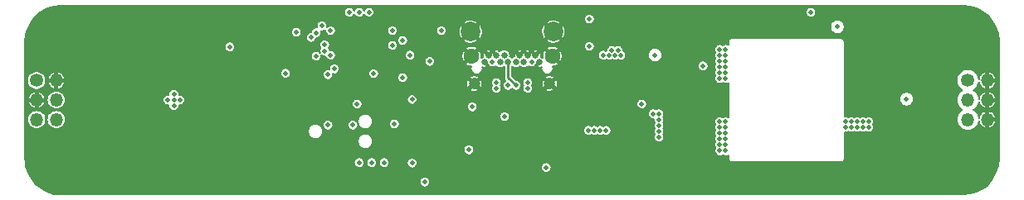
<source format=gbr>
G04 #@! TF.GenerationSoftware,KiCad,Pcbnew,(5.0.0)*
G04 #@! TF.CreationDate,2018-10-02T18:18:03-07:00*
G04 #@! TF.ProjectId,nixie_bottom_board,6E697869655F626F74746F6D5F626F61,rev?*
G04 #@! TF.SameCoordinates,Original*
G04 #@! TF.FileFunction,Copper,L3,Inr*
G04 #@! TF.FilePolarity,Positive*
%FSLAX46Y46*%
G04 Gerber Fmt 4.6, Leading zero omitted, Abs format (unit mm)*
G04 Created by KiCad (PCBNEW (5.0.0)) date 10/02/18 18:18:03*
%MOMM*%
%LPD*%
G01*
G04 APERTURE LIST*
G04 #@! TA.AperFunction,ViaPad*
%ADD10C,1.200000*%
G04 #@! TD*
G04 #@! TA.AperFunction,ViaPad*
%ADD11C,0.650000*%
G04 #@! TD*
G04 #@! TA.AperFunction,ViaPad*
%ADD12C,2.000000*%
G04 #@! TD*
G04 #@! TA.AperFunction,ViaPad*
%ADD13C,1.600000*%
G04 #@! TD*
G04 #@! TA.AperFunction,ViaPad*
%ADD14C,1.350000*%
G04 #@! TD*
G04 #@! TA.AperFunction,ViaPad*
%ADD15O,1.350000X1.350000*%
G04 #@! TD*
G04 #@! TA.AperFunction,ViaPad*
%ADD16C,0.800000*%
G04 #@! TD*
G04 #@! TA.AperFunction,ViaPad*
%ADD17C,4.500000*%
G04 #@! TD*
G04 #@! TA.AperFunction,ViaPad*
%ADD18C,5.000000*%
G04 #@! TD*
G04 #@! TA.AperFunction,ViaPad*
%ADD19C,0.508000*%
G04 #@! TD*
G04 #@! TA.AperFunction,Conductor*
%ADD20C,0.250000*%
G04 #@! TD*
G04 #@! TA.AperFunction,Conductor*
%ADD21C,0.150000*%
G04 #@! TD*
G04 APERTURE END LIST*
D10*
G04 #@! TO.N,/GND*
G04 #@! TO.C,J1*
X146155000Y-98310000D03*
X153845000Y-98310000D03*
D11*
X152400000Y-95410000D03*
X151600000Y-95410000D03*
X150800000Y-95410000D03*
G04 #@! TO.N,/CC2*
X149200000Y-95410000D03*
G04 #@! TO.N,/GND*
X148400000Y-95410000D03*
X147600000Y-95410000D03*
X152800000Y-96110000D03*
G04 #@! TO.N,/VBUS*
X151200000Y-96110000D03*
G04 #@! TO.N,/USB_N*
X150400000Y-96110000D03*
G04 #@! TO.N,/USB_P*
X149600000Y-96110000D03*
G04 #@! TO.N,/VBUS*
X148800000Y-96110000D03*
G04 #@! TO.N,/GND*
X147200000Y-96110000D03*
D12*
X154220000Y-92995000D03*
X145780000Y-92995000D03*
D13*
X145870000Y-95510000D03*
X154130000Y-95510000D03*
G04 #@! TD*
D14*
G04 #@! TO.N,/VNIXIE*
G04 #@! TO.C,J4*
X101500000Y-98000000D03*
D15*
G04 #@! TO.N,/GND*
X103500000Y-98000000D03*
X101500000Y-100000000D03*
G04 #@! TO.N,/SCL*
X103500000Y-100000000D03*
G04 #@! TO.N,/NIXIE_EN*
X101500000Y-102000000D03*
G04 #@! TO.N,/SDA*
X103500000Y-102000000D03*
G04 #@! TD*
D14*
G04 #@! TO.N,/HV_OUT*
G04 #@! TO.C,J3*
X196500000Y-98000000D03*
D15*
G04 #@! TO.N,/GND*
X198500000Y-98000000D03*
G04 #@! TO.N,/HV_OUT*
X196500000Y-100000000D03*
G04 #@! TO.N,/GND*
X198500000Y-100000000D03*
G04 #@! TO.N,/HV_OUT*
X196500000Y-102000000D03*
G04 #@! TO.N,/GND*
X198500000Y-102000000D03*
G04 #@! TD*
D16*
G04 #@! TO.N,/GND*
G04 #@! TO.C,MH1*
X104237437Y-91862563D03*
X104750000Y-93100000D03*
X104237437Y-94337437D03*
X103000000Y-94850000D03*
X101762563Y-94337437D03*
X101250000Y-93100000D03*
X101762563Y-91862563D03*
X103000000Y-91350000D03*
D17*
X103000000Y-93100000D03*
G04 #@! TD*
G04 #@! TO.N,/GND*
G04 #@! TO.C,MH2*
X103000000Y-107000000D03*
D16*
X103000000Y-105250000D03*
X101762563Y-105762563D03*
X101250000Y-107000000D03*
X101762563Y-108237437D03*
X103000000Y-108750000D03*
X104237437Y-108237437D03*
X104750000Y-107000000D03*
X104237437Y-105762563D03*
G04 #@! TD*
G04 #@! TO.N,/GND*
G04 #@! TO.C,MH3*
X198237437Y-91762563D03*
X198750000Y-93000000D03*
X198237437Y-94237437D03*
X197000000Y-94750000D03*
X195762563Y-94237437D03*
X195250000Y-93000000D03*
X195762563Y-91762563D03*
X197000000Y-91250000D03*
D17*
X197000000Y-93000000D03*
G04 #@! TD*
G04 #@! TO.N,/GND*
G04 #@! TO.C,MH4*
X197000000Y-107200000D03*
D16*
X197000000Y-105450000D03*
X195762563Y-105962563D03*
X195250000Y-107200000D03*
X195762563Y-108437437D03*
X197000000Y-108950000D03*
X198237437Y-108437437D03*
X198750000Y-107200000D03*
X198237437Y-105962563D03*
G04 #@! TD*
D18*
G04 #@! TO.N,/GND*
G04 #@! TO.C,MH6*
X157000000Y-100000000D03*
D16*
X158875000Y-100000000D03*
X158325825Y-101325825D03*
X157000000Y-101875000D03*
X155674175Y-101325825D03*
X155125000Y-100000000D03*
X155674175Y-98674175D03*
X157000000Y-98125000D03*
X158325825Y-98674175D03*
G04 #@! TD*
G04 #@! TO.N,/GND*
G04 #@! TO.C,MH5*
X144325825Y-98674175D03*
X143000000Y-98125000D03*
X141674175Y-98674175D03*
X141125000Y-100000000D03*
X141674175Y-101325825D03*
X143000000Y-101875000D03*
X144325825Y-101325825D03*
X144875000Y-100000000D03*
D18*
X143000000Y-100000000D03*
G04 #@! TD*
D19*
G04 #@! TO.N,Net-(Q1-Pad1)*
X171200000Y-105200000D03*
X171800000Y-105200000D03*
X171200000Y-104600000D03*
X171800000Y-104600000D03*
X171200000Y-104000000D03*
X171800000Y-104000000D03*
X171200000Y-103400000D03*
X171800000Y-103400000D03*
X171200000Y-102800000D03*
X171800000Y-102800000D03*
X171200000Y-102200000D03*
X171800000Y-102200000D03*
G04 #@! TO.N,/HV_OUT*
X164600000Y-95400000D03*
X190250000Y-99900000D03*
X183200000Y-92500000D03*
G04 #@! TO.N,/VBUS*
X165000000Y-101400000D03*
X164400000Y-101400000D03*
X165000000Y-102000000D03*
X165000000Y-102600000D03*
X165000000Y-103200000D03*
X160200000Y-94900000D03*
X159300000Y-95400000D03*
X159900000Y-95400000D03*
X160500000Y-95400000D03*
X161100000Y-95400000D03*
X160800000Y-94900000D03*
X151600000Y-98200000D03*
X151600000Y-98800000D03*
X148400000Y-98200000D03*
X148400000Y-98800000D03*
X148000000Y-96100000D03*
X165000000Y-103800000D03*
X152000000Y-96100000D03*
X163250000Y-100400000D03*
G04 #@! TO.N,/VDD*
X130600000Y-92400000D03*
X139800000Y-106450000D03*
X145950000Y-100700000D03*
X141100000Y-108400000D03*
X138000000Y-102450000D03*
X139800000Y-99950000D03*
X131230000Y-102565000D03*
X128000000Y-93050000D03*
X159600000Y-103100000D03*
X159000000Y-103100000D03*
X158400000Y-103100000D03*
X157800000Y-103100000D03*
X138850000Y-97700000D03*
X138850000Y-93900000D03*
G04 #@! TO.N,/VNIXIE*
X121200000Y-94550000D03*
G04 #@! TO.N,/SCL*
X130000000Y-93100000D03*
X136950000Y-106400000D03*
G04 #@! TO.N,/SDA*
X129500000Y-93600000D03*
X135675000Y-106400000D03*
G04 #@! TO.N,/HV_EN*
X169500000Y-96500000D03*
X157900000Y-94500000D03*
X157900000Y-91700000D03*
G04 #@! TO.N,/SWO*
X131225000Y-97400000D03*
G04 #@! TO.N,/NRST*
X137800000Y-94400000D03*
X145600000Y-105100000D03*
X133770000Y-102565000D03*
G04 #@! TO.N,/DAC*
X135400000Y-91000000D03*
X126900000Y-97250000D03*
G04 #@! TO.N,/USB_N*
X149600000Y-98500000D03*
X130900000Y-94325000D03*
G04 #@! TO.N,/USB_P*
X130900000Y-94975000D03*
X150400000Y-98500000D03*
G04 #@! TO.N,Net-(D4-Pad2)*
X184000000Y-102800000D03*
X184600000Y-102800000D03*
X185800000Y-102800000D03*
X186400000Y-102800000D03*
X186400000Y-102200000D03*
X185800000Y-102200000D03*
X184600000Y-102200000D03*
X184000000Y-102200000D03*
X185200000Y-102200000D03*
X185200000Y-102800000D03*
G04 #@! TO.N,/SWDIO*
X131500000Y-95400000D03*
G04 #@! TO.N,/SWCLK*
X131875000Y-96800000D03*
G04 #@! TO.N,/GND*
X134500000Y-93800000D03*
X133900000Y-93800000D03*
X133300000Y-93800000D03*
X134500000Y-95500000D03*
X133900000Y-95500000D03*
X133300000Y-95500000D03*
X171900000Y-101300000D03*
X171300000Y-101300000D03*
X167687500Y-99668750D03*
X168512500Y-99668750D03*
X168512500Y-98956250D03*
X167687500Y-98956250D03*
X167687500Y-98243750D03*
X168512500Y-98243750D03*
X168512500Y-97531250D03*
X167687500Y-97531250D03*
X128000000Y-92250000D03*
X166350000Y-100800000D03*
X165750000Y-100800000D03*
X164600000Y-99750000D03*
X164500000Y-92800000D03*
X162100000Y-95200000D03*
X162700000Y-95200000D03*
X163300000Y-95200000D03*
X132500000Y-102565000D03*
X129800000Y-101300000D03*
X130900000Y-96300000D03*
X137900000Y-97800000D03*
X157900000Y-106150000D03*
X158500000Y-106150000D03*
X159100000Y-106150000D03*
X159700000Y-106150000D03*
X163000000Y-105000000D03*
X163000000Y-105600000D03*
X163000000Y-106200000D03*
X163000000Y-106800000D03*
X163000000Y-107400000D03*
X165100000Y-92800000D03*
X164500000Y-93400000D03*
X165100000Y-93400000D03*
X150000000Y-100700000D03*
X165850000Y-96150000D03*
X166450000Y-96150000D03*
X166450000Y-95550000D03*
X165850000Y-95550000D03*
X151700000Y-102550000D03*
X172600000Y-93500000D03*
X173200000Y-93500000D03*
X173800000Y-93500000D03*
X174400000Y-93500000D03*
G04 #@! TO.N,/HV_IN*
X171800000Y-94800000D03*
X171200000Y-94800000D03*
X171200000Y-95400000D03*
X171800000Y-95400000D03*
X171800000Y-97200000D03*
X171800000Y-97800000D03*
X171200000Y-97200000D03*
X171200000Y-97800000D03*
X171800000Y-96600000D03*
X171200000Y-96600000D03*
X171200000Y-96000000D03*
X171800000Y-96000000D03*
G04 #@! TO.N,/USB*
X134200000Y-100400000D03*
X149250000Y-101700000D03*
G04 #@! TO.N,/ILM*
X142800000Y-92900000D03*
G04 #@! TO.N,/32kHz*
X139600000Y-95400000D03*
G04 #@! TO.N,/AMP_EN*
X130000000Y-95500000D03*
X133400000Y-91000000D03*
G04 #@! TO.N,Net-(BT1-Pad1)*
X114900000Y-100000000D03*
X115500000Y-100600000D03*
X115500000Y-99400000D03*
X134400000Y-106400000D03*
X116100000Y-100000000D03*
X115500000Y-100000000D03*
G04 #@! TO.N,/NIXIE_EN*
X134400000Y-91000000D03*
G04 #@! TO.N,/MCO*
X131500000Y-92900000D03*
G04 #@! TO.N,Net-(R2-Pad1)*
X135900000Y-97300000D03*
X153500000Y-106900000D03*
X141600000Y-96050000D03*
G04 #@! TO.N,Net-(R20-Pad2)*
X137800000Y-92900000D03*
X180500000Y-91000000D03*
G04 #@! TD*
D20*
G04 #@! TO.N,/USB_P*
X149600000Y-97700000D02*
X149600000Y-96110000D01*
X150400000Y-98500000D02*
X149600000Y-97700000D01*
G04 #@! TD*
D21*
G04 #@! TO.N,/GND*
G36*
X196713508Y-90396518D02*
X197399842Y-90603735D01*
X198032852Y-90940313D01*
X198588433Y-91393434D01*
X199045421Y-91945838D01*
X199386412Y-92576488D01*
X199598412Y-93261352D01*
X199674962Y-93989675D01*
X199675001Y-94000841D01*
X199675000Y-105984103D01*
X199603482Y-106713508D01*
X199396266Y-107399839D01*
X199059687Y-108032852D01*
X198606567Y-108588433D01*
X198054163Y-109045421D01*
X197423512Y-109386412D01*
X196738653Y-109598411D01*
X196010325Y-109674962D01*
X195999447Y-109675000D01*
X104015897Y-109675000D01*
X103286492Y-109603482D01*
X102600161Y-109396266D01*
X101967148Y-109059687D01*
X101411567Y-108606567D01*
X101197578Y-108347898D01*
X140571000Y-108347898D01*
X140571000Y-108452102D01*
X140591329Y-108554304D01*
X140631206Y-108650576D01*
X140689099Y-108737218D01*
X140762782Y-108810901D01*
X140849424Y-108868794D01*
X140945696Y-108908671D01*
X141047898Y-108929000D01*
X141152102Y-108929000D01*
X141254304Y-108908671D01*
X141350576Y-108868794D01*
X141437218Y-108810901D01*
X141510901Y-108737218D01*
X141568794Y-108650576D01*
X141608671Y-108554304D01*
X141629000Y-108452102D01*
X141629000Y-108347898D01*
X141608671Y-108245696D01*
X141568794Y-108149424D01*
X141510901Y-108062782D01*
X141437218Y-107989099D01*
X141350576Y-107931206D01*
X141254304Y-107891329D01*
X141152102Y-107871000D01*
X141047898Y-107871000D01*
X140945696Y-107891329D01*
X140849424Y-107931206D01*
X140762782Y-107989099D01*
X140689099Y-108062782D01*
X140631206Y-108149424D01*
X140591329Y-108245696D01*
X140571000Y-108347898D01*
X101197578Y-108347898D01*
X100954579Y-108054163D01*
X100613588Y-107423512D01*
X100401589Y-106738653D01*
X100360519Y-106347898D01*
X133871000Y-106347898D01*
X133871000Y-106452102D01*
X133891329Y-106554304D01*
X133931206Y-106650576D01*
X133989099Y-106737218D01*
X134062782Y-106810901D01*
X134149424Y-106868794D01*
X134245696Y-106908671D01*
X134347898Y-106929000D01*
X134452102Y-106929000D01*
X134554304Y-106908671D01*
X134650576Y-106868794D01*
X134737218Y-106810901D01*
X134810901Y-106737218D01*
X134868794Y-106650576D01*
X134908671Y-106554304D01*
X134929000Y-106452102D01*
X134929000Y-106347898D01*
X135146000Y-106347898D01*
X135146000Y-106452102D01*
X135166329Y-106554304D01*
X135206206Y-106650576D01*
X135264099Y-106737218D01*
X135337782Y-106810901D01*
X135424424Y-106868794D01*
X135520696Y-106908671D01*
X135622898Y-106929000D01*
X135727102Y-106929000D01*
X135829304Y-106908671D01*
X135925576Y-106868794D01*
X136012218Y-106810901D01*
X136085901Y-106737218D01*
X136143794Y-106650576D01*
X136183671Y-106554304D01*
X136204000Y-106452102D01*
X136204000Y-106347898D01*
X136421000Y-106347898D01*
X136421000Y-106452102D01*
X136441329Y-106554304D01*
X136481206Y-106650576D01*
X136539099Y-106737218D01*
X136612782Y-106810901D01*
X136699424Y-106868794D01*
X136795696Y-106908671D01*
X136897898Y-106929000D01*
X137002102Y-106929000D01*
X137104304Y-106908671D01*
X137200576Y-106868794D01*
X137287218Y-106810901D01*
X137360901Y-106737218D01*
X137418794Y-106650576D01*
X137458671Y-106554304D01*
X137479000Y-106452102D01*
X137479000Y-106397898D01*
X139271000Y-106397898D01*
X139271000Y-106502102D01*
X139291329Y-106604304D01*
X139331206Y-106700576D01*
X139389099Y-106787218D01*
X139462782Y-106860901D01*
X139549424Y-106918794D01*
X139645696Y-106958671D01*
X139747898Y-106979000D01*
X139852102Y-106979000D01*
X139954304Y-106958671D01*
X140050576Y-106918794D01*
X140137218Y-106860901D01*
X140150221Y-106847898D01*
X152971000Y-106847898D01*
X152971000Y-106952102D01*
X152991329Y-107054304D01*
X153031206Y-107150576D01*
X153089099Y-107237218D01*
X153162782Y-107310901D01*
X153249424Y-107368794D01*
X153345696Y-107408671D01*
X153447898Y-107429000D01*
X153552102Y-107429000D01*
X153654304Y-107408671D01*
X153750576Y-107368794D01*
X153837218Y-107310901D01*
X153910901Y-107237218D01*
X153968794Y-107150576D01*
X154008671Y-107054304D01*
X154029000Y-106952102D01*
X154029000Y-106847898D01*
X154008671Y-106745696D01*
X153968794Y-106649424D01*
X153910901Y-106562782D01*
X153837218Y-106489099D01*
X153750576Y-106431206D01*
X153654304Y-106391329D01*
X153552102Y-106371000D01*
X153447898Y-106371000D01*
X153345696Y-106391329D01*
X153249424Y-106431206D01*
X153162782Y-106489099D01*
X153089099Y-106562782D01*
X153031206Y-106649424D01*
X152991329Y-106745696D01*
X152971000Y-106847898D01*
X140150221Y-106847898D01*
X140210901Y-106787218D01*
X140268794Y-106700576D01*
X140308671Y-106604304D01*
X140329000Y-106502102D01*
X140329000Y-106397898D01*
X140308671Y-106295696D01*
X140268794Y-106199424D01*
X140210901Y-106112782D01*
X140137218Y-106039099D01*
X140050576Y-105981206D01*
X139954304Y-105941329D01*
X139852102Y-105921000D01*
X139747898Y-105921000D01*
X139645696Y-105941329D01*
X139549424Y-105981206D01*
X139462782Y-106039099D01*
X139389099Y-106112782D01*
X139331206Y-106199424D01*
X139291329Y-106295696D01*
X139271000Y-106397898D01*
X137479000Y-106397898D01*
X137479000Y-106347898D01*
X137458671Y-106245696D01*
X137418794Y-106149424D01*
X137360901Y-106062782D01*
X137287218Y-105989099D01*
X137200576Y-105931206D01*
X137104304Y-105891329D01*
X137002102Y-105871000D01*
X136897898Y-105871000D01*
X136795696Y-105891329D01*
X136699424Y-105931206D01*
X136612782Y-105989099D01*
X136539099Y-106062782D01*
X136481206Y-106149424D01*
X136441329Y-106245696D01*
X136421000Y-106347898D01*
X136204000Y-106347898D01*
X136183671Y-106245696D01*
X136143794Y-106149424D01*
X136085901Y-106062782D01*
X136012218Y-105989099D01*
X135925576Y-105931206D01*
X135829304Y-105891329D01*
X135727102Y-105871000D01*
X135622898Y-105871000D01*
X135520696Y-105891329D01*
X135424424Y-105931206D01*
X135337782Y-105989099D01*
X135264099Y-106062782D01*
X135206206Y-106149424D01*
X135166329Y-106245696D01*
X135146000Y-106347898D01*
X134929000Y-106347898D01*
X134908671Y-106245696D01*
X134868794Y-106149424D01*
X134810901Y-106062782D01*
X134737218Y-105989099D01*
X134650576Y-105931206D01*
X134554304Y-105891329D01*
X134452102Y-105871000D01*
X134347898Y-105871000D01*
X134245696Y-105891329D01*
X134149424Y-105931206D01*
X134062782Y-105989099D01*
X133989099Y-106062782D01*
X133931206Y-106149424D01*
X133891329Y-106245696D01*
X133871000Y-106347898D01*
X100360519Y-106347898D01*
X100325038Y-106010325D01*
X100325000Y-105999447D01*
X100325000Y-105047898D01*
X145071000Y-105047898D01*
X145071000Y-105152102D01*
X145091329Y-105254304D01*
X145131206Y-105350576D01*
X145189099Y-105437218D01*
X145262782Y-105510901D01*
X145349424Y-105568794D01*
X145445696Y-105608671D01*
X145547898Y-105629000D01*
X145652102Y-105629000D01*
X145754304Y-105608671D01*
X145850576Y-105568794D01*
X145937218Y-105510901D01*
X146010901Y-105437218D01*
X146068794Y-105350576D01*
X146108671Y-105254304D01*
X146129000Y-105152102D01*
X146129000Y-105047898D01*
X146108671Y-104945696D01*
X146068794Y-104849424D01*
X146010901Y-104762782D01*
X145937218Y-104689099D01*
X145850576Y-104631206D01*
X145754304Y-104591329D01*
X145652102Y-104571000D01*
X145547898Y-104571000D01*
X145445696Y-104591329D01*
X145349424Y-104631206D01*
X145262782Y-104689099D01*
X145189099Y-104762782D01*
X145131206Y-104849424D01*
X145091329Y-104945696D01*
X145071000Y-105047898D01*
X100325000Y-105047898D01*
X100325000Y-104140132D01*
X134269700Y-104140132D01*
X134269700Y-104291868D01*
X134299302Y-104440688D01*
X134357369Y-104580874D01*
X134441669Y-104707038D01*
X134548962Y-104814331D01*
X134675126Y-104898631D01*
X134815312Y-104956698D01*
X134964132Y-104986300D01*
X135115868Y-104986300D01*
X135264688Y-104956698D01*
X135404874Y-104898631D01*
X135531038Y-104814331D01*
X135638331Y-104707038D01*
X135722631Y-104580874D01*
X135780698Y-104440688D01*
X135810300Y-104291868D01*
X135810300Y-104140132D01*
X135780698Y-103991312D01*
X135722631Y-103851126D01*
X135638331Y-103724962D01*
X135531038Y-103617669D01*
X135404874Y-103533369D01*
X135264688Y-103475302D01*
X135115868Y-103445700D01*
X134964132Y-103445700D01*
X134815312Y-103475302D01*
X134675126Y-103533369D01*
X134548962Y-103617669D01*
X134441669Y-103724962D01*
X134357369Y-103851126D01*
X134299302Y-103991312D01*
X134269700Y-104140132D01*
X100325000Y-104140132D01*
X100325000Y-103124132D01*
X129189700Y-103124132D01*
X129189700Y-103275868D01*
X129219302Y-103424688D01*
X129277369Y-103564874D01*
X129361669Y-103691038D01*
X129468962Y-103798331D01*
X129595126Y-103882631D01*
X129735312Y-103940698D01*
X129884132Y-103970300D01*
X130035868Y-103970300D01*
X130184688Y-103940698D01*
X130324874Y-103882631D01*
X130451038Y-103798331D01*
X130558331Y-103691038D01*
X130642631Y-103564874D01*
X130700698Y-103424688D01*
X130730300Y-103275868D01*
X130730300Y-103124132D01*
X130700698Y-102975312D01*
X130642631Y-102835126D01*
X130558331Y-102708962D01*
X130451038Y-102601669D01*
X130324874Y-102517369D01*
X130314081Y-102512898D01*
X130701000Y-102512898D01*
X130701000Y-102617102D01*
X130721329Y-102719304D01*
X130761206Y-102815576D01*
X130819099Y-102902218D01*
X130892782Y-102975901D01*
X130979424Y-103033794D01*
X131075696Y-103073671D01*
X131177898Y-103094000D01*
X131282102Y-103094000D01*
X131384304Y-103073671D01*
X131480576Y-103033794D01*
X131567218Y-102975901D01*
X131640901Y-102902218D01*
X131698794Y-102815576D01*
X131738671Y-102719304D01*
X131759000Y-102617102D01*
X131759000Y-102512898D01*
X133241000Y-102512898D01*
X133241000Y-102617102D01*
X133261329Y-102719304D01*
X133301206Y-102815576D01*
X133359099Y-102902218D01*
X133432782Y-102975901D01*
X133519424Y-103033794D01*
X133615696Y-103073671D01*
X133717898Y-103094000D01*
X133822102Y-103094000D01*
X133924304Y-103073671D01*
X133986525Y-103047898D01*
X157271000Y-103047898D01*
X157271000Y-103152102D01*
X157291329Y-103254304D01*
X157331206Y-103350576D01*
X157389099Y-103437218D01*
X157462782Y-103510901D01*
X157549424Y-103568794D01*
X157645696Y-103608671D01*
X157747898Y-103629000D01*
X157852102Y-103629000D01*
X157954304Y-103608671D01*
X158050576Y-103568794D01*
X158100000Y-103535770D01*
X158149424Y-103568794D01*
X158245696Y-103608671D01*
X158347898Y-103629000D01*
X158452102Y-103629000D01*
X158554304Y-103608671D01*
X158650576Y-103568794D01*
X158700000Y-103535770D01*
X158749424Y-103568794D01*
X158845696Y-103608671D01*
X158947898Y-103629000D01*
X159052102Y-103629000D01*
X159154304Y-103608671D01*
X159250576Y-103568794D01*
X159300000Y-103535770D01*
X159349424Y-103568794D01*
X159445696Y-103608671D01*
X159547898Y-103629000D01*
X159652102Y-103629000D01*
X159754304Y-103608671D01*
X159850576Y-103568794D01*
X159937218Y-103510901D01*
X160010901Y-103437218D01*
X160068794Y-103350576D01*
X160108671Y-103254304D01*
X160129000Y-103152102D01*
X160129000Y-103047898D01*
X160108671Y-102945696D01*
X160068794Y-102849424D01*
X160010901Y-102762782D01*
X159937218Y-102689099D01*
X159850576Y-102631206D01*
X159754304Y-102591329D01*
X159652102Y-102571000D01*
X159547898Y-102571000D01*
X159445696Y-102591329D01*
X159349424Y-102631206D01*
X159300000Y-102664230D01*
X159250576Y-102631206D01*
X159154304Y-102591329D01*
X159052102Y-102571000D01*
X158947898Y-102571000D01*
X158845696Y-102591329D01*
X158749424Y-102631206D01*
X158700000Y-102664230D01*
X158650576Y-102631206D01*
X158554304Y-102591329D01*
X158452102Y-102571000D01*
X158347898Y-102571000D01*
X158245696Y-102591329D01*
X158149424Y-102631206D01*
X158100000Y-102664230D01*
X158050576Y-102631206D01*
X157954304Y-102591329D01*
X157852102Y-102571000D01*
X157747898Y-102571000D01*
X157645696Y-102591329D01*
X157549424Y-102631206D01*
X157462782Y-102689099D01*
X157389099Y-102762782D01*
X157331206Y-102849424D01*
X157291329Y-102945696D01*
X157271000Y-103047898D01*
X133986525Y-103047898D01*
X134020576Y-103033794D01*
X134107218Y-102975901D01*
X134180901Y-102902218D01*
X134238794Y-102815576D01*
X134278671Y-102719304D01*
X134299000Y-102617102D01*
X134299000Y-102512898D01*
X134278671Y-102410696D01*
X134238794Y-102314424D01*
X134180901Y-102227782D01*
X134107218Y-102154099D01*
X134038425Y-102108132D01*
X134269700Y-102108132D01*
X134269700Y-102259868D01*
X134299302Y-102408688D01*
X134357369Y-102548874D01*
X134441669Y-102675038D01*
X134548962Y-102782331D01*
X134675126Y-102866631D01*
X134815312Y-102924698D01*
X134964132Y-102954300D01*
X135115868Y-102954300D01*
X135264688Y-102924698D01*
X135404874Y-102866631D01*
X135531038Y-102782331D01*
X135638331Y-102675038D01*
X135722631Y-102548874D01*
X135780698Y-102408688D01*
X135782844Y-102397898D01*
X137471000Y-102397898D01*
X137471000Y-102502102D01*
X137491329Y-102604304D01*
X137531206Y-102700576D01*
X137589099Y-102787218D01*
X137662782Y-102860901D01*
X137749424Y-102918794D01*
X137845696Y-102958671D01*
X137947898Y-102979000D01*
X138052102Y-102979000D01*
X138154304Y-102958671D01*
X138250576Y-102918794D01*
X138337218Y-102860901D01*
X138410901Y-102787218D01*
X138468794Y-102700576D01*
X138508671Y-102604304D01*
X138529000Y-102502102D01*
X138529000Y-102397898D01*
X138508671Y-102295696D01*
X138468794Y-102199424D01*
X138410901Y-102112782D01*
X138337218Y-102039099D01*
X138250576Y-101981206D01*
X138154304Y-101941329D01*
X138052102Y-101921000D01*
X137947898Y-101921000D01*
X137845696Y-101941329D01*
X137749424Y-101981206D01*
X137662782Y-102039099D01*
X137589099Y-102112782D01*
X137531206Y-102199424D01*
X137491329Y-102295696D01*
X137471000Y-102397898D01*
X135782844Y-102397898D01*
X135810300Y-102259868D01*
X135810300Y-102108132D01*
X135780698Y-101959312D01*
X135722631Y-101819126D01*
X135638331Y-101692962D01*
X135593267Y-101647898D01*
X148721000Y-101647898D01*
X148721000Y-101752102D01*
X148741329Y-101854304D01*
X148781206Y-101950576D01*
X148839099Y-102037218D01*
X148912782Y-102110901D01*
X148999424Y-102168794D01*
X149095696Y-102208671D01*
X149197898Y-102229000D01*
X149302102Y-102229000D01*
X149404304Y-102208671D01*
X149500576Y-102168794D01*
X149587218Y-102110901D01*
X149660901Y-102037218D01*
X149718794Y-101950576D01*
X149758671Y-101854304D01*
X149779000Y-101752102D01*
X149779000Y-101647898D01*
X149758671Y-101545696D01*
X149718794Y-101449424D01*
X149660901Y-101362782D01*
X149646017Y-101347898D01*
X163871000Y-101347898D01*
X163871000Y-101452102D01*
X163891329Y-101554304D01*
X163931206Y-101650576D01*
X163989099Y-101737218D01*
X164062782Y-101810901D01*
X164149424Y-101868794D01*
X164245696Y-101908671D01*
X164347898Y-101929000D01*
X164452102Y-101929000D01*
X164475692Y-101924308D01*
X164471000Y-101947898D01*
X164471000Y-102052102D01*
X164491329Y-102154304D01*
X164531206Y-102250576D01*
X164564230Y-102300000D01*
X164531206Y-102349424D01*
X164491329Y-102445696D01*
X164471000Y-102547898D01*
X164471000Y-102652102D01*
X164491329Y-102754304D01*
X164531206Y-102850576D01*
X164564230Y-102900000D01*
X164531206Y-102949424D01*
X164491329Y-103045696D01*
X164471000Y-103147898D01*
X164471000Y-103252102D01*
X164491329Y-103354304D01*
X164531206Y-103450576D01*
X164564230Y-103500000D01*
X164531206Y-103549424D01*
X164491329Y-103645696D01*
X164471000Y-103747898D01*
X164471000Y-103852102D01*
X164491329Y-103954304D01*
X164531206Y-104050576D01*
X164589099Y-104137218D01*
X164662782Y-104210901D01*
X164749424Y-104268794D01*
X164845696Y-104308671D01*
X164947898Y-104329000D01*
X165052102Y-104329000D01*
X165154304Y-104308671D01*
X165250576Y-104268794D01*
X165337218Y-104210901D01*
X165410901Y-104137218D01*
X165468794Y-104050576D01*
X165508671Y-103954304D01*
X165529000Y-103852102D01*
X165529000Y-103747898D01*
X165508671Y-103645696D01*
X165468794Y-103549424D01*
X165435770Y-103500000D01*
X165468794Y-103450576D01*
X165508671Y-103354304D01*
X165529000Y-103252102D01*
X165529000Y-103147898D01*
X165508671Y-103045696D01*
X165468794Y-102949424D01*
X165435770Y-102900000D01*
X165468794Y-102850576D01*
X165508671Y-102754304D01*
X165529000Y-102652102D01*
X165529000Y-102547898D01*
X165508671Y-102445696D01*
X165468794Y-102349424D01*
X165435770Y-102300000D01*
X165468794Y-102250576D01*
X165508671Y-102154304D01*
X165529000Y-102052102D01*
X165529000Y-101947898D01*
X165508671Y-101845696D01*
X165468794Y-101749424D01*
X165435770Y-101700000D01*
X165468794Y-101650576D01*
X165508671Y-101554304D01*
X165529000Y-101452102D01*
X165529000Y-101347898D01*
X165508671Y-101245696D01*
X165468794Y-101149424D01*
X165410901Y-101062782D01*
X165337218Y-100989099D01*
X165250576Y-100931206D01*
X165154304Y-100891329D01*
X165052102Y-100871000D01*
X164947898Y-100871000D01*
X164845696Y-100891329D01*
X164749424Y-100931206D01*
X164700000Y-100964230D01*
X164650576Y-100931206D01*
X164554304Y-100891329D01*
X164452102Y-100871000D01*
X164347898Y-100871000D01*
X164245696Y-100891329D01*
X164149424Y-100931206D01*
X164062782Y-100989099D01*
X163989099Y-101062782D01*
X163931206Y-101149424D01*
X163891329Y-101245696D01*
X163871000Y-101347898D01*
X149646017Y-101347898D01*
X149587218Y-101289099D01*
X149500576Y-101231206D01*
X149404304Y-101191329D01*
X149302102Y-101171000D01*
X149197898Y-101171000D01*
X149095696Y-101191329D01*
X148999424Y-101231206D01*
X148912782Y-101289099D01*
X148839099Y-101362782D01*
X148781206Y-101449424D01*
X148741329Y-101545696D01*
X148721000Y-101647898D01*
X135593267Y-101647898D01*
X135531038Y-101585669D01*
X135404874Y-101501369D01*
X135264688Y-101443302D01*
X135115868Y-101413700D01*
X134964132Y-101413700D01*
X134815312Y-101443302D01*
X134675126Y-101501369D01*
X134548962Y-101585669D01*
X134441669Y-101692962D01*
X134357369Y-101819126D01*
X134299302Y-101959312D01*
X134269700Y-102108132D01*
X134038425Y-102108132D01*
X134020576Y-102096206D01*
X133924304Y-102056329D01*
X133822102Y-102036000D01*
X133717898Y-102036000D01*
X133615696Y-102056329D01*
X133519424Y-102096206D01*
X133432782Y-102154099D01*
X133359099Y-102227782D01*
X133301206Y-102314424D01*
X133261329Y-102410696D01*
X133241000Y-102512898D01*
X131759000Y-102512898D01*
X131738671Y-102410696D01*
X131698794Y-102314424D01*
X131640901Y-102227782D01*
X131567218Y-102154099D01*
X131480576Y-102096206D01*
X131384304Y-102056329D01*
X131282102Y-102036000D01*
X131177898Y-102036000D01*
X131075696Y-102056329D01*
X130979424Y-102096206D01*
X130892782Y-102154099D01*
X130819099Y-102227782D01*
X130761206Y-102314424D01*
X130721329Y-102410696D01*
X130701000Y-102512898D01*
X130314081Y-102512898D01*
X130184688Y-102459302D01*
X130035868Y-102429700D01*
X129884132Y-102429700D01*
X129735312Y-102459302D01*
X129595126Y-102517369D01*
X129468962Y-102601669D01*
X129361669Y-102708962D01*
X129277369Y-102835126D01*
X129219302Y-102975312D01*
X129189700Y-103124132D01*
X100325000Y-103124132D01*
X100325000Y-102000000D01*
X100545404Y-102000000D01*
X100563746Y-102186232D01*
X100618068Y-102365308D01*
X100706282Y-102530345D01*
X100824999Y-102675001D01*
X100969655Y-102793718D01*
X101134692Y-102881932D01*
X101313768Y-102936254D01*
X101453335Y-102950000D01*
X101546665Y-102950000D01*
X101686232Y-102936254D01*
X101865308Y-102881932D01*
X102030345Y-102793718D01*
X102175001Y-102675001D01*
X102293718Y-102530345D01*
X102381932Y-102365308D01*
X102436254Y-102186232D01*
X102454596Y-102000000D01*
X102545404Y-102000000D01*
X102563746Y-102186232D01*
X102618068Y-102365308D01*
X102706282Y-102530345D01*
X102824999Y-102675001D01*
X102969655Y-102793718D01*
X103134692Y-102881932D01*
X103313768Y-102936254D01*
X103453335Y-102950000D01*
X103546665Y-102950000D01*
X103686232Y-102936254D01*
X103865308Y-102881932D01*
X104030345Y-102793718D01*
X104175001Y-102675001D01*
X104293718Y-102530345D01*
X104381932Y-102365308D01*
X104436254Y-102186232D01*
X104454596Y-102000000D01*
X104436254Y-101813768D01*
X104381932Y-101634692D01*
X104293718Y-101469655D01*
X104175001Y-101324999D01*
X104030345Y-101206282D01*
X103865308Y-101118068D01*
X103686232Y-101063746D01*
X103546665Y-101050000D01*
X103453335Y-101050000D01*
X103313768Y-101063746D01*
X103134692Y-101118068D01*
X102969655Y-101206282D01*
X102824999Y-101324999D01*
X102706282Y-101469655D01*
X102618068Y-101634692D01*
X102563746Y-101813768D01*
X102545404Y-102000000D01*
X102454596Y-102000000D01*
X102436254Y-101813768D01*
X102381932Y-101634692D01*
X102293718Y-101469655D01*
X102175001Y-101324999D01*
X102030345Y-101206282D01*
X101865308Y-101118068D01*
X101686232Y-101063746D01*
X101546665Y-101050000D01*
X101453335Y-101050000D01*
X101313768Y-101063746D01*
X101134692Y-101118068D01*
X100969655Y-101206282D01*
X100824999Y-101324999D01*
X100706282Y-101469655D01*
X100618068Y-101634692D01*
X100563746Y-101813768D01*
X100545404Y-102000000D01*
X100325000Y-102000000D01*
X100325000Y-100262887D01*
X100639250Y-100262887D01*
X100705462Y-100422758D01*
X100803205Y-100569641D01*
X100927725Y-100694633D01*
X101074237Y-100792931D01*
X101237111Y-100860757D01*
X101375000Y-100835035D01*
X101375000Y-100125000D01*
X101625000Y-100125000D01*
X101625000Y-100835035D01*
X101762889Y-100860757D01*
X101925763Y-100792931D01*
X102072275Y-100694633D01*
X102196795Y-100569641D01*
X102294538Y-100422758D01*
X102360750Y-100262887D01*
X102334439Y-100125000D01*
X101625000Y-100125000D01*
X101375000Y-100125000D01*
X100665561Y-100125000D01*
X100639250Y-100262887D01*
X100325000Y-100262887D01*
X100325000Y-100000000D01*
X102545404Y-100000000D01*
X102563746Y-100186232D01*
X102618068Y-100365308D01*
X102706282Y-100530345D01*
X102824999Y-100675001D01*
X102969655Y-100793718D01*
X103134692Y-100881932D01*
X103313768Y-100936254D01*
X103453335Y-100950000D01*
X103546665Y-100950000D01*
X103686232Y-100936254D01*
X103865308Y-100881932D01*
X104030345Y-100793718D01*
X104175001Y-100675001D01*
X104293718Y-100530345D01*
X104381932Y-100365308D01*
X104436254Y-100186232D01*
X104454596Y-100000000D01*
X104449465Y-99947898D01*
X114371000Y-99947898D01*
X114371000Y-100052102D01*
X114391329Y-100154304D01*
X114431206Y-100250576D01*
X114489099Y-100337218D01*
X114562782Y-100410901D01*
X114649424Y-100468794D01*
X114745696Y-100508671D01*
X114847898Y-100529000D01*
X114952102Y-100529000D01*
X114975692Y-100524308D01*
X114971000Y-100547898D01*
X114971000Y-100652102D01*
X114991329Y-100754304D01*
X115031206Y-100850576D01*
X115089099Y-100937218D01*
X115162782Y-101010901D01*
X115249424Y-101068794D01*
X115345696Y-101108671D01*
X115447898Y-101129000D01*
X115552102Y-101129000D01*
X115654304Y-101108671D01*
X115750576Y-101068794D01*
X115837218Y-101010901D01*
X115910901Y-100937218D01*
X115968794Y-100850576D01*
X116008671Y-100754304D01*
X116029000Y-100652102D01*
X116029000Y-100547898D01*
X116024308Y-100524308D01*
X116047898Y-100529000D01*
X116152102Y-100529000D01*
X116254304Y-100508671D01*
X116350576Y-100468794D01*
X116437218Y-100410901D01*
X116500221Y-100347898D01*
X133671000Y-100347898D01*
X133671000Y-100452102D01*
X133691329Y-100554304D01*
X133731206Y-100650576D01*
X133789099Y-100737218D01*
X133862782Y-100810901D01*
X133949424Y-100868794D01*
X134045696Y-100908671D01*
X134147898Y-100929000D01*
X134252102Y-100929000D01*
X134354304Y-100908671D01*
X134450576Y-100868794D01*
X134537218Y-100810901D01*
X134610901Y-100737218D01*
X134668794Y-100650576D01*
X134669903Y-100647898D01*
X145421000Y-100647898D01*
X145421000Y-100752102D01*
X145441329Y-100854304D01*
X145481206Y-100950576D01*
X145539099Y-101037218D01*
X145612782Y-101110901D01*
X145699424Y-101168794D01*
X145795696Y-101208671D01*
X145897898Y-101229000D01*
X146002102Y-101229000D01*
X146104304Y-101208671D01*
X146200576Y-101168794D01*
X146287218Y-101110901D01*
X146360901Y-101037218D01*
X146418794Y-100950576D01*
X146458671Y-100854304D01*
X146479000Y-100752102D01*
X146479000Y-100647898D01*
X146458671Y-100545696D01*
X146418794Y-100449424D01*
X146360901Y-100362782D01*
X146346017Y-100347898D01*
X162721000Y-100347898D01*
X162721000Y-100452102D01*
X162741329Y-100554304D01*
X162781206Y-100650576D01*
X162839099Y-100737218D01*
X162912782Y-100810901D01*
X162999424Y-100868794D01*
X163095696Y-100908671D01*
X163197898Y-100929000D01*
X163302102Y-100929000D01*
X163404304Y-100908671D01*
X163500576Y-100868794D01*
X163587218Y-100810901D01*
X163660901Y-100737218D01*
X163718794Y-100650576D01*
X163758671Y-100554304D01*
X163779000Y-100452102D01*
X163779000Y-100347898D01*
X163758671Y-100245696D01*
X163718794Y-100149424D01*
X163660901Y-100062782D01*
X163587218Y-99989099D01*
X163500576Y-99931206D01*
X163404304Y-99891329D01*
X163302102Y-99871000D01*
X163197898Y-99871000D01*
X163095696Y-99891329D01*
X162999424Y-99931206D01*
X162912782Y-99989099D01*
X162839099Y-100062782D01*
X162781206Y-100149424D01*
X162741329Y-100245696D01*
X162721000Y-100347898D01*
X146346017Y-100347898D01*
X146287218Y-100289099D01*
X146200576Y-100231206D01*
X146104304Y-100191329D01*
X146002102Y-100171000D01*
X145897898Y-100171000D01*
X145795696Y-100191329D01*
X145699424Y-100231206D01*
X145612782Y-100289099D01*
X145539099Y-100362782D01*
X145481206Y-100449424D01*
X145441329Y-100545696D01*
X145421000Y-100647898D01*
X134669903Y-100647898D01*
X134708671Y-100554304D01*
X134729000Y-100452102D01*
X134729000Y-100347898D01*
X134708671Y-100245696D01*
X134668794Y-100149424D01*
X134610901Y-100062782D01*
X134537218Y-99989099D01*
X134450576Y-99931206D01*
X134370164Y-99897898D01*
X139271000Y-99897898D01*
X139271000Y-100002102D01*
X139291329Y-100104304D01*
X139331206Y-100200576D01*
X139389099Y-100287218D01*
X139462782Y-100360901D01*
X139549424Y-100418794D01*
X139645696Y-100458671D01*
X139747898Y-100479000D01*
X139852102Y-100479000D01*
X139954304Y-100458671D01*
X140050576Y-100418794D01*
X140137218Y-100360901D01*
X140210901Y-100287218D01*
X140268794Y-100200576D01*
X140308671Y-100104304D01*
X140329000Y-100002102D01*
X140329000Y-99897898D01*
X140308671Y-99795696D01*
X140268794Y-99699424D01*
X140210901Y-99612782D01*
X140137218Y-99539099D01*
X140050576Y-99481206D01*
X139954304Y-99441329D01*
X139852102Y-99421000D01*
X139747898Y-99421000D01*
X139645696Y-99441329D01*
X139549424Y-99481206D01*
X139462782Y-99539099D01*
X139389099Y-99612782D01*
X139331206Y-99699424D01*
X139291329Y-99795696D01*
X139271000Y-99897898D01*
X134370164Y-99897898D01*
X134354304Y-99891329D01*
X134252102Y-99871000D01*
X134147898Y-99871000D01*
X134045696Y-99891329D01*
X133949424Y-99931206D01*
X133862782Y-99989099D01*
X133789099Y-100062782D01*
X133731206Y-100149424D01*
X133691329Y-100245696D01*
X133671000Y-100347898D01*
X116500221Y-100347898D01*
X116510901Y-100337218D01*
X116568794Y-100250576D01*
X116608671Y-100154304D01*
X116629000Y-100052102D01*
X116629000Y-99947898D01*
X116608671Y-99845696D01*
X116568794Y-99749424D01*
X116510901Y-99662782D01*
X116437218Y-99589099D01*
X116350576Y-99531206D01*
X116254304Y-99491329D01*
X116152102Y-99471000D01*
X116047898Y-99471000D01*
X116024308Y-99475692D01*
X116029000Y-99452102D01*
X116029000Y-99347898D01*
X116008671Y-99245696D01*
X115968794Y-99149424D01*
X115910901Y-99062782D01*
X115837218Y-98989099D01*
X115760150Y-98937603D01*
X145704173Y-98937603D01*
X145774429Y-99046474D01*
X145925420Y-99106568D01*
X146085234Y-99136051D01*
X146247729Y-99133789D01*
X146406661Y-99099869D01*
X146535571Y-99046474D01*
X146605827Y-98937603D01*
X146155000Y-98486777D01*
X145704173Y-98937603D01*
X115760150Y-98937603D01*
X115750576Y-98931206D01*
X115654304Y-98891329D01*
X115552102Y-98871000D01*
X115447898Y-98871000D01*
X115345696Y-98891329D01*
X115249424Y-98931206D01*
X115162782Y-98989099D01*
X115089099Y-99062782D01*
X115031206Y-99149424D01*
X114991329Y-99245696D01*
X114971000Y-99347898D01*
X114971000Y-99452102D01*
X114975692Y-99475692D01*
X114952102Y-99471000D01*
X114847898Y-99471000D01*
X114745696Y-99491329D01*
X114649424Y-99531206D01*
X114562782Y-99589099D01*
X114489099Y-99662782D01*
X114431206Y-99749424D01*
X114391329Y-99845696D01*
X114371000Y-99947898D01*
X104449465Y-99947898D01*
X104436254Y-99813768D01*
X104381932Y-99634692D01*
X104293718Y-99469655D01*
X104175001Y-99324999D01*
X104030345Y-99206282D01*
X103865308Y-99118068D01*
X103686232Y-99063746D01*
X103546665Y-99050000D01*
X103453335Y-99050000D01*
X103313768Y-99063746D01*
X103134692Y-99118068D01*
X102969655Y-99206282D01*
X102824999Y-99324999D01*
X102706282Y-99469655D01*
X102618068Y-99634692D01*
X102563746Y-99813768D01*
X102545404Y-100000000D01*
X100325000Y-100000000D01*
X100325000Y-99737113D01*
X100639250Y-99737113D01*
X100665561Y-99875000D01*
X101375000Y-99875000D01*
X101375000Y-99164965D01*
X101625000Y-99164965D01*
X101625000Y-99875000D01*
X102334439Y-99875000D01*
X102360750Y-99737113D01*
X102294538Y-99577242D01*
X102196795Y-99430359D01*
X102072275Y-99305367D01*
X101925763Y-99207069D01*
X101762889Y-99139243D01*
X101625000Y-99164965D01*
X101375000Y-99164965D01*
X101237111Y-99139243D01*
X101074237Y-99207069D01*
X100927725Y-99305367D01*
X100803205Y-99430359D01*
X100705462Y-99577242D01*
X100639250Y-99737113D01*
X100325000Y-99737113D01*
X100325000Y-97906433D01*
X100550000Y-97906433D01*
X100550000Y-98093567D01*
X100586508Y-98277105D01*
X100658121Y-98449994D01*
X100762087Y-98605590D01*
X100894410Y-98737913D01*
X101050006Y-98841879D01*
X101222895Y-98913492D01*
X101406433Y-98950000D01*
X101593567Y-98950000D01*
X101777105Y-98913492D01*
X101949994Y-98841879D01*
X102105590Y-98737913D01*
X102237913Y-98605590D01*
X102341879Y-98449994D01*
X102413492Y-98277105D01*
X102416320Y-98262887D01*
X102639250Y-98262887D01*
X102705462Y-98422758D01*
X102803205Y-98569641D01*
X102927725Y-98694633D01*
X103074237Y-98792931D01*
X103237111Y-98860757D01*
X103375000Y-98835035D01*
X103375000Y-98125000D01*
X103625000Y-98125000D01*
X103625000Y-98835035D01*
X103762889Y-98860757D01*
X103925763Y-98792931D01*
X104072275Y-98694633D01*
X104196795Y-98569641D01*
X104294538Y-98422758D01*
X104360750Y-98262887D01*
X104356428Y-98240234D01*
X145328949Y-98240234D01*
X145331211Y-98402729D01*
X145365131Y-98561661D01*
X145418526Y-98690571D01*
X145527397Y-98760827D01*
X145978223Y-98310000D01*
X146331777Y-98310000D01*
X146782603Y-98760827D01*
X146891474Y-98690571D01*
X146951568Y-98539580D01*
X146981051Y-98379766D01*
X146978789Y-98217271D01*
X146963984Y-98147898D01*
X147871000Y-98147898D01*
X147871000Y-98252102D01*
X147891329Y-98354304D01*
X147931206Y-98450576D01*
X147964230Y-98500000D01*
X147931206Y-98549424D01*
X147891329Y-98645696D01*
X147871000Y-98747898D01*
X147871000Y-98852102D01*
X147891329Y-98954304D01*
X147931206Y-99050576D01*
X147989099Y-99137218D01*
X148062782Y-99210901D01*
X148149424Y-99268794D01*
X148245696Y-99308671D01*
X148347898Y-99329000D01*
X148452102Y-99329000D01*
X148554304Y-99308671D01*
X148650576Y-99268794D01*
X148737218Y-99210901D01*
X148810901Y-99137218D01*
X148868794Y-99050576D01*
X148908671Y-98954304D01*
X148929000Y-98852102D01*
X148929000Y-98747898D01*
X148908671Y-98645696D01*
X148868794Y-98549424D01*
X148835770Y-98500000D01*
X148868794Y-98450576D01*
X148908671Y-98354304D01*
X148929000Y-98252102D01*
X148929000Y-98147898D01*
X148908671Y-98045696D01*
X148868794Y-97949424D01*
X148810901Y-97862782D01*
X148737218Y-97789099D01*
X148650576Y-97731206D01*
X148554304Y-97691329D01*
X148452102Y-97671000D01*
X148347898Y-97671000D01*
X148245696Y-97691329D01*
X148149424Y-97731206D01*
X148062782Y-97789099D01*
X147989099Y-97862782D01*
X147931206Y-97949424D01*
X147891329Y-98045696D01*
X147871000Y-98147898D01*
X146963984Y-98147898D01*
X146944869Y-98058339D01*
X146891474Y-97929429D01*
X146782603Y-97859173D01*
X146331777Y-98310000D01*
X145978223Y-98310000D01*
X145527397Y-97859173D01*
X145418526Y-97929429D01*
X145358432Y-98080420D01*
X145328949Y-98240234D01*
X104356428Y-98240234D01*
X104334439Y-98125000D01*
X103625000Y-98125000D01*
X103375000Y-98125000D01*
X102665561Y-98125000D01*
X102639250Y-98262887D01*
X102416320Y-98262887D01*
X102450000Y-98093567D01*
X102450000Y-97906433D01*
X102416321Y-97737113D01*
X102639250Y-97737113D01*
X102665561Y-97875000D01*
X103375000Y-97875000D01*
X103375000Y-97164965D01*
X103625000Y-97164965D01*
X103625000Y-97875000D01*
X104334439Y-97875000D01*
X104360750Y-97737113D01*
X104294538Y-97577242D01*
X104196795Y-97430359D01*
X104072275Y-97305367D01*
X103925763Y-97207069D01*
X103903741Y-97197898D01*
X126371000Y-97197898D01*
X126371000Y-97302102D01*
X126391329Y-97404304D01*
X126431206Y-97500576D01*
X126489099Y-97587218D01*
X126562782Y-97660901D01*
X126649424Y-97718794D01*
X126745696Y-97758671D01*
X126847898Y-97779000D01*
X126952102Y-97779000D01*
X127054304Y-97758671D01*
X127150576Y-97718794D01*
X127237218Y-97660901D01*
X127310901Y-97587218D01*
X127368794Y-97500576D01*
X127408671Y-97404304D01*
X127419890Y-97347898D01*
X130696000Y-97347898D01*
X130696000Y-97452102D01*
X130716329Y-97554304D01*
X130756206Y-97650576D01*
X130814099Y-97737218D01*
X130887782Y-97810901D01*
X130974424Y-97868794D01*
X131070696Y-97908671D01*
X131172898Y-97929000D01*
X131277102Y-97929000D01*
X131379304Y-97908671D01*
X131475576Y-97868794D01*
X131562218Y-97810901D01*
X131635901Y-97737218D01*
X131693794Y-97650576D01*
X131733671Y-97554304D01*
X131754000Y-97452102D01*
X131754000Y-97347898D01*
X131747248Y-97313952D01*
X131822898Y-97329000D01*
X131927102Y-97329000D01*
X132029304Y-97308671D01*
X132125576Y-97268794D01*
X132156848Y-97247898D01*
X135371000Y-97247898D01*
X135371000Y-97352102D01*
X135391329Y-97454304D01*
X135431206Y-97550576D01*
X135489099Y-97637218D01*
X135562782Y-97710901D01*
X135649424Y-97768794D01*
X135745696Y-97808671D01*
X135847898Y-97829000D01*
X135952102Y-97829000D01*
X136054304Y-97808671D01*
X136150576Y-97768794D01*
X136237218Y-97710901D01*
X136300221Y-97647898D01*
X138321000Y-97647898D01*
X138321000Y-97752102D01*
X138341329Y-97854304D01*
X138381206Y-97950576D01*
X138439099Y-98037218D01*
X138512782Y-98110901D01*
X138599424Y-98168794D01*
X138695696Y-98208671D01*
X138797898Y-98229000D01*
X138902102Y-98229000D01*
X139004304Y-98208671D01*
X139100576Y-98168794D01*
X139187218Y-98110901D01*
X139260901Y-98037218D01*
X139318794Y-97950576D01*
X139358671Y-97854304D01*
X139379000Y-97752102D01*
X139379000Y-97682397D01*
X145704173Y-97682397D01*
X146155000Y-98133223D01*
X146605827Y-97682397D01*
X146535571Y-97573526D01*
X146384580Y-97513432D01*
X146224766Y-97483949D01*
X146062271Y-97486211D01*
X145903339Y-97520131D01*
X145774429Y-97573526D01*
X145704173Y-97682397D01*
X139379000Y-97682397D01*
X139379000Y-97647898D01*
X139358671Y-97545696D01*
X139318794Y-97449424D01*
X139260901Y-97362782D01*
X139187218Y-97289099D01*
X139100576Y-97231206D01*
X139004304Y-97191329D01*
X138902102Y-97171000D01*
X138797898Y-97171000D01*
X138695696Y-97191329D01*
X138599424Y-97231206D01*
X138512782Y-97289099D01*
X138439099Y-97362782D01*
X138381206Y-97449424D01*
X138341329Y-97545696D01*
X138321000Y-97647898D01*
X136300221Y-97647898D01*
X136310901Y-97637218D01*
X136368794Y-97550576D01*
X136408671Y-97454304D01*
X136429000Y-97352102D01*
X136429000Y-97247898D01*
X136408671Y-97145696D01*
X136368794Y-97049424D01*
X136310901Y-96962782D01*
X136237218Y-96889099D01*
X136150576Y-96831206D01*
X136054304Y-96791329D01*
X135952102Y-96771000D01*
X135847898Y-96771000D01*
X135745696Y-96791329D01*
X135649424Y-96831206D01*
X135562782Y-96889099D01*
X135489099Y-96962782D01*
X135431206Y-97049424D01*
X135391329Y-97145696D01*
X135371000Y-97247898D01*
X132156848Y-97247898D01*
X132212218Y-97210901D01*
X132285901Y-97137218D01*
X132343794Y-97050576D01*
X132383671Y-96954304D01*
X132404000Y-96852102D01*
X132404000Y-96747898D01*
X132383671Y-96645696D01*
X132343794Y-96549424D01*
X132285901Y-96462782D01*
X132212218Y-96389099D01*
X132125576Y-96331206D01*
X132029304Y-96291329D01*
X131927102Y-96271000D01*
X131822898Y-96271000D01*
X131720696Y-96291329D01*
X131624424Y-96331206D01*
X131537782Y-96389099D01*
X131464099Y-96462782D01*
X131406206Y-96549424D01*
X131366329Y-96645696D01*
X131346000Y-96747898D01*
X131346000Y-96852102D01*
X131352752Y-96886048D01*
X131277102Y-96871000D01*
X131172898Y-96871000D01*
X131070696Y-96891329D01*
X130974424Y-96931206D01*
X130887782Y-96989099D01*
X130814099Y-97062782D01*
X130756206Y-97149424D01*
X130716329Y-97245696D01*
X130696000Y-97347898D01*
X127419890Y-97347898D01*
X127429000Y-97302102D01*
X127429000Y-97197898D01*
X127408671Y-97095696D01*
X127368794Y-96999424D01*
X127310901Y-96912782D01*
X127237218Y-96839099D01*
X127150576Y-96781206D01*
X127054304Y-96741329D01*
X126952102Y-96721000D01*
X126847898Y-96721000D01*
X126745696Y-96741329D01*
X126649424Y-96781206D01*
X126562782Y-96839099D01*
X126489099Y-96912782D01*
X126431206Y-96999424D01*
X126391329Y-97095696D01*
X126371000Y-97197898D01*
X103903741Y-97197898D01*
X103762889Y-97139243D01*
X103625000Y-97164965D01*
X103375000Y-97164965D01*
X103237111Y-97139243D01*
X103074237Y-97207069D01*
X102927725Y-97305367D01*
X102803205Y-97430359D01*
X102705462Y-97577242D01*
X102639250Y-97737113D01*
X102416321Y-97737113D01*
X102413492Y-97722895D01*
X102341879Y-97550006D01*
X102237913Y-97394410D01*
X102105590Y-97262087D01*
X101949994Y-97158121D01*
X101777105Y-97086508D01*
X101593567Y-97050000D01*
X101406433Y-97050000D01*
X101222895Y-97086508D01*
X101050006Y-97158121D01*
X100894410Y-97262087D01*
X100762087Y-97394410D01*
X100658121Y-97550006D01*
X100586508Y-97722895D01*
X100550000Y-97906433D01*
X100325000Y-97906433D01*
X100325000Y-95447898D01*
X129471000Y-95447898D01*
X129471000Y-95552102D01*
X129491329Y-95654304D01*
X129531206Y-95750576D01*
X129589099Y-95837218D01*
X129662782Y-95910901D01*
X129749424Y-95968794D01*
X129845696Y-96008671D01*
X129947898Y-96029000D01*
X130052102Y-96029000D01*
X130154304Y-96008671D01*
X130180312Y-95997898D01*
X141071000Y-95997898D01*
X141071000Y-96102102D01*
X141091329Y-96204304D01*
X141131206Y-96300576D01*
X141189099Y-96387218D01*
X141262782Y-96460901D01*
X141349424Y-96518794D01*
X141445696Y-96558671D01*
X141547898Y-96579000D01*
X141652102Y-96579000D01*
X141754304Y-96558671D01*
X141850576Y-96518794D01*
X141937218Y-96460901D01*
X142010901Y-96387218D01*
X142068794Y-96300576D01*
X142076816Y-96281208D01*
X145275569Y-96281208D01*
X145370206Y-96410569D01*
X145555502Y-96490770D01*
X145752883Y-96533280D01*
X145843880Y-96534716D01*
X145823058Y-96584986D01*
X145800000Y-96700905D01*
X145800000Y-96819095D01*
X145823058Y-96935014D01*
X145868287Y-97044207D01*
X145933950Y-97142478D01*
X146017522Y-97226050D01*
X146115793Y-97291713D01*
X146224986Y-97336942D01*
X146340905Y-97360000D01*
X146459095Y-97360000D01*
X146575014Y-97336942D01*
X146684207Y-97291713D01*
X146782478Y-97226050D01*
X146866050Y-97142478D01*
X146931713Y-97044207D01*
X146976942Y-96935014D01*
X147000000Y-96819095D01*
X147000000Y-96700905D01*
X146982907Y-96614973D01*
X146984699Y-96618999D01*
X147088137Y-96651221D01*
X147195873Y-96662645D01*
X147303769Y-96652831D01*
X147407676Y-96622156D01*
X147415301Y-96618999D01*
X147451316Y-96538093D01*
X147200000Y-96286777D01*
X147185858Y-96300919D01*
X147009081Y-96124142D01*
X147023223Y-96110000D01*
X147009081Y-96095858D01*
X147185858Y-95919081D01*
X147200000Y-95933223D01*
X147214142Y-95919081D01*
X147390919Y-96095858D01*
X147376777Y-96110000D01*
X147483942Y-96217165D01*
X147491329Y-96254304D01*
X147531206Y-96350576D01*
X147589099Y-96437218D01*
X147662782Y-96510901D01*
X147749424Y-96568794D01*
X147845696Y-96608671D01*
X147947898Y-96629000D01*
X148052102Y-96629000D01*
X148154304Y-96608671D01*
X148250576Y-96568794D01*
X148337218Y-96510901D01*
X148344796Y-96503324D01*
X148417522Y-96576050D01*
X148515793Y-96641713D01*
X148624986Y-96686942D01*
X148740905Y-96710000D01*
X148859095Y-96710000D01*
X148975014Y-96686942D01*
X149084207Y-96641713D01*
X149182478Y-96576050D01*
X149200000Y-96558528D01*
X149200001Y-96558529D01*
X149200000Y-97680353D01*
X149198065Y-97700000D01*
X149200000Y-97719646D01*
X149205788Y-97778413D01*
X149228660Y-97853813D01*
X149265803Y-97923302D01*
X149315789Y-97984211D01*
X149331052Y-97996737D01*
X149360806Y-98026491D01*
X149349424Y-98031206D01*
X149262782Y-98089099D01*
X149189099Y-98162782D01*
X149131206Y-98249424D01*
X149091329Y-98345696D01*
X149071000Y-98447898D01*
X149071000Y-98552102D01*
X149091329Y-98654304D01*
X149131206Y-98750576D01*
X149189099Y-98837218D01*
X149262782Y-98910901D01*
X149349424Y-98968794D01*
X149445696Y-99008671D01*
X149547898Y-99029000D01*
X149652102Y-99029000D01*
X149754304Y-99008671D01*
X149850576Y-98968794D01*
X149937218Y-98910901D01*
X150000000Y-98848119D01*
X150062782Y-98910901D01*
X150149424Y-98968794D01*
X150245696Y-99008671D01*
X150347898Y-99029000D01*
X150452102Y-99029000D01*
X150554304Y-99008671D01*
X150650576Y-98968794D01*
X150737218Y-98910901D01*
X150810901Y-98837218D01*
X150868794Y-98750576D01*
X150908671Y-98654304D01*
X150929000Y-98552102D01*
X150929000Y-98447898D01*
X150908671Y-98345696D01*
X150868794Y-98249424D01*
X150810901Y-98162782D01*
X150796017Y-98147898D01*
X151071000Y-98147898D01*
X151071000Y-98252102D01*
X151091329Y-98354304D01*
X151131206Y-98450576D01*
X151164230Y-98500000D01*
X151131206Y-98549424D01*
X151091329Y-98645696D01*
X151071000Y-98747898D01*
X151071000Y-98852102D01*
X151091329Y-98954304D01*
X151131206Y-99050576D01*
X151189099Y-99137218D01*
X151262782Y-99210901D01*
X151349424Y-99268794D01*
X151445696Y-99308671D01*
X151547898Y-99329000D01*
X151652102Y-99329000D01*
X151754304Y-99308671D01*
X151850576Y-99268794D01*
X151937218Y-99210901D01*
X152010901Y-99137218D01*
X152068794Y-99050576D01*
X152108671Y-98954304D01*
X152111992Y-98937603D01*
X153394173Y-98937603D01*
X153464429Y-99046474D01*
X153615420Y-99106568D01*
X153775234Y-99136051D01*
X153937729Y-99133789D01*
X154096661Y-99099869D01*
X154225571Y-99046474D01*
X154295827Y-98937603D01*
X153845000Y-98486777D01*
X153394173Y-98937603D01*
X152111992Y-98937603D01*
X152129000Y-98852102D01*
X152129000Y-98747898D01*
X152108671Y-98645696D01*
X152068794Y-98549424D01*
X152035770Y-98500000D01*
X152068794Y-98450576D01*
X152108671Y-98354304D01*
X152129000Y-98252102D01*
X152129000Y-98240234D01*
X153018949Y-98240234D01*
X153021211Y-98402729D01*
X153055131Y-98561661D01*
X153108526Y-98690571D01*
X153217397Y-98760827D01*
X153668223Y-98310000D01*
X154021777Y-98310000D01*
X154472603Y-98760827D01*
X154581474Y-98690571D01*
X154641568Y-98539580D01*
X154671051Y-98379766D01*
X154668789Y-98217271D01*
X154634869Y-98058339D01*
X154581474Y-97929429D01*
X154472603Y-97859173D01*
X154021777Y-98310000D01*
X153668223Y-98310000D01*
X153217397Y-97859173D01*
X153108526Y-97929429D01*
X153048432Y-98080420D01*
X153018949Y-98240234D01*
X152129000Y-98240234D01*
X152129000Y-98147898D01*
X152108671Y-98045696D01*
X152068794Y-97949424D01*
X152010901Y-97862782D01*
X151937218Y-97789099D01*
X151850576Y-97731206D01*
X151754304Y-97691329D01*
X151709400Y-97682397D01*
X153394173Y-97682397D01*
X153845000Y-98133223D01*
X154295827Y-97682397D01*
X154225571Y-97573526D01*
X154074580Y-97513432D01*
X153914766Y-97483949D01*
X153752271Y-97486211D01*
X153593339Y-97520131D01*
X153464429Y-97573526D01*
X153394173Y-97682397D01*
X151709400Y-97682397D01*
X151652102Y-97671000D01*
X151547898Y-97671000D01*
X151445696Y-97691329D01*
X151349424Y-97731206D01*
X151262782Y-97789099D01*
X151189099Y-97862782D01*
X151131206Y-97949424D01*
X151091329Y-98045696D01*
X151071000Y-98147898D01*
X150796017Y-98147898D01*
X150737218Y-98089099D01*
X150650576Y-98031206D01*
X150554304Y-97991329D01*
X150452102Y-97971000D01*
X150436686Y-97971000D01*
X150000000Y-97534315D01*
X150000000Y-96558528D01*
X150017522Y-96576050D01*
X150115793Y-96641713D01*
X150224986Y-96686942D01*
X150340905Y-96710000D01*
X150459095Y-96710000D01*
X150575014Y-96686942D01*
X150684207Y-96641713D01*
X150782478Y-96576050D01*
X150800000Y-96558528D01*
X150817522Y-96576050D01*
X150915793Y-96641713D01*
X151024986Y-96686942D01*
X151140905Y-96710000D01*
X151259095Y-96710000D01*
X151375014Y-96686942D01*
X151484207Y-96641713D01*
X151582478Y-96576050D01*
X151655205Y-96503324D01*
X151662782Y-96510901D01*
X151749424Y-96568794D01*
X151845696Y-96608671D01*
X151947898Y-96629000D01*
X152052102Y-96629000D01*
X152154304Y-96608671D01*
X152250576Y-96568794D01*
X152337218Y-96510901D01*
X152410901Y-96437218D01*
X152468794Y-96350576D01*
X152508671Y-96254304D01*
X152516058Y-96217165D01*
X152623223Y-96110000D01*
X152609081Y-96095858D01*
X152785858Y-95919081D01*
X152800000Y-95933223D01*
X152814142Y-95919081D01*
X152990919Y-96095858D01*
X152976777Y-96110000D01*
X152990919Y-96124142D01*
X152814142Y-96300919D01*
X152800000Y-96286777D01*
X152548684Y-96538093D01*
X152584699Y-96618999D01*
X152688137Y-96651221D01*
X152795873Y-96662645D01*
X152903769Y-96652831D01*
X153007676Y-96622156D01*
X153015301Y-96618999D01*
X153017093Y-96614973D01*
X153000000Y-96700905D01*
X153000000Y-96819095D01*
X153023058Y-96935014D01*
X153068287Y-97044207D01*
X153133950Y-97142478D01*
X153217522Y-97226050D01*
X153315793Y-97291713D01*
X153424986Y-97336942D01*
X153540905Y-97360000D01*
X153659095Y-97360000D01*
X153775014Y-97336942D01*
X153884207Y-97291713D01*
X153982478Y-97226050D01*
X154066050Y-97142478D01*
X154131713Y-97044207D01*
X154176942Y-96935014D01*
X154200000Y-96819095D01*
X154200000Y-96700905D01*
X154176942Y-96584986D01*
X154156463Y-96535546D01*
X154214765Y-96536466D01*
X154413390Y-96500205D01*
X154545531Y-96447898D01*
X168971000Y-96447898D01*
X168971000Y-96552102D01*
X168991329Y-96654304D01*
X169031206Y-96750576D01*
X169089099Y-96837218D01*
X169162782Y-96910901D01*
X169249424Y-96968794D01*
X169345696Y-97008671D01*
X169447898Y-97029000D01*
X169552102Y-97029000D01*
X169654304Y-97008671D01*
X169750576Y-96968794D01*
X169837218Y-96910901D01*
X169910901Y-96837218D01*
X169968794Y-96750576D01*
X170008671Y-96654304D01*
X170029000Y-96552102D01*
X170029000Y-96447898D01*
X170008671Y-96345696D01*
X169968794Y-96249424D01*
X169910901Y-96162782D01*
X169837218Y-96089099D01*
X169750576Y-96031206D01*
X169654304Y-95991329D01*
X169552102Y-95971000D01*
X169447898Y-95971000D01*
X169345696Y-95991329D01*
X169249424Y-96031206D01*
X169162782Y-96089099D01*
X169089099Y-96162782D01*
X169031206Y-96249424D01*
X168991329Y-96345696D01*
X168971000Y-96447898D01*
X154545531Y-96447898D01*
X154601125Y-96425892D01*
X154629794Y-96410569D01*
X154724431Y-96281208D01*
X154130000Y-95686777D01*
X154115858Y-95700919D01*
X153939081Y-95524142D01*
X153953223Y-95510000D01*
X154306777Y-95510000D01*
X154901208Y-96104431D01*
X155030569Y-96009794D01*
X155110770Y-95824498D01*
X155153280Y-95627117D01*
X155156466Y-95425235D01*
X155142348Y-95347898D01*
X158771000Y-95347898D01*
X158771000Y-95452102D01*
X158791329Y-95554304D01*
X158831206Y-95650576D01*
X158889099Y-95737218D01*
X158962782Y-95810901D01*
X159049424Y-95868794D01*
X159145696Y-95908671D01*
X159247898Y-95929000D01*
X159352102Y-95929000D01*
X159454304Y-95908671D01*
X159550576Y-95868794D01*
X159600000Y-95835770D01*
X159649424Y-95868794D01*
X159745696Y-95908671D01*
X159847898Y-95929000D01*
X159952102Y-95929000D01*
X160054304Y-95908671D01*
X160150576Y-95868794D01*
X160200000Y-95835770D01*
X160249424Y-95868794D01*
X160345696Y-95908671D01*
X160447898Y-95929000D01*
X160552102Y-95929000D01*
X160654304Y-95908671D01*
X160750576Y-95868794D01*
X160800000Y-95835770D01*
X160849424Y-95868794D01*
X160945696Y-95908671D01*
X161047898Y-95929000D01*
X161152102Y-95929000D01*
X161254304Y-95908671D01*
X161350576Y-95868794D01*
X161437218Y-95810901D01*
X161510901Y-95737218D01*
X161568794Y-95650576D01*
X161608671Y-95554304D01*
X161629000Y-95452102D01*
X161629000Y-95347898D01*
X161625082Y-95328200D01*
X163871000Y-95328200D01*
X163871000Y-95471800D01*
X163899015Y-95612641D01*
X163953969Y-95745311D01*
X164033749Y-95864710D01*
X164135290Y-95966251D01*
X164254689Y-96046031D01*
X164387359Y-96100985D01*
X164528200Y-96129000D01*
X164671800Y-96129000D01*
X164812641Y-96100985D01*
X164945311Y-96046031D01*
X165064710Y-95966251D01*
X165166251Y-95864710D01*
X165246031Y-95745311D01*
X165300985Y-95612641D01*
X165329000Y-95471800D01*
X165329000Y-95328200D01*
X165300985Y-95187359D01*
X165246031Y-95054689D01*
X165166251Y-94935290D01*
X165064710Y-94833749D01*
X164945311Y-94753969D01*
X164930655Y-94747898D01*
X170671000Y-94747898D01*
X170671000Y-94852102D01*
X170691329Y-94954304D01*
X170731206Y-95050576D01*
X170764230Y-95100000D01*
X170731206Y-95149424D01*
X170691329Y-95245696D01*
X170671000Y-95347898D01*
X170671000Y-95452102D01*
X170691329Y-95554304D01*
X170731206Y-95650576D01*
X170764230Y-95700000D01*
X170731206Y-95749424D01*
X170691329Y-95845696D01*
X170671000Y-95947898D01*
X170671000Y-96052102D01*
X170691329Y-96154304D01*
X170731206Y-96250576D01*
X170764230Y-96300000D01*
X170731206Y-96349424D01*
X170691329Y-96445696D01*
X170671000Y-96547898D01*
X170671000Y-96652102D01*
X170691329Y-96754304D01*
X170731206Y-96850576D01*
X170764230Y-96900000D01*
X170731206Y-96949424D01*
X170691329Y-97045696D01*
X170671000Y-97147898D01*
X170671000Y-97252102D01*
X170691329Y-97354304D01*
X170731206Y-97450576D01*
X170764230Y-97500000D01*
X170731206Y-97549424D01*
X170691329Y-97645696D01*
X170671000Y-97747898D01*
X170671000Y-97852102D01*
X170691329Y-97954304D01*
X170731206Y-98050576D01*
X170789099Y-98137218D01*
X170862782Y-98210901D01*
X170949424Y-98268794D01*
X171045696Y-98308671D01*
X171147898Y-98329000D01*
X171252102Y-98329000D01*
X171354304Y-98308671D01*
X171450576Y-98268794D01*
X171500000Y-98235770D01*
X171549424Y-98268794D01*
X171645696Y-98308671D01*
X171747898Y-98329000D01*
X171852102Y-98329000D01*
X171954304Y-98308671D01*
X172050576Y-98268794D01*
X172075001Y-98252474D01*
X172075000Y-101747526D01*
X172050576Y-101731206D01*
X171954304Y-101691329D01*
X171852102Y-101671000D01*
X171747898Y-101671000D01*
X171645696Y-101691329D01*
X171549424Y-101731206D01*
X171500000Y-101764230D01*
X171450576Y-101731206D01*
X171354304Y-101691329D01*
X171252102Y-101671000D01*
X171147898Y-101671000D01*
X171045696Y-101691329D01*
X170949424Y-101731206D01*
X170862782Y-101789099D01*
X170789099Y-101862782D01*
X170731206Y-101949424D01*
X170691329Y-102045696D01*
X170671000Y-102147898D01*
X170671000Y-102252102D01*
X170691329Y-102354304D01*
X170731206Y-102450576D01*
X170764230Y-102500000D01*
X170731206Y-102549424D01*
X170691329Y-102645696D01*
X170671000Y-102747898D01*
X170671000Y-102852102D01*
X170691329Y-102954304D01*
X170731206Y-103050576D01*
X170764230Y-103100000D01*
X170731206Y-103149424D01*
X170691329Y-103245696D01*
X170671000Y-103347898D01*
X170671000Y-103452102D01*
X170691329Y-103554304D01*
X170731206Y-103650576D01*
X170764230Y-103700000D01*
X170731206Y-103749424D01*
X170691329Y-103845696D01*
X170671000Y-103947898D01*
X170671000Y-104052102D01*
X170691329Y-104154304D01*
X170731206Y-104250576D01*
X170764230Y-104300000D01*
X170731206Y-104349424D01*
X170691329Y-104445696D01*
X170671000Y-104547898D01*
X170671000Y-104652102D01*
X170691329Y-104754304D01*
X170731206Y-104850576D01*
X170764230Y-104900000D01*
X170731206Y-104949424D01*
X170691329Y-105045696D01*
X170671000Y-105147898D01*
X170671000Y-105252102D01*
X170691329Y-105354304D01*
X170731206Y-105450576D01*
X170789099Y-105537218D01*
X170862782Y-105610901D01*
X170949424Y-105668794D01*
X171045696Y-105708671D01*
X171147898Y-105729000D01*
X171252102Y-105729000D01*
X171354304Y-105708671D01*
X171450576Y-105668794D01*
X171500000Y-105635770D01*
X171549424Y-105668794D01*
X171645696Y-105708671D01*
X171747898Y-105729000D01*
X171852102Y-105729000D01*
X171954304Y-105708671D01*
X172050576Y-105668794D01*
X172075000Y-105652474D01*
X172075000Y-105984039D01*
X172073428Y-106000000D01*
X172079703Y-106063711D01*
X172098287Y-106124974D01*
X172128465Y-106181434D01*
X172169079Y-106230921D01*
X172218566Y-106271535D01*
X172275026Y-106301713D01*
X172336289Y-106320297D01*
X172400000Y-106326572D01*
X172415960Y-106325000D01*
X183584040Y-106325000D01*
X183600000Y-106326572D01*
X183663711Y-106320297D01*
X183724974Y-106301713D01*
X183781434Y-106271535D01*
X183830921Y-106230921D01*
X183871535Y-106181434D01*
X183901713Y-106124974D01*
X183920297Y-106063711D01*
X183925000Y-106015961D01*
X183925000Y-106015960D01*
X183926572Y-106000000D01*
X183925000Y-105984039D01*
X183925000Y-103324445D01*
X183947898Y-103329000D01*
X184052102Y-103329000D01*
X184154304Y-103308671D01*
X184250576Y-103268794D01*
X184300000Y-103235770D01*
X184349424Y-103268794D01*
X184445696Y-103308671D01*
X184547898Y-103329000D01*
X184652102Y-103329000D01*
X184754304Y-103308671D01*
X184850576Y-103268794D01*
X184900000Y-103235770D01*
X184949424Y-103268794D01*
X185045696Y-103308671D01*
X185147898Y-103329000D01*
X185252102Y-103329000D01*
X185354304Y-103308671D01*
X185450576Y-103268794D01*
X185500000Y-103235770D01*
X185549424Y-103268794D01*
X185645696Y-103308671D01*
X185747898Y-103329000D01*
X185852102Y-103329000D01*
X185954304Y-103308671D01*
X186050576Y-103268794D01*
X186100000Y-103235770D01*
X186149424Y-103268794D01*
X186245696Y-103308671D01*
X186347898Y-103329000D01*
X186452102Y-103329000D01*
X186554304Y-103308671D01*
X186650576Y-103268794D01*
X186737218Y-103210901D01*
X186810901Y-103137218D01*
X186868794Y-103050576D01*
X186908671Y-102954304D01*
X186929000Y-102852102D01*
X186929000Y-102747898D01*
X186908671Y-102645696D01*
X186868794Y-102549424D01*
X186835770Y-102500000D01*
X186868794Y-102450576D01*
X186908671Y-102354304D01*
X186929000Y-102252102D01*
X186929000Y-102147898D01*
X186908671Y-102045696D01*
X186868794Y-101949424D01*
X186810901Y-101862782D01*
X186737218Y-101789099D01*
X186650576Y-101731206D01*
X186554304Y-101691329D01*
X186452102Y-101671000D01*
X186347898Y-101671000D01*
X186245696Y-101691329D01*
X186149424Y-101731206D01*
X186100000Y-101764230D01*
X186050576Y-101731206D01*
X185954304Y-101691329D01*
X185852102Y-101671000D01*
X185747898Y-101671000D01*
X185645696Y-101691329D01*
X185549424Y-101731206D01*
X185500000Y-101764230D01*
X185450576Y-101731206D01*
X185354304Y-101691329D01*
X185252102Y-101671000D01*
X185147898Y-101671000D01*
X185045696Y-101691329D01*
X184949424Y-101731206D01*
X184900000Y-101764230D01*
X184850576Y-101731206D01*
X184754304Y-101691329D01*
X184652102Y-101671000D01*
X184547898Y-101671000D01*
X184445696Y-101691329D01*
X184349424Y-101731206D01*
X184300000Y-101764230D01*
X184250576Y-101731206D01*
X184154304Y-101691329D01*
X184052102Y-101671000D01*
X183947898Y-101671000D01*
X183925000Y-101675555D01*
X183925000Y-99828200D01*
X189521000Y-99828200D01*
X189521000Y-99971800D01*
X189549015Y-100112641D01*
X189603969Y-100245311D01*
X189683749Y-100364710D01*
X189785290Y-100466251D01*
X189904689Y-100546031D01*
X190037359Y-100600985D01*
X190178200Y-100629000D01*
X190321800Y-100629000D01*
X190462641Y-100600985D01*
X190595311Y-100546031D01*
X190714710Y-100466251D01*
X190816251Y-100364710D01*
X190896031Y-100245311D01*
X190950985Y-100112641D01*
X190973390Y-100000000D01*
X195344436Y-100000000D01*
X195366640Y-100225439D01*
X195432398Y-100442215D01*
X195539184Y-100641997D01*
X195682893Y-100817107D01*
X195858003Y-100960816D01*
X195931311Y-101000000D01*
X195858003Y-101039184D01*
X195682893Y-101182893D01*
X195539184Y-101358003D01*
X195432398Y-101557785D01*
X195366640Y-101774561D01*
X195344436Y-102000000D01*
X195366640Y-102225439D01*
X195432398Y-102442215D01*
X195539184Y-102641997D01*
X195682893Y-102817107D01*
X195858003Y-102960816D01*
X196057785Y-103067602D01*
X196274561Y-103133360D01*
X196443508Y-103150000D01*
X196556492Y-103150000D01*
X196725439Y-103133360D01*
X196942215Y-103067602D01*
X197141997Y-102960816D01*
X197317107Y-102817107D01*
X197460816Y-102641997D01*
X197567602Y-102442215D01*
X197633360Y-102225439D01*
X197643252Y-102125002D01*
X197665561Y-102125002D01*
X197639250Y-102262887D01*
X197705462Y-102422758D01*
X197803205Y-102569641D01*
X197927725Y-102694633D01*
X198074237Y-102792931D01*
X198237111Y-102860757D01*
X198375000Y-102835035D01*
X198375000Y-102125000D01*
X198625000Y-102125000D01*
X198625000Y-102835035D01*
X198762889Y-102860757D01*
X198925763Y-102792931D01*
X199072275Y-102694633D01*
X199196795Y-102569641D01*
X199294538Y-102422758D01*
X199360750Y-102262887D01*
X199334439Y-102125000D01*
X198625000Y-102125000D01*
X198375000Y-102125000D01*
X198355000Y-102125000D01*
X198355000Y-101875000D01*
X198375000Y-101875000D01*
X198375000Y-101164965D01*
X198625000Y-101164965D01*
X198625000Y-101875000D01*
X199334439Y-101875000D01*
X199360750Y-101737113D01*
X199294538Y-101577242D01*
X199196795Y-101430359D01*
X199072275Y-101305367D01*
X198925763Y-101207069D01*
X198762889Y-101139243D01*
X198625000Y-101164965D01*
X198375000Y-101164965D01*
X198237111Y-101139243D01*
X198074237Y-101207069D01*
X197927725Y-101305367D01*
X197803205Y-101430359D01*
X197705462Y-101577242D01*
X197639250Y-101737113D01*
X197665561Y-101874998D01*
X197643252Y-101874998D01*
X197633360Y-101774561D01*
X197567602Y-101557785D01*
X197460816Y-101358003D01*
X197317107Y-101182893D01*
X197141997Y-101039184D01*
X197068689Y-101000000D01*
X197141997Y-100960816D01*
X197317107Y-100817107D01*
X197460816Y-100641997D01*
X197567602Y-100442215D01*
X197633360Y-100225439D01*
X197643252Y-100125002D01*
X197665561Y-100125002D01*
X197639250Y-100262887D01*
X197705462Y-100422758D01*
X197803205Y-100569641D01*
X197927725Y-100694633D01*
X198074237Y-100792931D01*
X198237111Y-100860757D01*
X198375000Y-100835035D01*
X198375000Y-100125000D01*
X198625000Y-100125000D01*
X198625000Y-100835035D01*
X198762889Y-100860757D01*
X198925763Y-100792931D01*
X199072275Y-100694633D01*
X199196795Y-100569641D01*
X199294538Y-100422758D01*
X199360750Y-100262887D01*
X199334439Y-100125000D01*
X198625000Y-100125000D01*
X198375000Y-100125000D01*
X198355000Y-100125000D01*
X198355000Y-99875000D01*
X198375000Y-99875000D01*
X198375000Y-99164965D01*
X198625000Y-99164965D01*
X198625000Y-99875000D01*
X199334439Y-99875000D01*
X199360750Y-99737113D01*
X199294538Y-99577242D01*
X199196795Y-99430359D01*
X199072275Y-99305367D01*
X198925763Y-99207069D01*
X198762889Y-99139243D01*
X198625000Y-99164965D01*
X198375000Y-99164965D01*
X198237111Y-99139243D01*
X198074237Y-99207069D01*
X197927725Y-99305367D01*
X197803205Y-99430359D01*
X197705462Y-99577242D01*
X197639250Y-99737113D01*
X197665561Y-99874998D01*
X197643252Y-99874998D01*
X197633360Y-99774561D01*
X197567602Y-99557785D01*
X197460816Y-99358003D01*
X197317107Y-99182893D01*
X197141997Y-99039184D01*
X197071272Y-99001381D01*
X197233082Y-98893263D01*
X197393263Y-98733082D01*
X197519116Y-98544729D01*
X197605806Y-98335443D01*
X197647665Y-98125002D01*
X197665561Y-98125002D01*
X197639250Y-98262887D01*
X197705462Y-98422758D01*
X197803205Y-98569641D01*
X197927725Y-98694633D01*
X198074237Y-98792931D01*
X198237111Y-98860757D01*
X198375000Y-98835035D01*
X198375000Y-98125000D01*
X198625000Y-98125000D01*
X198625000Y-98835035D01*
X198762889Y-98860757D01*
X198925763Y-98792931D01*
X199072275Y-98694633D01*
X199196795Y-98569641D01*
X199294538Y-98422758D01*
X199360750Y-98262887D01*
X199334439Y-98125000D01*
X198625000Y-98125000D01*
X198375000Y-98125000D01*
X198355000Y-98125000D01*
X198355000Y-97875000D01*
X198375000Y-97875000D01*
X198375000Y-97164965D01*
X198625000Y-97164965D01*
X198625000Y-97875000D01*
X199334439Y-97875000D01*
X199360750Y-97737113D01*
X199294538Y-97577242D01*
X199196795Y-97430359D01*
X199072275Y-97305367D01*
X198925763Y-97207069D01*
X198762889Y-97139243D01*
X198625000Y-97164965D01*
X198375000Y-97164965D01*
X198237111Y-97139243D01*
X198074237Y-97207069D01*
X197927725Y-97305367D01*
X197803205Y-97430359D01*
X197705462Y-97577242D01*
X197639250Y-97737113D01*
X197665561Y-97874998D01*
X197647665Y-97874998D01*
X197605806Y-97664557D01*
X197519116Y-97455271D01*
X197393263Y-97266918D01*
X197233082Y-97106737D01*
X197044729Y-96980884D01*
X196835443Y-96894194D01*
X196613265Y-96850000D01*
X196386735Y-96850000D01*
X196164557Y-96894194D01*
X195955271Y-96980884D01*
X195766918Y-97106737D01*
X195606737Y-97266918D01*
X195480884Y-97455271D01*
X195394194Y-97664557D01*
X195350000Y-97886735D01*
X195350000Y-98113265D01*
X195394194Y-98335443D01*
X195480884Y-98544729D01*
X195606737Y-98733082D01*
X195766918Y-98893263D01*
X195928728Y-99001381D01*
X195858003Y-99039184D01*
X195682893Y-99182893D01*
X195539184Y-99358003D01*
X195432398Y-99557785D01*
X195366640Y-99774561D01*
X195344436Y-100000000D01*
X190973390Y-100000000D01*
X190979000Y-99971800D01*
X190979000Y-99828200D01*
X190950985Y-99687359D01*
X190896031Y-99554689D01*
X190816251Y-99435290D01*
X190714710Y-99333749D01*
X190595311Y-99253969D01*
X190462641Y-99199015D01*
X190321800Y-99171000D01*
X190178200Y-99171000D01*
X190037359Y-99199015D01*
X189904689Y-99253969D01*
X189785290Y-99333749D01*
X189683749Y-99435290D01*
X189603969Y-99554689D01*
X189549015Y-99687359D01*
X189521000Y-99828200D01*
X183925000Y-99828200D01*
X183925000Y-94015961D01*
X183926572Y-94000000D01*
X183920297Y-93936289D01*
X183901713Y-93875026D01*
X183871535Y-93818566D01*
X183830921Y-93769079D01*
X183781434Y-93728465D01*
X183724974Y-93698287D01*
X183663711Y-93679703D01*
X183615961Y-93675000D01*
X183615960Y-93675000D01*
X183600000Y-93673428D01*
X183584039Y-93675000D01*
X172415961Y-93675000D01*
X172400000Y-93673428D01*
X172384040Y-93675000D01*
X172384039Y-93675000D01*
X172336289Y-93679703D01*
X172275026Y-93698287D01*
X172218566Y-93728465D01*
X172169079Y-93769079D01*
X172128465Y-93818566D01*
X172098287Y-93875026D01*
X172079703Y-93936289D01*
X172073428Y-94000000D01*
X172075001Y-94015971D01*
X172075001Y-94347526D01*
X172050576Y-94331206D01*
X171954304Y-94291329D01*
X171852102Y-94271000D01*
X171747898Y-94271000D01*
X171645696Y-94291329D01*
X171549424Y-94331206D01*
X171500000Y-94364230D01*
X171450576Y-94331206D01*
X171354304Y-94291329D01*
X171252102Y-94271000D01*
X171147898Y-94271000D01*
X171045696Y-94291329D01*
X170949424Y-94331206D01*
X170862782Y-94389099D01*
X170789099Y-94462782D01*
X170731206Y-94549424D01*
X170691329Y-94645696D01*
X170671000Y-94747898D01*
X164930655Y-94747898D01*
X164812641Y-94699015D01*
X164671800Y-94671000D01*
X164528200Y-94671000D01*
X164387359Y-94699015D01*
X164254689Y-94753969D01*
X164135290Y-94833749D01*
X164033749Y-94935290D01*
X163953969Y-95054689D01*
X163899015Y-95187359D01*
X163871000Y-95328200D01*
X161625082Y-95328200D01*
X161608671Y-95245696D01*
X161568794Y-95149424D01*
X161510901Y-95062782D01*
X161437218Y-94989099D01*
X161350576Y-94931206D01*
X161329000Y-94922269D01*
X161329000Y-94847898D01*
X161308671Y-94745696D01*
X161268794Y-94649424D01*
X161210901Y-94562782D01*
X161137218Y-94489099D01*
X161050576Y-94431206D01*
X160954304Y-94391329D01*
X160852102Y-94371000D01*
X160747898Y-94371000D01*
X160645696Y-94391329D01*
X160549424Y-94431206D01*
X160500000Y-94464230D01*
X160450576Y-94431206D01*
X160354304Y-94391329D01*
X160252102Y-94371000D01*
X160147898Y-94371000D01*
X160045696Y-94391329D01*
X159949424Y-94431206D01*
X159862782Y-94489099D01*
X159789099Y-94562782D01*
X159731206Y-94649424D01*
X159691329Y-94745696D01*
X159671000Y-94847898D01*
X159671000Y-94922269D01*
X159649424Y-94931206D01*
X159600000Y-94964230D01*
X159550576Y-94931206D01*
X159454304Y-94891329D01*
X159352102Y-94871000D01*
X159247898Y-94871000D01*
X159145696Y-94891329D01*
X159049424Y-94931206D01*
X158962782Y-94989099D01*
X158889099Y-95062782D01*
X158831206Y-95149424D01*
X158791329Y-95245696D01*
X158771000Y-95347898D01*
X155142348Y-95347898D01*
X155120205Y-95226610D01*
X155045892Y-95038875D01*
X155030569Y-95010206D01*
X154901208Y-94915569D01*
X154306777Y-95510000D01*
X153953223Y-95510000D01*
X153358792Y-94915569D01*
X153229431Y-95010206D01*
X153149230Y-95195502D01*
X153106720Y-95392883D01*
X153103534Y-95594765D01*
X153111954Y-95640887D01*
X153102144Y-95631077D01*
X153051315Y-95681906D01*
X153015301Y-95601001D01*
X152925302Y-95572965D01*
X152941221Y-95521863D01*
X152952645Y-95414127D01*
X152942831Y-95306231D01*
X152912156Y-95202324D01*
X152908999Y-95194699D01*
X152828093Y-95158684D01*
X152576777Y-95410000D01*
X152590919Y-95424142D01*
X152414142Y-95600919D01*
X152400000Y-95586777D01*
X152385858Y-95600919D01*
X152209081Y-95424142D01*
X152223223Y-95410000D01*
X152145170Y-95331947D01*
X152142831Y-95306231D01*
X152112156Y-95202324D01*
X152108999Y-95194699D01*
X152028093Y-95158684D01*
X152000000Y-95186777D01*
X151971907Y-95158684D01*
X151891001Y-95194699D01*
X151858779Y-95298137D01*
X151855237Y-95331540D01*
X151776777Y-95410000D01*
X151790919Y-95424142D01*
X151614142Y-95600919D01*
X151600000Y-95586777D01*
X151585858Y-95600919D01*
X151409081Y-95424142D01*
X151423223Y-95410000D01*
X151345170Y-95331947D01*
X151342831Y-95306231D01*
X151312156Y-95202324D01*
X151308999Y-95194699D01*
X151228093Y-95158684D01*
X151200000Y-95186777D01*
X151171907Y-95158684D01*
X151091001Y-95194699D01*
X151058779Y-95298137D01*
X151055237Y-95331540D01*
X150976777Y-95410000D01*
X150990919Y-95424142D01*
X150814142Y-95600919D01*
X150800000Y-95586777D01*
X150785858Y-95600919D01*
X150609081Y-95424142D01*
X150623223Y-95410000D01*
X150371907Y-95158684D01*
X150291001Y-95194699D01*
X150258779Y-95298137D01*
X150247355Y-95405873D01*
X150257169Y-95513769D01*
X150260763Y-95525942D01*
X150224986Y-95533058D01*
X150115793Y-95578287D01*
X150017522Y-95643950D01*
X150000000Y-95661472D01*
X149982478Y-95643950D01*
X149884207Y-95578287D01*
X149786343Y-95537751D01*
X149800000Y-95469095D01*
X149800000Y-95350905D01*
X149776942Y-95234986D01*
X149731713Y-95125793D01*
X149666050Y-95027522D01*
X149620435Y-94981907D01*
X150548684Y-94981907D01*
X150800000Y-95233223D01*
X151051316Y-94981907D01*
X151348684Y-94981907D01*
X151600000Y-95233223D01*
X151851316Y-94981907D01*
X152148684Y-94981907D01*
X152400000Y-95233223D01*
X152651316Y-94981907D01*
X152615301Y-94901001D01*
X152511863Y-94868779D01*
X152404127Y-94857355D01*
X152296231Y-94867169D01*
X152192324Y-94897844D01*
X152184699Y-94901001D01*
X152148684Y-94981907D01*
X151851316Y-94981907D01*
X151815301Y-94901001D01*
X151711863Y-94868779D01*
X151604127Y-94857355D01*
X151496231Y-94867169D01*
X151392324Y-94897844D01*
X151384699Y-94901001D01*
X151348684Y-94981907D01*
X151051316Y-94981907D01*
X151015301Y-94901001D01*
X150911863Y-94868779D01*
X150804127Y-94857355D01*
X150696231Y-94867169D01*
X150592324Y-94897844D01*
X150584699Y-94901001D01*
X150548684Y-94981907D01*
X149620435Y-94981907D01*
X149582478Y-94943950D01*
X149484207Y-94878287D01*
X149375014Y-94833058D01*
X149259095Y-94810000D01*
X149140905Y-94810000D01*
X149024986Y-94833058D01*
X148915793Y-94878287D01*
X148817522Y-94943950D01*
X148766270Y-94995203D01*
X148702144Y-94931077D01*
X148651315Y-94981906D01*
X148615301Y-94901001D01*
X148511863Y-94868779D01*
X148404127Y-94857355D01*
X148296231Y-94867169D01*
X148192324Y-94897844D01*
X148184699Y-94901001D01*
X148148684Y-94981907D01*
X148400000Y-95233223D01*
X148414142Y-95219081D01*
X148590919Y-95395858D01*
X148576777Y-95410000D01*
X148590919Y-95424142D01*
X148414142Y-95600919D01*
X148400000Y-95586777D01*
X148385858Y-95600919D01*
X148209081Y-95424142D01*
X148223223Y-95410000D01*
X148145170Y-95331947D01*
X148142831Y-95306231D01*
X148112156Y-95202324D01*
X148108999Y-95194699D01*
X148028093Y-95158684D01*
X148000000Y-95186777D01*
X147971907Y-95158684D01*
X147891001Y-95194699D01*
X147858779Y-95298137D01*
X147855237Y-95331540D01*
X147776777Y-95410000D01*
X147790919Y-95424142D01*
X147614142Y-95600919D01*
X147600000Y-95586777D01*
X147585858Y-95600919D01*
X147409081Y-95424142D01*
X147423223Y-95410000D01*
X147171907Y-95158684D01*
X147091001Y-95194699D01*
X147058779Y-95298137D01*
X147047355Y-95405873D01*
X147057169Y-95513769D01*
X147074801Y-95573495D01*
X146992324Y-95597844D01*
X146984699Y-95601001D01*
X146948685Y-95681906D01*
X146897856Y-95631077D01*
X146890937Y-95637996D01*
X146893280Y-95627117D01*
X146896466Y-95425235D01*
X146860205Y-95226610D01*
X146785892Y-95038875D01*
X146770569Y-95010206D01*
X146731887Y-94981907D01*
X147348684Y-94981907D01*
X147600000Y-95233223D01*
X147851316Y-94981907D01*
X147815301Y-94901001D01*
X147711863Y-94868779D01*
X147604127Y-94857355D01*
X147496231Y-94867169D01*
X147392324Y-94897844D01*
X147384699Y-94901001D01*
X147348684Y-94981907D01*
X146731887Y-94981907D01*
X146641208Y-94915569D01*
X146046777Y-95510000D01*
X146060919Y-95524142D01*
X145884142Y-95700919D01*
X145870000Y-95686777D01*
X145275569Y-96281208D01*
X142076816Y-96281208D01*
X142108671Y-96204304D01*
X142129000Y-96102102D01*
X142129000Y-95997898D01*
X142108671Y-95895696D01*
X142068794Y-95799424D01*
X142010901Y-95712782D01*
X141937218Y-95639099D01*
X141870869Y-95594765D01*
X144843534Y-95594765D01*
X144879795Y-95793390D01*
X144954108Y-95981125D01*
X144969431Y-96009794D01*
X145098792Y-96104431D01*
X145693223Y-95510000D01*
X145098792Y-94915569D01*
X144969431Y-95010206D01*
X144889230Y-95195502D01*
X144846720Y-95392883D01*
X144843534Y-95594765D01*
X141870869Y-95594765D01*
X141850576Y-95581206D01*
X141754304Y-95541329D01*
X141652102Y-95521000D01*
X141547898Y-95521000D01*
X141445696Y-95541329D01*
X141349424Y-95581206D01*
X141262782Y-95639099D01*
X141189099Y-95712782D01*
X141131206Y-95799424D01*
X141091329Y-95895696D01*
X141071000Y-95997898D01*
X130180312Y-95997898D01*
X130250576Y-95968794D01*
X130337218Y-95910901D01*
X130410901Y-95837218D01*
X130468794Y-95750576D01*
X130508671Y-95654304D01*
X130529000Y-95552102D01*
X130529000Y-95447898D01*
X130508671Y-95345696D01*
X130498838Y-95321957D01*
X130562782Y-95385901D01*
X130649424Y-95443794D01*
X130745696Y-95483671D01*
X130847898Y-95504000D01*
X130952102Y-95504000D01*
X130980211Y-95498409D01*
X130991329Y-95554304D01*
X131031206Y-95650576D01*
X131089099Y-95737218D01*
X131162782Y-95810901D01*
X131249424Y-95868794D01*
X131345696Y-95908671D01*
X131447898Y-95929000D01*
X131552102Y-95929000D01*
X131654304Y-95908671D01*
X131750576Y-95868794D01*
X131837218Y-95810901D01*
X131910901Y-95737218D01*
X131968794Y-95650576D01*
X132008671Y-95554304D01*
X132029000Y-95452102D01*
X132029000Y-95347898D01*
X139071000Y-95347898D01*
X139071000Y-95452102D01*
X139091329Y-95554304D01*
X139131206Y-95650576D01*
X139189099Y-95737218D01*
X139262782Y-95810901D01*
X139349424Y-95868794D01*
X139445696Y-95908671D01*
X139547898Y-95929000D01*
X139652102Y-95929000D01*
X139754304Y-95908671D01*
X139850576Y-95868794D01*
X139937218Y-95810901D01*
X140010901Y-95737218D01*
X140068794Y-95650576D01*
X140108671Y-95554304D01*
X140129000Y-95452102D01*
X140129000Y-95347898D01*
X140108671Y-95245696D01*
X140068794Y-95149424D01*
X140010901Y-95062782D01*
X139937218Y-94989099D01*
X139850576Y-94931206D01*
X139754304Y-94891329D01*
X139652102Y-94871000D01*
X139547898Y-94871000D01*
X139445696Y-94891329D01*
X139349424Y-94931206D01*
X139262782Y-94989099D01*
X139189099Y-95062782D01*
X139131206Y-95149424D01*
X139091329Y-95245696D01*
X139071000Y-95347898D01*
X132029000Y-95347898D01*
X132008671Y-95245696D01*
X131968794Y-95149424D01*
X131910901Y-95062782D01*
X131837218Y-94989099D01*
X131750576Y-94931206D01*
X131654304Y-94891329D01*
X131552102Y-94871000D01*
X131447898Y-94871000D01*
X131419789Y-94876591D01*
X131408671Y-94820696D01*
X131368794Y-94724424D01*
X131319065Y-94650000D01*
X131368794Y-94575576D01*
X131408671Y-94479304D01*
X131429000Y-94377102D01*
X131429000Y-94347898D01*
X137271000Y-94347898D01*
X137271000Y-94452102D01*
X137291329Y-94554304D01*
X137331206Y-94650576D01*
X137389099Y-94737218D01*
X137462782Y-94810901D01*
X137549424Y-94868794D01*
X137645696Y-94908671D01*
X137747898Y-94929000D01*
X137852102Y-94929000D01*
X137954304Y-94908671D01*
X138050576Y-94868794D01*
X138137218Y-94810901D01*
X138209327Y-94738792D01*
X145275569Y-94738792D01*
X145870000Y-95333223D01*
X146464431Y-94738792D01*
X153535569Y-94738792D01*
X154130000Y-95333223D01*
X154724431Y-94738792D01*
X154629794Y-94609431D01*
X154444498Y-94529230D01*
X154247117Y-94486720D01*
X154045235Y-94483534D01*
X153846610Y-94519795D01*
X153658875Y-94594108D01*
X153630206Y-94609431D01*
X153535569Y-94738792D01*
X146464431Y-94738792D01*
X146369794Y-94609431D01*
X146184498Y-94529230D01*
X145987117Y-94486720D01*
X145785235Y-94483534D01*
X145586610Y-94519795D01*
X145398875Y-94594108D01*
X145370206Y-94609431D01*
X145275569Y-94738792D01*
X138209327Y-94738792D01*
X138210901Y-94737218D01*
X138268794Y-94650576D01*
X138308671Y-94554304D01*
X138329000Y-94452102D01*
X138329000Y-94447898D01*
X157371000Y-94447898D01*
X157371000Y-94552102D01*
X157391329Y-94654304D01*
X157431206Y-94750576D01*
X157489099Y-94837218D01*
X157562782Y-94910901D01*
X157649424Y-94968794D01*
X157745696Y-95008671D01*
X157847898Y-95029000D01*
X157952102Y-95029000D01*
X158054304Y-95008671D01*
X158150576Y-94968794D01*
X158237218Y-94910901D01*
X158310901Y-94837218D01*
X158368794Y-94750576D01*
X158408671Y-94654304D01*
X158429000Y-94552102D01*
X158429000Y-94447898D01*
X158408671Y-94345696D01*
X158368794Y-94249424D01*
X158310901Y-94162782D01*
X158237218Y-94089099D01*
X158150576Y-94031206D01*
X158054304Y-93991329D01*
X157952102Y-93971000D01*
X157847898Y-93971000D01*
X157745696Y-93991329D01*
X157649424Y-94031206D01*
X157562782Y-94089099D01*
X157489099Y-94162782D01*
X157431206Y-94249424D01*
X157391329Y-94345696D01*
X157371000Y-94447898D01*
X138329000Y-94447898D01*
X138329000Y-94347898D01*
X138308671Y-94245696D01*
X138268794Y-94149424D01*
X138210901Y-94062782D01*
X138137218Y-93989099D01*
X138050576Y-93931206D01*
X137954304Y-93891329D01*
X137852102Y-93871000D01*
X137747898Y-93871000D01*
X137645696Y-93891329D01*
X137549424Y-93931206D01*
X137462782Y-93989099D01*
X137389099Y-94062782D01*
X137331206Y-94149424D01*
X137291329Y-94245696D01*
X137271000Y-94347898D01*
X131429000Y-94347898D01*
X131429000Y-94272898D01*
X131408671Y-94170696D01*
X131368794Y-94074424D01*
X131310901Y-93987782D01*
X131237218Y-93914099D01*
X131150576Y-93856206D01*
X131130519Y-93847898D01*
X138321000Y-93847898D01*
X138321000Y-93952102D01*
X138341329Y-94054304D01*
X138381206Y-94150576D01*
X138439099Y-94237218D01*
X138512782Y-94310901D01*
X138599424Y-94368794D01*
X138695696Y-94408671D01*
X138797898Y-94429000D01*
X138902102Y-94429000D01*
X139004304Y-94408671D01*
X139100576Y-94368794D01*
X139187218Y-94310901D01*
X139260901Y-94237218D01*
X139318794Y-94150576D01*
X139358671Y-94054304D01*
X139379000Y-93952102D01*
X139379000Y-93909294D01*
X145042483Y-93909294D01*
X145161347Y-94059166D01*
X145380842Y-94159411D01*
X145615677Y-94214909D01*
X145856826Y-94223527D01*
X146095024Y-94184933D01*
X146321116Y-94100610D01*
X146398653Y-94059166D01*
X146517517Y-93909294D01*
X153482483Y-93909294D01*
X153601347Y-94059166D01*
X153820842Y-94159411D01*
X154055677Y-94214909D01*
X154296826Y-94223527D01*
X154535024Y-94184933D01*
X154761116Y-94100610D01*
X154838653Y-94059166D01*
X154957517Y-93909294D01*
X154220000Y-93171777D01*
X153482483Y-93909294D01*
X146517517Y-93909294D01*
X145780000Y-93171777D01*
X145042483Y-93909294D01*
X139379000Y-93909294D01*
X139379000Y-93847898D01*
X139358671Y-93745696D01*
X139318794Y-93649424D01*
X139260901Y-93562782D01*
X139187218Y-93489099D01*
X139100576Y-93431206D01*
X139004304Y-93391329D01*
X138902102Y-93371000D01*
X138797898Y-93371000D01*
X138695696Y-93391329D01*
X138599424Y-93431206D01*
X138512782Y-93489099D01*
X138439099Y-93562782D01*
X138381206Y-93649424D01*
X138341329Y-93745696D01*
X138321000Y-93847898D01*
X131130519Y-93847898D01*
X131054304Y-93816329D01*
X130952102Y-93796000D01*
X130847898Y-93796000D01*
X130745696Y-93816329D01*
X130649424Y-93856206D01*
X130562782Y-93914099D01*
X130489099Y-93987782D01*
X130431206Y-94074424D01*
X130391329Y-94170696D01*
X130371000Y-94272898D01*
X130371000Y-94377102D01*
X130391329Y-94479304D01*
X130431206Y-94575576D01*
X130480935Y-94650000D01*
X130431206Y-94724424D01*
X130391329Y-94820696D01*
X130371000Y-94922898D01*
X130371000Y-95027102D01*
X130391329Y-95129304D01*
X130401162Y-95153043D01*
X130337218Y-95089099D01*
X130250576Y-95031206D01*
X130154304Y-94991329D01*
X130052102Y-94971000D01*
X129947898Y-94971000D01*
X129845696Y-94991329D01*
X129749424Y-95031206D01*
X129662782Y-95089099D01*
X129589099Y-95162782D01*
X129531206Y-95249424D01*
X129491329Y-95345696D01*
X129471000Y-95447898D01*
X100325000Y-95447898D01*
X100325000Y-94497898D01*
X120671000Y-94497898D01*
X120671000Y-94602102D01*
X120691329Y-94704304D01*
X120731206Y-94800576D01*
X120789099Y-94887218D01*
X120862782Y-94960901D01*
X120949424Y-95018794D01*
X121045696Y-95058671D01*
X121147898Y-95079000D01*
X121252102Y-95079000D01*
X121354304Y-95058671D01*
X121450576Y-95018794D01*
X121537218Y-94960901D01*
X121610901Y-94887218D01*
X121668794Y-94800576D01*
X121708671Y-94704304D01*
X121729000Y-94602102D01*
X121729000Y-94497898D01*
X121708671Y-94395696D01*
X121668794Y-94299424D01*
X121610901Y-94212782D01*
X121537218Y-94139099D01*
X121450576Y-94081206D01*
X121354304Y-94041329D01*
X121252102Y-94021000D01*
X121147898Y-94021000D01*
X121045696Y-94041329D01*
X120949424Y-94081206D01*
X120862782Y-94139099D01*
X120789099Y-94212782D01*
X120731206Y-94299424D01*
X120691329Y-94395696D01*
X120671000Y-94497898D01*
X100325000Y-94497898D01*
X100325000Y-94015896D01*
X100396518Y-93286492D01*
X100483649Y-92997898D01*
X127471000Y-92997898D01*
X127471000Y-93102102D01*
X127491329Y-93204304D01*
X127531206Y-93300576D01*
X127589099Y-93387218D01*
X127662782Y-93460901D01*
X127749424Y-93518794D01*
X127845696Y-93558671D01*
X127947898Y-93579000D01*
X128052102Y-93579000D01*
X128154304Y-93558671D01*
X128180312Y-93547898D01*
X128971000Y-93547898D01*
X128971000Y-93652102D01*
X128991329Y-93754304D01*
X129031206Y-93850576D01*
X129089099Y-93937218D01*
X129162782Y-94010901D01*
X129249424Y-94068794D01*
X129345696Y-94108671D01*
X129447898Y-94129000D01*
X129552102Y-94129000D01*
X129654304Y-94108671D01*
X129750576Y-94068794D01*
X129837218Y-94010901D01*
X129910901Y-93937218D01*
X129968794Y-93850576D01*
X130008671Y-93754304D01*
X130029000Y-93652102D01*
X130029000Y-93629000D01*
X130052102Y-93629000D01*
X130154304Y-93608671D01*
X130250576Y-93568794D01*
X130337218Y-93510901D01*
X130410901Y-93437218D01*
X130468794Y-93350576D01*
X130508671Y-93254304D01*
X130529000Y-93152102D01*
X130529000Y-93047898D01*
X130508671Y-92945696D01*
X130497612Y-92918998D01*
X130547898Y-92929000D01*
X130652102Y-92929000D01*
X130754304Y-92908671D01*
X130850576Y-92868794D01*
X130937218Y-92810901D01*
X130988574Y-92759545D01*
X130971000Y-92847898D01*
X130971000Y-92952102D01*
X130991329Y-93054304D01*
X131031206Y-93150576D01*
X131089099Y-93237218D01*
X131162782Y-93310901D01*
X131249424Y-93368794D01*
X131345696Y-93408671D01*
X131447898Y-93429000D01*
X131552102Y-93429000D01*
X131654304Y-93408671D01*
X131750576Y-93368794D01*
X131837218Y-93310901D01*
X131910901Y-93237218D01*
X131968794Y-93150576D01*
X132008671Y-93054304D01*
X132029000Y-92952102D01*
X132029000Y-92847898D01*
X137271000Y-92847898D01*
X137271000Y-92952102D01*
X137291329Y-93054304D01*
X137331206Y-93150576D01*
X137389099Y-93237218D01*
X137462782Y-93310901D01*
X137549424Y-93368794D01*
X137645696Y-93408671D01*
X137747898Y-93429000D01*
X137852102Y-93429000D01*
X137954304Y-93408671D01*
X138050576Y-93368794D01*
X138137218Y-93310901D01*
X138210901Y-93237218D01*
X138268794Y-93150576D01*
X138308671Y-93054304D01*
X138329000Y-92952102D01*
X138329000Y-92847898D01*
X142271000Y-92847898D01*
X142271000Y-92952102D01*
X142291329Y-93054304D01*
X142331206Y-93150576D01*
X142389099Y-93237218D01*
X142462782Y-93310901D01*
X142549424Y-93368794D01*
X142645696Y-93408671D01*
X142747898Y-93429000D01*
X142852102Y-93429000D01*
X142954304Y-93408671D01*
X143050576Y-93368794D01*
X143137218Y-93310901D01*
X143210901Y-93237218D01*
X143268794Y-93150576D01*
X143301413Y-93071826D01*
X144551473Y-93071826D01*
X144590067Y-93310024D01*
X144674390Y-93536116D01*
X144715834Y-93613653D01*
X144865706Y-93732517D01*
X145603223Y-92995000D01*
X145956777Y-92995000D01*
X146694294Y-93732517D01*
X146844166Y-93613653D01*
X146944411Y-93394158D01*
X146999909Y-93159323D01*
X147003035Y-93071826D01*
X152991473Y-93071826D01*
X153030067Y-93310024D01*
X153114390Y-93536116D01*
X153155834Y-93613653D01*
X153305706Y-93732517D01*
X154043223Y-92995000D01*
X154396777Y-92995000D01*
X155134294Y-93732517D01*
X155284166Y-93613653D01*
X155384411Y-93394158D01*
X155439909Y-93159323D01*
X155448527Y-92918174D01*
X155409933Y-92679976D01*
X155325610Y-92453884D01*
X155311882Y-92428200D01*
X182471000Y-92428200D01*
X182471000Y-92571800D01*
X182499015Y-92712641D01*
X182553969Y-92845311D01*
X182633749Y-92964710D01*
X182735290Y-93066251D01*
X182854689Y-93146031D01*
X182987359Y-93200985D01*
X183128200Y-93229000D01*
X183271800Y-93229000D01*
X183412641Y-93200985D01*
X183545311Y-93146031D01*
X183664710Y-93066251D01*
X183766251Y-92964710D01*
X183846031Y-92845311D01*
X183900985Y-92712641D01*
X183929000Y-92571800D01*
X183929000Y-92428200D01*
X183900985Y-92287359D01*
X183846031Y-92154689D01*
X183766251Y-92035290D01*
X183664710Y-91933749D01*
X183545311Y-91853969D01*
X183412641Y-91799015D01*
X183271800Y-91771000D01*
X183128200Y-91771000D01*
X182987359Y-91799015D01*
X182854689Y-91853969D01*
X182735290Y-91933749D01*
X182633749Y-92035290D01*
X182553969Y-92154689D01*
X182499015Y-92287359D01*
X182471000Y-92428200D01*
X155311882Y-92428200D01*
X155284166Y-92376347D01*
X155134294Y-92257483D01*
X154396777Y-92995000D01*
X154043223Y-92995000D01*
X153305706Y-92257483D01*
X153155834Y-92376347D01*
X153055589Y-92595842D01*
X153000091Y-92830677D01*
X152991473Y-93071826D01*
X147003035Y-93071826D01*
X147008527Y-92918174D01*
X146969933Y-92679976D01*
X146885610Y-92453884D01*
X146844166Y-92376347D01*
X146694294Y-92257483D01*
X145956777Y-92995000D01*
X145603223Y-92995000D01*
X144865706Y-92257483D01*
X144715834Y-92376347D01*
X144615589Y-92595842D01*
X144560091Y-92830677D01*
X144551473Y-93071826D01*
X143301413Y-93071826D01*
X143308671Y-93054304D01*
X143329000Y-92952102D01*
X143329000Y-92847898D01*
X143308671Y-92745696D01*
X143268794Y-92649424D01*
X143210901Y-92562782D01*
X143137218Y-92489099D01*
X143050576Y-92431206D01*
X142954304Y-92391329D01*
X142852102Y-92371000D01*
X142747898Y-92371000D01*
X142645696Y-92391329D01*
X142549424Y-92431206D01*
X142462782Y-92489099D01*
X142389099Y-92562782D01*
X142331206Y-92649424D01*
X142291329Y-92745696D01*
X142271000Y-92847898D01*
X138329000Y-92847898D01*
X138308671Y-92745696D01*
X138268794Y-92649424D01*
X138210901Y-92562782D01*
X138137218Y-92489099D01*
X138050576Y-92431206D01*
X137954304Y-92391329D01*
X137852102Y-92371000D01*
X137747898Y-92371000D01*
X137645696Y-92391329D01*
X137549424Y-92431206D01*
X137462782Y-92489099D01*
X137389099Y-92562782D01*
X137331206Y-92649424D01*
X137291329Y-92745696D01*
X137271000Y-92847898D01*
X132029000Y-92847898D01*
X132008671Y-92745696D01*
X131968794Y-92649424D01*
X131910901Y-92562782D01*
X131837218Y-92489099D01*
X131750576Y-92431206D01*
X131654304Y-92391329D01*
X131552102Y-92371000D01*
X131447898Y-92371000D01*
X131345696Y-92391329D01*
X131249424Y-92431206D01*
X131162782Y-92489099D01*
X131111426Y-92540455D01*
X131129000Y-92452102D01*
X131129000Y-92347898D01*
X131108671Y-92245696D01*
X131068794Y-92149424D01*
X131022878Y-92080706D01*
X145042483Y-92080706D01*
X145780000Y-92818223D01*
X146517517Y-92080706D01*
X153482483Y-92080706D01*
X154220000Y-92818223D01*
X154957517Y-92080706D01*
X154838653Y-91930834D01*
X154619158Y-91830589D01*
X154384323Y-91775091D01*
X154143174Y-91766473D01*
X153904976Y-91805067D01*
X153678884Y-91889390D01*
X153601347Y-91930834D01*
X153482483Y-92080706D01*
X146517517Y-92080706D01*
X146398653Y-91930834D01*
X146179158Y-91830589D01*
X145944323Y-91775091D01*
X145703174Y-91766473D01*
X145464976Y-91805067D01*
X145238884Y-91889390D01*
X145161347Y-91930834D01*
X145042483Y-92080706D01*
X131022878Y-92080706D01*
X131010901Y-92062782D01*
X130937218Y-91989099D01*
X130850576Y-91931206D01*
X130754304Y-91891329D01*
X130652102Y-91871000D01*
X130547898Y-91871000D01*
X130445696Y-91891329D01*
X130349424Y-91931206D01*
X130262782Y-91989099D01*
X130189099Y-92062782D01*
X130131206Y-92149424D01*
X130091329Y-92245696D01*
X130071000Y-92347898D01*
X130071000Y-92452102D01*
X130091329Y-92554304D01*
X130102388Y-92581002D01*
X130052102Y-92571000D01*
X129947898Y-92571000D01*
X129845696Y-92591329D01*
X129749424Y-92631206D01*
X129662782Y-92689099D01*
X129589099Y-92762782D01*
X129531206Y-92849424D01*
X129491329Y-92945696D01*
X129471000Y-93047898D01*
X129471000Y-93071000D01*
X129447898Y-93071000D01*
X129345696Y-93091329D01*
X129249424Y-93131206D01*
X129162782Y-93189099D01*
X129089099Y-93262782D01*
X129031206Y-93349424D01*
X128991329Y-93445696D01*
X128971000Y-93547898D01*
X128180312Y-93547898D01*
X128250576Y-93518794D01*
X128337218Y-93460901D01*
X128410901Y-93387218D01*
X128468794Y-93300576D01*
X128508671Y-93204304D01*
X128529000Y-93102102D01*
X128529000Y-92997898D01*
X128508671Y-92895696D01*
X128468794Y-92799424D01*
X128410901Y-92712782D01*
X128337218Y-92639099D01*
X128250576Y-92581206D01*
X128154304Y-92541329D01*
X128052102Y-92521000D01*
X127947898Y-92521000D01*
X127845696Y-92541329D01*
X127749424Y-92581206D01*
X127662782Y-92639099D01*
X127589099Y-92712782D01*
X127531206Y-92799424D01*
X127491329Y-92895696D01*
X127471000Y-92997898D01*
X100483649Y-92997898D01*
X100603735Y-92600158D01*
X100940313Y-91967148D01*
X101200687Y-91647898D01*
X157371000Y-91647898D01*
X157371000Y-91752102D01*
X157391329Y-91854304D01*
X157431206Y-91950576D01*
X157489099Y-92037218D01*
X157562782Y-92110901D01*
X157649424Y-92168794D01*
X157745696Y-92208671D01*
X157847898Y-92229000D01*
X157952102Y-92229000D01*
X158054304Y-92208671D01*
X158150576Y-92168794D01*
X158237218Y-92110901D01*
X158310901Y-92037218D01*
X158368794Y-91950576D01*
X158408671Y-91854304D01*
X158429000Y-91752102D01*
X158429000Y-91647898D01*
X158408671Y-91545696D01*
X158368794Y-91449424D01*
X158310901Y-91362782D01*
X158237218Y-91289099D01*
X158150576Y-91231206D01*
X158054304Y-91191329D01*
X157952102Y-91171000D01*
X157847898Y-91171000D01*
X157745696Y-91191329D01*
X157649424Y-91231206D01*
X157562782Y-91289099D01*
X157489099Y-91362782D01*
X157431206Y-91449424D01*
X157391329Y-91545696D01*
X157371000Y-91647898D01*
X101200687Y-91647898D01*
X101393434Y-91411567D01*
X101945838Y-90954579D01*
X101958194Y-90947898D01*
X132871000Y-90947898D01*
X132871000Y-91052102D01*
X132891329Y-91154304D01*
X132931206Y-91250576D01*
X132989099Y-91337218D01*
X133062782Y-91410901D01*
X133149424Y-91468794D01*
X133245696Y-91508671D01*
X133347898Y-91529000D01*
X133452102Y-91529000D01*
X133554304Y-91508671D01*
X133650576Y-91468794D01*
X133737218Y-91410901D01*
X133810901Y-91337218D01*
X133868794Y-91250576D01*
X133900000Y-91175238D01*
X133931206Y-91250576D01*
X133989099Y-91337218D01*
X134062782Y-91410901D01*
X134149424Y-91468794D01*
X134245696Y-91508671D01*
X134347898Y-91529000D01*
X134452102Y-91529000D01*
X134554304Y-91508671D01*
X134650576Y-91468794D01*
X134737218Y-91410901D01*
X134810901Y-91337218D01*
X134868794Y-91250576D01*
X134900000Y-91175238D01*
X134931206Y-91250576D01*
X134989099Y-91337218D01*
X135062782Y-91410901D01*
X135149424Y-91468794D01*
X135245696Y-91508671D01*
X135347898Y-91529000D01*
X135452102Y-91529000D01*
X135554304Y-91508671D01*
X135650576Y-91468794D01*
X135737218Y-91410901D01*
X135810901Y-91337218D01*
X135868794Y-91250576D01*
X135908671Y-91154304D01*
X135929000Y-91052102D01*
X135929000Y-90947898D01*
X179971000Y-90947898D01*
X179971000Y-91052102D01*
X179991329Y-91154304D01*
X180031206Y-91250576D01*
X180089099Y-91337218D01*
X180162782Y-91410901D01*
X180249424Y-91468794D01*
X180345696Y-91508671D01*
X180447898Y-91529000D01*
X180552102Y-91529000D01*
X180654304Y-91508671D01*
X180750576Y-91468794D01*
X180837218Y-91410901D01*
X180910901Y-91337218D01*
X180968794Y-91250576D01*
X181008671Y-91154304D01*
X181029000Y-91052102D01*
X181029000Y-90947898D01*
X181008671Y-90845696D01*
X180968794Y-90749424D01*
X180910901Y-90662782D01*
X180837218Y-90589099D01*
X180750576Y-90531206D01*
X180654304Y-90491329D01*
X180552102Y-90471000D01*
X180447898Y-90471000D01*
X180345696Y-90491329D01*
X180249424Y-90531206D01*
X180162782Y-90589099D01*
X180089099Y-90662782D01*
X180031206Y-90749424D01*
X179991329Y-90845696D01*
X179971000Y-90947898D01*
X135929000Y-90947898D01*
X135908671Y-90845696D01*
X135868794Y-90749424D01*
X135810901Y-90662782D01*
X135737218Y-90589099D01*
X135650576Y-90531206D01*
X135554304Y-90491329D01*
X135452102Y-90471000D01*
X135347898Y-90471000D01*
X135245696Y-90491329D01*
X135149424Y-90531206D01*
X135062782Y-90589099D01*
X134989099Y-90662782D01*
X134931206Y-90749424D01*
X134900000Y-90824762D01*
X134868794Y-90749424D01*
X134810901Y-90662782D01*
X134737218Y-90589099D01*
X134650576Y-90531206D01*
X134554304Y-90491329D01*
X134452102Y-90471000D01*
X134347898Y-90471000D01*
X134245696Y-90491329D01*
X134149424Y-90531206D01*
X134062782Y-90589099D01*
X133989099Y-90662782D01*
X133931206Y-90749424D01*
X133900000Y-90824762D01*
X133868794Y-90749424D01*
X133810901Y-90662782D01*
X133737218Y-90589099D01*
X133650576Y-90531206D01*
X133554304Y-90491329D01*
X133452102Y-90471000D01*
X133347898Y-90471000D01*
X133245696Y-90491329D01*
X133149424Y-90531206D01*
X133062782Y-90589099D01*
X132989099Y-90662782D01*
X132931206Y-90749424D01*
X132891329Y-90845696D01*
X132871000Y-90947898D01*
X101958194Y-90947898D01*
X102576488Y-90613588D01*
X103261352Y-90401588D01*
X103989675Y-90325038D01*
X104000553Y-90325000D01*
X195984104Y-90325000D01*
X196713508Y-90396518D01*
X196713508Y-90396518D01*
G37*
X196713508Y-90396518D02*
X197399842Y-90603735D01*
X198032852Y-90940313D01*
X198588433Y-91393434D01*
X199045421Y-91945838D01*
X199386412Y-92576488D01*
X199598412Y-93261352D01*
X199674962Y-93989675D01*
X199675001Y-94000841D01*
X199675000Y-105984103D01*
X199603482Y-106713508D01*
X199396266Y-107399839D01*
X199059687Y-108032852D01*
X198606567Y-108588433D01*
X198054163Y-109045421D01*
X197423512Y-109386412D01*
X196738653Y-109598411D01*
X196010325Y-109674962D01*
X195999447Y-109675000D01*
X104015897Y-109675000D01*
X103286492Y-109603482D01*
X102600161Y-109396266D01*
X101967148Y-109059687D01*
X101411567Y-108606567D01*
X101197578Y-108347898D01*
X140571000Y-108347898D01*
X140571000Y-108452102D01*
X140591329Y-108554304D01*
X140631206Y-108650576D01*
X140689099Y-108737218D01*
X140762782Y-108810901D01*
X140849424Y-108868794D01*
X140945696Y-108908671D01*
X141047898Y-108929000D01*
X141152102Y-108929000D01*
X141254304Y-108908671D01*
X141350576Y-108868794D01*
X141437218Y-108810901D01*
X141510901Y-108737218D01*
X141568794Y-108650576D01*
X141608671Y-108554304D01*
X141629000Y-108452102D01*
X141629000Y-108347898D01*
X141608671Y-108245696D01*
X141568794Y-108149424D01*
X141510901Y-108062782D01*
X141437218Y-107989099D01*
X141350576Y-107931206D01*
X141254304Y-107891329D01*
X141152102Y-107871000D01*
X141047898Y-107871000D01*
X140945696Y-107891329D01*
X140849424Y-107931206D01*
X140762782Y-107989099D01*
X140689099Y-108062782D01*
X140631206Y-108149424D01*
X140591329Y-108245696D01*
X140571000Y-108347898D01*
X101197578Y-108347898D01*
X100954579Y-108054163D01*
X100613588Y-107423512D01*
X100401589Y-106738653D01*
X100360519Y-106347898D01*
X133871000Y-106347898D01*
X133871000Y-106452102D01*
X133891329Y-106554304D01*
X133931206Y-106650576D01*
X133989099Y-106737218D01*
X134062782Y-106810901D01*
X134149424Y-106868794D01*
X134245696Y-106908671D01*
X134347898Y-106929000D01*
X134452102Y-106929000D01*
X134554304Y-106908671D01*
X134650576Y-106868794D01*
X134737218Y-106810901D01*
X134810901Y-106737218D01*
X134868794Y-106650576D01*
X134908671Y-106554304D01*
X134929000Y-106452102D01*
X134929000Y-106347898D01*
X135146000Y-106347898D01*
X135146000Y-106452102D01*
X135166329Y-106554304D01*
X135206206Y-106650576D01*
X135264099Y-106737218D01*
X135337782Y-106810901D01*
X135424424Y-106868794D01*
X135520696Y-106908671D01*
X135622898Y-106929000D01*
X135727102Y-106929000D01*
X135829304Y-106908671D01*
X135925576Y-106868794D01*
X136012218Y-106810901D01*
X136085901Y-106737218D01*
X136143794Y-106650576D01*
X136183671Y-106554304D01*
X136204000Y-106452102D01*
X136204000Y-106347898D01*
X136421000Y-106347898D01*
X136421000Y-106452102D01*
X136441329Y-106554304D01*
X136481206Y-106650576D01*
X136539099Y-106737218D01*
X136612782Y-106810901D01*
X136699424Y-106868794D01*
X136795696Y-106908671D01*
X136897898Y-106929000D01*
X137002102Y-106929000D01*
X137104304Y-106908671D01*
X137200576Y-106868794D01*
X137287218Y-106810901D01*
X137360901Y-106737218D01*
X137418794Y-106650576D01*
X137458671Y-106554304D01*
X137479000Y-106452102D01*
X137479000Y-106397898D01*
X139271000Y-106397898D01*
X139271000Y-106502102D01*
X139291329Y-106604304D01*
X139331206Y-106700576D01*
X139389099Y-106787218D01*
X139462782Y-106860901D01*
X139549424Y-106918794D01*
X139645696Y-106958671D01*
X139747898Y-106979000D01*
X139852102Y-106979000D01*
X139954304Y-106958671D01*
X140050576Y-106918794D01*
X140137218Y-106860901D01*
X140150221Y-106847898D01*
X152971000Y-106847898D01*
X152971000Y-106952102D01*
X152991329Y-107054304D01*
X153031206Y-107150576D01*
X153089099Y-107237218D01*
X153162782Y-107310901D01*
X153249424Y-107368794D01*
X153345696Y-107408671D01*
X153447898Y-107429000D01*
X153552102Y-107429000D01*
X153654304Y-107408671D01*
X153750576Y-107368794D01*
X153837218Y-107310901D01*
X153910901Y-107237218D01*
X153968794Y-107150576D01*
X154008671Y-107054304D01*
X154029000Y-106952102D01*
X154029000Y-106847898D01*
X154008671Y-106745696D01*
X153968794Y-106649424D01*
X153910901Y-106562782D01*
X153837218Y-106489099D01*
X153750576Y-106431206D01*
X153654304Y-106391329D01*
X153552102Y-106371000D01*
X153447898Y-106371000D01*
X153345696Y-106391329D01*
X153249424Y-106431206D01*
X153162782Y-106489099D01*
X153089099Y-106562782D01*
X153031206Y-106649424D01*
X152991329Y-106745696D01*
X152971000Y-106847898D01*
X140150221Y-106847898D01*
X140210901Y-106787218D01*
X140268794Y-106700576D01*
X140308671Y-106604304D01*
X140329000Y-106502102D01*
X140329000Y-106397898D01*
X140308671Y-106295696D01*
X140268794Y-106199424D01*
X140210901Y-106112782D01*
X140137218Y-106039099D01*
X140050576Y-105981206D01*
X139954304Y-105941329D01*
X139852102Y-105921000D01*
X139747898Y-105921000D01*
X139645696Y-105941329D01*
X139549424Y-105981206D01*
X139462782Y-106039099D01*
X139389099Y-106112782D01*
X139331206Y-106199424D01*
X139291329Y-106295696D01*
X139271000Y-106397898D01*
X137479000Y-106397898D01*
X137479000Y-106347898D01*
X137458671Y-106245696D01*
X137418794Y-106149424D01*
X137360901Y-106062782D01*
X137287218Y-105989099D01*
X137200576Y-105931206D01*
X137104304Y-105891329D01*
X137002102Y-105871000D01*
X136897898Y-105871000D01*
X136795696Y-105891329D01*
X136699424Y-105931206D01*
X136612782Y-105989099D01*
X136539099Y-106062782D01*
X136481206Y-106149424D01*
X136441329Y-106245696D01*
X136421000Y-106347898D01*
X136204000Y-106347898D01*
X136183671Y-106245696D01*
X136143794Y-106149424D01*
X136085901Y-106062782D01*
X136012218Y-105989099D01*
X135925576Y-105931206D01*
X135829304Y-105891329D01*
X135727102Y-105871000D01*
X135622898Y-105871000D01*
X135520696Y-105891329D01*
X135424424Y-105931206D01*
X135337782Y-105989099D01*
X135264099Y-106062782D01*
X135206206Y-106149424D01*
X135166329Y-106245696D01*
X135146000Y-106347898D01*
X134929000Y-106347898D01*
X134908671Y-106245696D01*
X134868794Y-106149424D01*
X134810901Y-106062782D01*
X134737218Y-105989099D01*
X134650576Y-105931206D01*
X134554304Y-105891329D01*
X134452102Y-105871000D01*
X134347898Y-105871000D01*
X134245696Y-105891329D01*
X134149424Y-105931206D01*
X134062782Y-105989099D01*
X133989099Y-106062782D01*
X133931206Y-106149424D01*
X133891329Y-106245696D01*
X133871000Y-106347898D01*
X100360519Y-106347898D01*
X100325038Y-106010325D01*
X100325000Y-105999447D01*
X100325000Y-105047898D01*
X145071000Y-105047898D01*
X145071000Y-105152102D01*
X145091329Y-105254304D01*
X145131206Y-105350576D01*
X145189099Y-105437218D01*
X145262782Y-105510901D01*
X145349424Y-105568794D01*
X145445696Y-105608671D01*
X145547898Y-105629000D01*
X145652102Y-105629000D01*
X145754304Y-105608671D01*
X145850576Y-105568794D01*
X145937218Y-105510901D01*
X146010901Y-105437218D01*
X146068794Y-105350576D01*
X146108671Y-105254304D01*
X146129000Y-105152102D01*
X146129000Y-105047898D01*
X146108671Y-104945696D01*
X146068794Y-104849424D01*
X146010901Y-104762782D01*
X145937218Y-104689099D01*
X145850576Y-104631206D01*
X145754304Y-104591329D01*
X145652102Y-104571000D01*
X145547898Y-104571000D01*
X145445696Y-104591329D01*
X145349424Y-104631206D01*
X145262782Y-104689099D01*
X145189099Y-104762782D01*
X145131206Y-104849424D01*
X145091329Y-104945696D01*
X145071000Y-105047898D01*
X100325000Y-105047898D01*
X100325000Y-104140132D01*
X134269700Y-104140132D01*
X134269700Y-104291868D01*
X134299302Y-104440688D01*
X134357369Y-104580874D01*
X134441669Y-104707038D01*
X134548962Y-104814331D01*
X134675126Y-104898631D01*
X134815312Y-104956698D01*
X134964132Y-104986300D01*
X135115868Y-104986300D01*
X135264688Y-104956698D01*
X135404874Y-104898631D01*
X135531038Y-104814331D01*
X135638331Y-104707038D01*
X135722631Y-104580874D01*
X135780698Y-104440688D01*
X135810300Y-104291868D01*
X135810300Y-104140132D01*
X135780698Y-103991312D01*
X135722631Y-103851126D01*
X135638331Y-103724962D01*
X135531038Y-103617669D01*
X135404874Y-103533369D01*
X135264688Y-103475302D01*
X135115868Y-103445700D01*
X134964132Y-103445700D01*
X134815312Y-103475302D01*
X134675126Y-103533369D01*
X134548962Y-103617669D01*
X134441669Y-103724962D01*
X134357369Y-103851126D01*
X134299302Y-103991312D01*
X134269700Y-104140132D01*
X100325000Y-104140132D01*
X100325000Y-103124132D01*
X129189700Y-103124132D01*
X129189700Y-103275868D01*
X129219302Y-103424688D01*
X129277369Y-103564874D01*
X129361669Y-103691038D01*
X129468962Y-103798331D01*
X129595126Y-103882631D01*
X129735312Y-103940698D01*
X129884132Y-103970300D01*
X130035868Y-103970300D01*
X130184688Y-103940698D01*
X130324874Y-103882631D01*
X130451038Y-103798331D01*
X130558331Y-103691038D01*
X130642631Y-103564874D01*
X130700698Y-103424688D01*
X130730300Y-103275868D01*
X130730300Y-103124132D01*
X130700698Y-102975312D01*
X130642631Y-102835126D01*
X130558331Y-102708962D01*
X130451038Y-102601669D01*
X130324874Y-102517369D01*
X130314081Y-102512898D01*
X130701000Y-102512898D01*
X130701000Y-102617102D01*
X130721329Y-102719304D01*
X130761206Y-102815576D01*
X130819099Y-102902218D01*
X130892782Y-102975901D01*
X130979424Y-103033794D01*
X131075696Y-103073671D01*
X131177898Y-103094000D01*
X131282102Y-103094000D01*
X131384304Y-103073671D01*
X131480576Y-103033794D01*
X131567218Y-102975901D01*
X131640901Y-102902218D01*
X131698794Y-102815576D01*
X131738671Y-102719304D01*
X131759000Y-102617102D01*
X131759000Y-102512898D01*
X133241000Y-102512898D01*
X133241000Y-102617102D01*
X133261329Y-102719304D01*
X133301206Y-102815576D01*
X133359099Y-102902218D01*
X133432782Y-102975901D01*
X133519424Y-103033794D01*
X133615696Y-103073671D01*
X133717898Y-103094000D01*
X133822102Y-103094000D01*
X133924304Y-103073671D01*
X133986525Y-103047898D01*
X157271000Y-103047898D01*
X157271000Y-103152102D01*
X157291329Y-103254304D01*
X157331206Y-103350576D01*
X157389099Y-103437218D01*
X157462782Y-103510901D01*
X157549424Y-103568794D01*
X157645696Y-103608671D01*
X157747898Y-103629000D01*
X157852102Y-103629000D01*
X157954304Y-103608671D01*
X158050576Y-103568794D01*
X158100000Y-103535770D01*
X158149424Y-103568794D01*
X158245696Y-103608671D01*
X158347898Y-103629000D01*
X158452102Y-103629000D01*
X158554304Y-103608671D01*
X158650576Y-103568794D01*
X158700000Y-103535770D01*
X158749424Y-103568794D01*
X158845696Y-103608671D01*
X158947898Y-103629000D01*
X159052102Y-103629000D01*
X159154304Y-103608671D01*
X159250576Y-103568794D01*
X159300000Y-103535770D01*
X159349424Y-103568794D01*
X159445696Y-103608671D01*
X159547898Y-103629000D01*
X159652102Y-103629000D01*
X159754304Y-103608671D01*
X159850576Y-103568794D01*
X159937218Y-103510901D01*
X160010901Y-103437218D01*
X160068794Y-103350576D01*
X160108671Y-103254304D01*
X160129000Y-103152102D01*
X160129000Y-103047898D01*
X160108671Y-102945696D01*
X160068794Y-102849424D01*
X160010901Y-102762782D01*
X159937218Y-102689099D01*
X159850576Y-102631206D01*
X159754304Y-102591329D01*
X159652102Y-102571000D01*
X159547898Y-102571000D01*
X159445696Y-102591329D01*
X159349424Y-102631206D01*
X159300000Y-102664230D01*
X159250576Y-102631206D01*
X159154304Y-102591329D01*
X159052102Y-102571000D01*
X158947898Y-102571000D01*
X158845696Y-102591329D01*
X158749424Y-102631206D01*
X158700000Y-102664230D01*
X158650576Y-102631206D01*
X158554304Y-102591329D01*
X158452102Y-102571000D01*
X158347898Y-102571000D01*
X158245696Y-102591329D01*
X158149424Y-102631206D01*
X158100000Y-102664230D01*
X158050576Y-102631206D01*
X157954304Y-102591329D01*
X157852102Y-102571000D01*
X157747898Y-102571000D01*
X157645696Y-102591329D01*
X157549424Y-102631206D01*
X157462782Y-102689099D01*
X157389099Y-102762782D01*
X157331206Y-102849424D01*
X157291329Y-102945696D01*
X157271000Y-103047898D01*
X133986525Y-103047898D01*
X134020576Y-103033794D01*
X134107218Y-102975901D01*
X134180901Y-102902218D01*
X134238794Y-102815576D01*
X134278671Y-102719304D01*
X134299000Y-102617102D01*
X134299000Y-102512898D01*
X134278671Y-102410696D01*
X134238794Y-102314424D01*
X134180901Y-102227782D01*
X134107218Y-102154099D01*
X134038425Y-102108132D01*
X134269700Y-102108132D01*
X134269700Y-102259868D01*
X134299302Y-102408688D01*
X134357369Y-102548874D01*
X134441669Y-102675038D01*
X134548962Y-102782331D01*
X134675126Y-102866631D01*
X134815312Y-102924698D01*
X134964132Y-102954300D01*
X135115868Y-102954300D01*
X135264688Y-102924698D01*
X135404874Y-102866631D01*
X135531038Y-102782331D01*
X135638331Y-102675038D01*
X135722631Y-102548874D01*
X135780698Y-102408688D01*
X135782844Y-102397898D01*
X137471000Y-102397898D01*
X137471000Y-102502102D01*
X137491329Y-102604304D01*
X137531206Y-102700576D01*
X137589099Y-102787218D01*
X137662782Y-102860901D01*
X137749424Y-102918794D01*
X137845696Y-102958671D01*
X137947898Y-102979000D01*
X138052102Y-102979000D01*
X138154304Y-102958671D01*
X138250576Y-102918794D01*
X138337218Y-102860901D01*
X138410901Y-102787218D01*
X138468794Y-102700576D01*
X138508671Y-102604304D01*
X138529000Y-102502102D01*
X138529000Y-102397898D01*
X138508671Y-102295696D01*
X138468794Y-102199424D01*
X138410901Y-102112782D01*
X138337218Y-102039099D01*
X138250576Y-101981206D01*
X138154304Y-101941329D01*
X138052102Y-101921000D01*
X137947898Y-101921000D01*
X137845696Y-101941329D01*
X137749424Y-101981206D01*
X137662782Y-102039099D01*
X137589099Y-102112782D01*
X137531206Y-102199424D01*
X137491329Y-102295696D01*
X137471000Y-102397898D01*
X135782844Y-102397898D01*
X135810300Y-102259868D01*
X135810300Y-102108132D01*
X135780698Y-101959312D01*
X135722631Y-101819126D01*
X135638331Y-101692962D01*
X135593267Y-101647898D01*
X148721000Y-101647898D01*
X148721000Y-101752102D01*
X148741329Y-101854304D01*
X148781206Y-101950576D01*
X148839099Y-102037218D01*
X148912782Y-102110901D01*
X148999424Y-102168794D01*
X149095696Y-102208671D01*
X149197898Y-102229000D01*
X149302102Y-102229000D01*
X149404304Y-102208671D01*
X149500576Y-102168794D01*
X149587218Y-102110901D01*
X149660901Y-102037218D01*
X149718794Y-101950576D01*
X149758671Y-101854304D01*
X149779000Y-101752102D01*
X149779000Y-101647898D01*
X149758671Y-101545696D01*
X149718794Y-101449424D01*
X149660901Y-101362782D01*
X149646017Y-101347898D01*
X163871000Y-101347898D01*
X163871000Y-101452102D01*
X163891329Y-101554304D01*
X163931206Y-101650576D01*
X163989099Y-101737218D01*
X164062782Y-101810901D01*
X164149424Y-101868794D01*
X164245696Y-101908671D01*
X164347898Y-101929000D01*
X164452102Y-101929000D01*
X164475692Y-101924308D01*
X164471000Y-101947898D01*
X164471000Y-102052102D01*
X164491329Y-102154304D01*
X164531206Y-102250576D01*
X164564230Y-102300000D01*
X164531206Y-102349424D01*
X164491329Y-102445696D01*
X164471000Y-102547898D01*
X164471000Y-102652102D01*
X164491329Y-102754304D01*
X164531206Y-102850576D01*
X164564230Y-102900000D01*
X164531206Y-102949424D01*
X164491329Y-103045696D01*
X164471000Y-103147898D01*
X164471000Y-103252102D01*
X164491329Y-103354304D01*
X164531206Y-103450576D01*
X164564230Y-103500000D01*
X164531206Y-103549424D01*
X164491329Y-103645696D01*
X164471000Y-103747898D01*
X164471000Y-103852102D01*
X164491329Y-103954304D01*
X164531206Y-104050576D01*
X164589099Y-104137218D01*
X164662782Y-104210901D01*
X164749424Y-104268794D01*
X164845696Y-104308671D01*
X164947898Y-104329000D01*
X165052102Y-104329000D01*
X165154304Y-104308671D01*
X165250576Y-104268794D01*
X165337218Y-104210901D01*
X165410901Y-104137218D01*
X165468794Y-104050576D01*
X165508671Y-103954304D01*
X165529000Y-103852102D01*
X165529000Y-103747898D01*
X165508671Y-103645696D01*
X165468794Y-103549424D01*
X165435770Y-103500000D01*
X165468794Y-103450576D01*
X165508671Y-103354304D01*
X165529000Y-103252102D01*
X165529000Y-103147898D01*
X165508671Y-103045696D01*
X165468794Y-102949424D01*
X165435770Y-102900000D01*
X165468794Y-102850576D01*
X165508671Y-102754304D01*
X165529000Y-102652102D01*
X165529000Y-102547898D01*
X165508671Y-102445696D01*
X165468794Y-102349424D01*
X165435770Y-102300000D01*
X165468794Y-102250576D01*
X165508671Y-102154304D01*
X165529000Y-102052102D01*
X165529000Y-101947898D01*
X165508671Y-101845696D01*
X165468794Y-101749424D01*
X165435770Y-101700000D01*
X165468794Y-101650576D01*
X165508671Y-101554304D01*
X165529000Y-101452102D01*
X165529000Y-101347898D01*
X165508671Y-101245696D01*
X165468794Y-101149424D01*
X165410901Y-101062782D01*
X165337218Y-100989099D01*
X165250576Y-100931206D01*
X165154304Y-100891329D01*
X165052102Y-100871000D01*
X164947898Y-100871000D01*
X164845696Y-100891329D01*
X164749424Y-100931206D01*
X164700000Y-100964230D01*
X164650576Y-100931206D01*
X164554304Y-100891329D01*
X164452102Y-100871000D01*
X164347898Y-100871000D01*
X164245696Y-100891329D01*
X164149424Y-100931206D01*
X164062782Y-100989099D01*
X163989099Y-101062782D01*
X163931206Y-101149424D01*
X163891329Y-101245696D01*
X163871000Y-101347898D01*
X149646017Y-101347898D01*
X149587218Y-101289099D01*
X149500576Y-101231206D01*
X149404304Y-101191329D01*
X149302102Y-101171000D01*
X149197898Y-101171000D01*
X149095696Y-101191329D01*
X148999424Y-101231206D01*
X148912782Y-101289099D01*
X148839099Y-101362782D01*
X148781206Y-101449424D01*
X148741329Y-101545696D01*
X148721000Y-101647898D01*
X135593267Y-101647898D01*
X135531038Y-101585669D01*
X135404874Y-101501369D01*
X135264688Y-101443302D01*
X135115868Y-101413700D01*
X134964132Y-101413700D01*
X134815312Y-101443302D01*
X134675126Y-101501369D01*
X134548962Y-101585669D01*
X134441669Y-101692962D01*
X134357369Y-101819126D01*
X134299302Y-101959312D01*
X134269700Y-102108132D01*
X134038425Y-102108132D01*
X134020576Y-102096206D01*
X133924304Y-102056329D01*
X133822102Y-102036000D01*
X133717898Y-102036000D01*
X133615696Y-102056329D01*
X133519424Y-102096206D01*
X133432782Y-102154099D01*
X133359099Y-102227782D01*
X133301206Y-102314424D01*
X133261329Y-102410696D01*
X133241000Y-102512898D01*
X131759000Y-102512898D01*
X131738671Y-102410696D01*
X131698794Y-102314424D01*
X131640901Y-102227782D01*
X131567218Y-102154099D01*
X131480576Y-102096206D01*
X131384304Y-102056329D01*
X131282102Y-102036000D01*
X131177898Y-102036000D01*
X131075696Y-102056329D01*
X130979424Y-102096206D01*
X130892782Y-102154099D01*
X130819099Y-102227782D01*
X130761206Y-102314424D01*
X130721329Y-102410696D01*
X130701000Y-102512898D01*
X130314081Y-102512898D01*
X130184688Y-102459302D01*
X130035868Y-102429700D01*
X129884132Y-102429700D01*
X129735312Y-102459302D01*
X129595126Y-102517369D01*
X129468962Y-102601669D01*
X129361669Y-102708962D01*
X129277369Y-102835126D01*
X129219302Y-102975312D01*
X129189700Y-103124132D01*
X100325000Y-103124132D01*
X100325000Y-102000000D01*
X100545404Y-102000000D01*
X100563746Y-102186232D01*
X100618068Y-102365308D01*
X100706282Y-102530345D01*
X100824999Y-102675001D01*
X100969655Y-102793718D01*
X101134692Y-102881932D01*
X101313768Y-102936254D01*
X101453335Y-102950000D01*
X101546665Y-102950000D01*
X101686232Y-102936254D01*
X101865308Y-102881932D01*
X102030345Y-102793718D01*
X102175001Y-102675001D01*
X102293718Y-102530345D01*
X102381932Y-102365308D01*
X102436254Y-102186232D01*
X102454596Y-102000000D01*
X102545404Y-102000000D01*
X102563746Y-102186232D01*
X102618068Y-102365308D01*
X102706282Y-102530345D01*
X102824999Y-102675001D01*
X102969655Y-102793718D01*
X103134692Y-102881932D01*
X103313768Y-102936254D01*
X103453335Y-102950000D01*
X103546665Y-102950000D01*
X103686232Y-102936254D01*
X103865308Y-102881932D01*
X104030345Y-102793718D01*
X104175001Y-102675001D01*
X104293718Y-102530345D01*
X104381932Y-102365308D01*
X104436254Y-102186232D01*
X104454596Y-102000000D01*
X104436254Y-101813768D01*
X104381932Y-101634692D01*
X104293718Y-101469655D01*
X104175001Y-101324999D01*
X104030345Y-101206282D01*
X103865308Y-101118068D01*
X103686232Y-101063746D01*
X103546665Y-101050000D01*
X103453335Y-101050000D01*
X103313768Y-101063746D01*
X103134692Y-101118068D01*
X102969655Y-101206282D01*
X102824999Y-101324999D01*
X102706282Y-101469655D01*
X102618068Y-101634692D01*
X102563746Y-101813768D01*
X102545404Y-102000000D01*
X102454596Y-102000000D01*
X102436254Y-101813768D01*
X102381932Y-101634692D01*
X102293718Y-101469655D01*
X102175001Y-101324999D01*
X102030345Y-101206282D01*
X101865308Y-101118068D01*
X101686232Y-101063746D01*
X101546665Y-101050000D01*
X101453335Y-101050000D01*
X101313768Y-101063746D01*
X101134692Y-101118068D01*
X100969655Y-101206282D01*
X100824999Y-101324999D01*
X100706282Y-101469655D01*
X100618068Y-101634692D01*
X100563746Y-101813768D01*
X100545404Y-102000000D01*
X100325000Y-102000000D01*
X100325000Y-100262887D01*
X100639250Y-100262887D01*
X100705462Y-100422758D01*
X100803205Y-100569641D01*
X100927725Y-100694633D01*
X101074237Y-100792931D01*
X101237111Y-100860757D01*
X101375000Y-100835035D01*
X101375000Y-100125000D01*
X101625000Y-100125000D01*
X101625000Y-100835035D01*
X101762889Y-100860757D01*
X101925763Y-100792931D01*
X102072275Y-100694633D01*
X102196795Y-100569641D01*
X102294538Y-100422758D01*
X102360750Y-100262887D01*
X102334439Y-100125000D01*
X101625000Y-100125000D01*
X101375000Y-100125000D01*
X100665561Y-100125000D01*
X100639250Y-100262887D01*
X100325000Y-100262887D01*
X100325000Y-100000000D01*
X102545404Y-100000000D01*
X102563746Y-100186232D01*
X102618068Y-100365308D01*
X102706282Y-100530345D01*
X102824999Y-100675001D01*
X102969655Y-100793718D01*
X103134692Y-100881932D01*
X103313768Y-100936254D01*
X103453335Y-100950000D01*
X103546665Y-100950000D01*
X103686232Y-100936254D01*
X103865308Y-100881932D01*
X104030345Y-100793718D01*
X104175001Y-100675001D01*
X104293718Y-100530345D01*
X104381932Y-100365308D01*
X104436254Y-100186232D01*
X104454596Y-100000000D01*
X104449465Y-99947898D01*
X114371000Y-99947898D01*
X114371000Y-100052102D01*
X114391329Y-100154304D01*
X114431206Y-100250576D01*
X114489099Y-100337218D01*
X114562782Y-100410901D01*
X114649424Y-100468794D01*
X114745696Y-100508671D01*
X114847898Y-100529000D01*
X114952102Y-100529000D01*
X114975692Y-100524308D01*
X114971000Y-100547898D01*
X114971000Y-100652102D01*
X114991329Y-100754304D01*
X115031206Y-100850576D01*
X115089099Y-100937218D01*
X115162782Y-101010901D01*
X115249424Y-101068794D01*
X115345696Y-101108671D01*
X115447898Y-101129000D01*
X115552102Y-101129000D01*
X115654304Y-101108671D01*
X115750576Y-101068794D01*
X115837218Y-101010901D01*
X115910901Y-100937218D01*
X115968794Y-100850576D01*
X116008671Y-100754304D01*
X116029000Y-100652102D01*
X116029000Y-100547898D01*
X116024308Y-100524308D01*
X116047898Y-100529000D01*
X116152102Y-100529000D01*
X116254304Y-100508671D01*
X116350576Y-100468794D01*
X116437218Y-100410901D01*
X116500221Y-100347898D01*
X133671000Y-100347898D01*
X133671000Y-100452102D01*
X133691329Y-100554304D01*
X133731206Y-100650576D01*
X133789099Y-100737218D01*
X133862782Y-100810901D01*
X133949424Y-100868794D01*
X134045696Y-100908671D01*
X134147898Y-100929000D01*
X134252102Y-100929000D01*
X134354304Y-100908671D01*
X134450576Y-100868794D01*
X134537218Y-100810901D01*
X134610901Y-100737218D01*
X134668794Y-100650576D01*
X134669903Y-100647898D01*
X145421000Y-100647898D01*
X145421000Y-100752102D01*
X145441329Y-100854304D01*
X145481206Y-100950576D01*
X145539099Y-101037218D01*
X145612782Y-101110901D01*
X145699424Y-101168794D01*
X145795696Y-101208671D01*
X145897898Y-101229000D01*
X146002102Y-101229000D01*
X146104304Y-101208671D01*
X146200576Y-101168794D01*
X146287218Y-101110901D01*
X146360901Y-101037218D01*
X146418794Y-100950576D01*
X146458671Y-100854304D01*
X146479000Y-100752102D01*
X146479000Y-100647898D01*
X146458671Y-100545696D01*
X146418794Y-100449424D01*
X146360901Y-100362782D01*
X146346017Y-100347898D01*
X162721000Y-100347898D01*
X162721000Y-100452102D01*
X162741329Y-100554304D01*
X162781206Y-100650576D01*
X162839099Y-100737218D01*
X162912782Y-100810901D01*
X162999424Y-100868794D01*
X163095696Y-100908671D01*
X163197898Y-100929000D01*
X163302102Y-100929000D01*
X163404304Y-100908671D01*
X163500576Y-100868794D01*
X163587218Y-100810901D01*
X163660901Y-100737218D01*
X163718794Y-100650576D01*
X163758671Y-100554304D01*
X163779000Y-100452102D01*
X163779000Y-100347898D01*
X163758671Y-100245696D01*
X163718794Y-100149424D01*
X163660901Y-100062782D01*
X163587218Y-99989099D01*
X163500576Y-99931206D01*
X163404304Y-99891329D01*
X163302102Y-99871000D01*
X163197898Y-99871000D01*
X163095696Y-99891329D01*
X162999424Y-99931206D01*
X162912782Y-99989099D01*
X162839099Y-100062782D01*
X162781206Y-100149424D01*
X162741329Y-100245696D01*
X162721000Y-100347898D01*
X146346017Y-100347898D01*
X146287218Y-100289099D01*
X146200576Y-100231206D01*
X146104304Y-100191329D01*
X146002102Y-100171000D01*
X145897898Y-100171000D01*
X145795696Y-100191329D01*
X145699424Y-100231206D01*
X145612782Y-100289099D01*
X145539099Y-100362782D01*
X145481206Y-100449424D01*
X145441329Y-100545696D01*
X145421000Y-100647898D01*
X134669903Y-100647898D01*
X134708671Y-100554304D01*
X134729000Y-100452102D01*
X134729000Y-100347898D01*
X134708671Y-100245696D01*
X134668794Y-100149424D01*
X134610901Y-100062782D01*
X134537218Y-99989099D01*
X134450576Y-99931206D01*
X134370164Y-99897898D01*
X139271000Y-99897898D01*
X139271000Y-100002102D01*
X139291329Y-100104304D01*
X139331206Y-100200576D01*
X139389099Y-100287218D01*
X139462782Y-100360901D01*
X139549424Y-100418794D01*
X139645696Y-100458671D01*
X139747898Y-100479000D01*
X139852102Y-100479000D01*
X139954304Y-100458671D01*
X140050576Y-100418794D01*
X140137218Y-100360901D01*
X140210901Y-100287218D01*
X140268794Y-100200576D01*
X140308671Y-100104304D01*
X140329000Y-100002102D01*
X140329000Y-99897898D01*
X140308671Y-99795696D01*
X140268794Y-99699424D01*
X140210901Y-99612782D01*
X140137218Y-99539099D01*
X140050576Y-99481206D01*
X139954304Y-99441329D01*
X139852102Y-99421000D01*
X139747898Y-99421000D01*
X139645696Y-99441329D01*
X139549424Y-99481206D01*
X139462782Y-99539099D01*
X139389099Y-99612782D01*
X139331206Y-99699424D01*
X139291329Y-99795696D01*
X139271000Y-99897898D01*
X134370164Y-99897898D01*
X134354304Y-99891329D01*
X134252102Y-99871000D01*
X134147898Y-99871000D01*
X134045696Y-99891329D01*
X133949424Y-99931206D01*
X133862782Y-99989099D01*
X133789099Y-100062782D01*
X133731206Y-100149424D01*
X133691329Y-100245696D01*
X133671000Y-100347898D01*
X116500221Y-100347898D01*
X116510901Y-100337218D01*
X116568794Y-100250576D01*
X116608671Y-100154304D01*
X116629000Y-100052102D01*
X116629000Y-99947898D01*
X116608671Y-99845696D01*
X116568794Y-99749424D01*
X116510901Y-99662782D01*
X116437218Y-99589099D01*
X116350576Y-99531206D01*
X116254304Y-99491329D01*
X116152102Y-99471000D01*
X116047898Y-99471000D01*
X116024308Y-99475692D01*
X116029000Y-99452102D01*
X116029000Y-99347898D01*
X116008671Y-99245696D01*
X115968794Y-99149424D01*
X115910901Y-99062782D01*
X115837218Y-98989099D01*
X115760150Y-98937603D01*
X145704173Y-98937603D01*
X145774429Y-99046474D01*
X145925420Y-99106568D01*
X146085234Y-99136051D01*
X146247729Y-99133789D01*
X146406661Y-99099869D01*
X146535571Y-99046474D01*
X146605827Y-98937603D01*
X146155000Y-98486777D01*
X145704173Y-98937603D01*
X115760150Y-98937603D01*
X115750576Y-98931206D01*
X115654304Y-98891329D01*
X115552102Y-98871000D01*
X115447898Y-98871000D01*
X115345696Y-98891329D01*
X115249424Y-98931206D01*
X115162782Y-98989099D01*
X115089099Y-99062782D01*
X115031206Y-99149424D01*
X114991329Y-99245696D01*
X114971000Y-99347898D01*
X114971000Y-99452102D01*
X114975692Y-99475692D01*
X114952102Y-99471000D01*
X114847898Y-99471000D01*
X114745696Y-99491329D01*
X114649424Y-99531206D01*
X114562782Y-99589099D01*
X114489099Y-99662782D01*
X114431206Y-99749424D01*
X114391329Y-99845696D01*
X114371000Y-99947898D01*
X104449465Y-99947898D01*
X104436254Y-99813768D01*
X104381932Y-99634692D01*
X104293718Y-99469655D01*
X104175001Y-99324999D01*
X104030345Y-99206282D01*
X103865308Y-99118068D01*
X103686232Y-99063746D01*
X103546665Y-99050000D01*
X103453335Y-99050000D01*
X103313768Y-99063746D01*
X103134692Y-99118068D01*
X102969655Y-99206282D01*
X102824999Y-99324999D01*
X102706282Y-99469655D01*
X102618068Y-99634692D01*
X102563746Y-99813768D01*
X102545404Y-100000000D01*
X100325000Y-100000000D01*
X100325000Y-99737113D01*
X100639250Y-99737113D01*
X100665561Y-99875000D01*
X101375000Y-99875000D01*
X101375000Y-99164965D01*
X101625000Y-99164965D01*
X101625000Y-99875000D01*
X102334439Y-99875000D01*
X102360750Y-99737113D01*
X102294538Y-99577242D01*
X102196795Y-99430359D01*
X102072275Y-99305367D01*
X101925763Y-99207069D01*
X101762889Y-99139243D01*
X101625000Y-99164965D01*
X101375000Y-99164965D01*
X101237111Y-99139243D01*
X101074237Y-99207069D01*
X100927725Y-99305367D01*
X100803205Y-99430359D01*
X100705462Y-99577242D01*
X100639250Y-99737113D01*
X100325000Y-99737113D01*
X100325000Y-97906433D01*
X100550000Y-97906433D01*
X100550000Y-98093567D01*
X100586508Y-98277105D01*
X100658121Y-98449994D01*
X100762087Y-98605590D01*
X100894410Y-98737913D01*
X101050006Y-98841879D01*
X101222895Y-98913492D01*
X101406433Y-98950000D01*
X101593567Y-98950000D01*
X101777105Y-98913492D01*
X101949994Y-98841879D01*
X102105590Y-98737913D01*
X102237913Y-98605590D01*
X102341879Y-98449994D01*
X102413492Y-98277105D01*
X102416320Y-98262887D01*
X102639250Y-98262887D01*
X102705462Y-98422758D01*
X102803205Y-98569641D01*
X102927725Y-98694633D01*
X103074237Y-98792931D01*
X103237111Y-98860757D01*
X103375000Y-98835035D01*
X103375000Y-98125000D01*
X103625000Y-98125000D01*
X103625000Y-98835035D01*
X103762889Y-98860757D01*
X103925763Y-98792931D01*
X104072275Y-98694633D01*
X104196795Y-98569641D01*
X104294538Y-98422758D01*
X104360750Y-98262887D01*
X104356428Y-98240234D01*
X145328949Y-98240234D01*
X145331211Y-98402729D01*
X145365131Y-98561661D01*
X145418526Y-98690571D01*
X145527397Y-98760827D01*
X145978223Y-98310000D01*
X146331777Y-98310000D01*
X146782603Y-98760827D01*
X146891474Y-98690571D01*
X146951568Y-98539580D01*
X146981051Y-98379766D01*
X146978789Y-98217271D01*
X146963984Y-98147898D01*
X147871000Y-98147898D01*
X147871000Y-98252102D01*
X147891329Y-98354304D01*
X147931206Y-98450576D01*
X147964230Y-98500000D01*
X147931206Y-98549424D01*
X147891329Y-98645696D01*
X147871000Y-98747898D01*
X147871000Y-98852102D01*
X147891329Y-98954304D01*
X147931206Y-99050576D01*
X147989099Y-99137218D01*
X148062782Y-99210901D01*
X148149424Y-99268794D01*
X148245696Y-99308671D01*
X148347898Y-99329000D01*
X148452102Y-99329000D01*
X148554304Y-99308671D01*
X148650576Y-99268794D01*
X148737218Y-99210901D01*
X148810901Y-99137218D01*
X148868794Y-99050576D01*
X148908671Y-98954304D01*
X148929000Y-98852102D01*
X148929000Y-98747898D01*
X148908671Y-98645696D01*
X148868794Y-98549424D01*
X148835770Y-98500000D01*
X148868794Y-98450576D01*
X148908671Y-98354304D01*
X148929000Y-98252102D01*
X148929000Y-98147898D01*
X148908671Y-98045696D01*
X148868794Y-97949424D01*
X148810901Y-97862782D01*
X148737218Y-97789099D01*
X148650576Y-97731206D01*
X148554304Y-97691329D01*
X148452102Y-97671000D01*
X148347898Y-97671000D01*
X148245696Y-97691329D01*
X148149424Y-97731206D01*
X148062782Y-97789099D01*
X147989099Y-97862782D01*
X147931206Y-97949424D01*
X147891329Y-98045696D01*
X147871000Y-98147898D01*
X146963984Y-98147898D01*
X146944869Y-98058339D01*
X146891474Y-97929429D01*
X146782603Y-97859173D01*
X146331777Y-98310000D01*
X145978223Y-98310000D01*
X145527397Y-97859173D01*
X145418526Y-97929429D01*
X145358432Y-98080420D01*
X145328949Y-98240234D01*
X104356428Y-98240234D01*
X104334439Y-98125000D01*
X103625000Y-98125000D01*
X103375000Y-98125000D01*
X102665561Y-98125000D01*
X102639250Y-98262887D01*
X102416320Y-98262887D01*
X102450000Y-98093567D01*
X102450000Y-97906433D01*
X102416321Y-97737113D01*
X102639250Y-97737113D01*
X102665561Y-97875000D01*
X103375000Y-97875000D01*
X103375000Y-97164965D01*
X103625000Y-97164965D01*
X103625000Y-97875000D01*
X104334439Y-97875000D01*
X104360750Y-97737113D01*
X104294538Y-97577242D01*
X104196795Y-97430359D01*
X104072275Y-97305367D01*
X103925763Y-97207069D01*
X103903741Y-97197898D01*
X126371000Y-97197898D01*
X126371000Y-97302102D01*
X126391329Y-97404304D01*
X126431206Y-97500576D01*
X126489099Y-97587218D01*
X126562782Y-97660901D01*
X126649424Y-97718794D01*
X126745696Y-97758671D01*
X126847898Y-97779000D01*
X126952102Y-97779000D01*
X127054304Y-97758671D01*
X127150576Y-97718794D01*
X127237218Y-97660901D01*
X127310901Y-97587218D01*
X127368794Y-97500576D01*
X127408671Y-97404304D01*
X127419890Y-97347898D01*
X130696000Y-97347898D01*
X130696000Y-97452102D01*
X130716329Y-97554304D01*
X130756206Y-97650576D01*
X130814099Y-97737218D01*
X130887782Y-97810901D01*
X130974424Y-97868794D01*
X131070696Y-97908671D01*
X131172898Y-97929000D01*
X131277102Y-97929000D01*
X131379304Y-97908671D01*
X131475576Y-97868794D01*
X131562218Y-97810901D01*
X131635901Y-97737218D01*
X131693794Y-97650576D01*
X131733671Y-97554304D01*
X131754000Y-97452102D01*
X131754000Y-97347898D01*
X131747248Y-97313952D01*
X131822898Y-97329000D01*
X131927102Y-97329000D01*
X132029304Y-97308671D01*
X132125576Y-97268794D01*
X132156848Y-97247898D01*
X135371000Y-97247898D01*
X135371000Y-97352102D01*
X135391329Y-97454304D01*
X135431206Y-97550576D01*
X135489099Y-97637218D01*
X135562782Y-97710901D01*
X135649424Y-97768794D01*
X135745696Y-97808671D01*
X135847898Y-97829000D01*
X135952102Y-97829000D01*
X136054304Y-97808671D01*
X136150576Y-97768794D01*
X136237218Y-97710901D01*
X136300221Y-97647898D01*
X138321000Y-97647898D01*
X138321000Y-97752102D01*
X138341329Y-97854304D01*
X138381206Y-97950576D01*
X138439099Y-98037218D01*
X138512782Y-98110901D01*
X138599424Y-98168794D01*
X138695696Y-98208671D01*
X138797898Y-98229000D01*
X138902102Y-98229000D01*
X139004304Y-98208671D01*
X139100576Y-98168794D01*
X139187218Y-98110901D01*
X139260901Y-98037218D01*
X139318794Y-97950576D01*
X139358671Y-97854304D01*
X139379000Y-97752102D01*
X139379000Y-97682397D01*
X145704173Y-97682397D01*
X146155000Y-98133223D01*
X146605827Y-97682397D01*
X146535571Y-97573526D01*
X146384580Y-97513432D01*
X146224766Y-97483949D01*
X146062271Y-97486211D01*
X145903339Y-97520131D01*
X145774429Y-97573526D01*
X145704173Y-97682397D01*
X139379000Y-97682397D01*
X139379000Y-97647898D01*
X139358671Y-97545696D01*
X139318794Y-97449424D01*
X139260901Y-97362782D01*
X139187218Y-97289099D01*
X139100576Y-97231206D01*
X139004304Y-97191329D01*
X138902102Y-97171000D01*
X138797898Y-97171000D01*
X138695696Y-97191329D01*
X138599424Y-97231206D01*
X138512782Y-97289099D01*
X138439099Y-97362782D01*
X138381206Y-97449424D01*
X138341329Y-97545696D01*
X138321000Y-97647898D01*
X136300221Y-97647898D01*
X136310901Y-97637218D01*
X136368794Y-97550576D01*
X136408671Y-97454304D01*
X136429000Y-97352102D01*
X136429000Y-97247898D01*
X136408671Y-97145696D01*
X136368794Y-97049424D01*
X136310901Y-96962782D01*
X136237218Y-96889099D01*
X136150576Y-96831206D01*
X136054304Y-96791329D01*
X135952102Y-96771000D01*
X135847898Y-96771000D01*
X135745696Y-96791329D01*
X135649424Y-96831206D01*
X135562782Y-96889099D01*
X135489099Y-96962782D01*
X135431206Y-97049424D01*
X135391329Y-97145696D01*
X135371000Y-97247898D01*
X132156848Y-97247898D01*
X132212218Y-97210901D01*
X132285901Y-97137218D01*
X132343794Y-97050576D01*
X132383671Y-96954304D01*
X132404000Y-96852102D01*
X132404000Y-96747898D01*
X132383671Y-96645696D01*
X132343794Y-96549424D01*
X132285901Y-96462782D01*
X132212218Y-96389099D01*
X132125576Y-96331206D01*
X132029304Y-96291329D01*
X131927102Y-96271000D01*
X131822898Y-96271000D01*
X131720696Y-96291329D01*
X131624424Y-96331206D01*
X131537782Y-96389099D01*
X131464099Y-96462782D01*
X131406206Y-96549424D01*
X131366329Y-96645696D01*
X131346000Y-96747898D01*
X131346000Y-96852102D01*
X131352752Y-96886048D01*
X131277102Y-96871000D01*
X131172898Y-96871000D01*
X131070696Y-96891329D01*
X130974424Y-96931206D01*
X130887782Y-96989099D01*
X130814099Y-97062782D01*
X130756206Y-97149424D01*
X130716329Y-97245696D01*
X130696000Y-97347898D01*
X127419890Y-97347898D01*
X127429000Y-97302102D01*
X127429000Y-97197898D01*
X127408671Y-97095696D01*
X127368794Y-96999424D01*
X127310901Y-96912782D01*
X127237218Y-96839099D01*
X127150576Y-96781206D01*
X127054304Y-96741329D01*
X126952102Y-96721000D01*
X126847898Y-96721000D01*
X126745696Y-96741329D01*
X126649424Y-96781206D01*
X126562782Y-96839099D01*
X126489099Y-96912782D01*
X126431206Y-96999424D01*
X126391329Y-97095696D01*
X126371000Y-97197898D01*
X103903741Y-97197898D01*
X103762889Y-97139243D01*
X103625000Y-97164965D01*
X103375000Y-97164965D01*
X103237111Y-97139243D01*
X103074237Y-97207069D01*
X102927725Y-97305367D01*
X102803205Y-97430359D01*
X102705462Y-97577242D01*
X102639250Y-97737113D01*
X102416321Y-97737113D01*
X102413492Y-97722895D01*
X102341879Y-97550006D01*
X102237913Y-97394410D01*
X102105590Y-97262087D01*
X101949994Y-97158121D01*
X101777105Y-97086508D01*
X101593567Y-97050000D01*
X101406433Y-97050000D01*
X101222895Y-97086508D01*
X101050006Y-97158121D01*
X100894410Y-97262087D01*
X100762087Y-97394410D01*
X100658121Y-97550006D01*
X100586508Y-97722895D01*
X100550000Y-97906433D01*
X100325000Y-97906433D01*
X100325000Y-95447898D01*
X129471000Y-95447898D01*
X129471000Y-95552102D01*
X129491329Y-95654304D01*
X129531206Y-95750576D01*
X129589099Y-95837218D01*
X129662782Y-95910901D01*
X129749424Y-95968794D01*
X129845696Y-96008671D01*
X129947898Y-96029000D01*
X130052102Y-96029000D01*
X130154304Y-96008671D01*
X130180312Y-95997898D01*
X141071000Y-95997898D01*
X141071000Y-96102102D01*
X141091329Y-96204304D01*
X141131206Y-96300576D01*
X141189099Y-96387218D01*
X141262782Y-96460901D01*
X141349424Y-96518794D01*
X141445696Y-96558671D01*
X141547898Y-96579000D01*
X141652102Y-96579000D01*
X141754304Y-96558671D01*
X141850576Y-96518794D01*
X141937218Y-96460901D01*
X142010901Y-96387218D01*
X142068794Y-96300576D01*
X142076816Y-96281208D01*
X145275569Y-96281208D01*
X145370206Y-96410569D01*
X145555502Y-96490770D01*
X145752883Y-96533280D01*
X145843880Y-96534716D01*
X145823058Y-96584986D01*
X145800000Y-96700905D01*
X145800000Y-96819095D01*
X145823058Y-96935014D01*
X145868287Y-97044207D01*
X145933950Y-97142478D01*
X146017522Y-97226050D01*
X146115793Y-97291713D01*
X146224986Y-97336942D01*
X146340905Y-97360000D01*
X146459095Y-97360000D01*
X146575014Y-97336942D01*
X146684207Y-97291713D01*
X146782478Y-97226050D01*
X146866050Y-97142478D01*
X146931713Y-97044207D01*
X146976942Y-96935014D01*
X147000000Y-96819095D01*
X147000000Y-96700905D01*
X146982907Y-96614973D01*
X146984699Y-96618999D01*
X147088137Y-96651221D01*
X147195873Y-96662645D01*
X147303769Y-96652831D01*
X147407676Y-96622156D01*
X147415301Y-96618999D01*
X147451316Y-96538093D01*
X147200000Y-96286777D01*
X147185858Y-96300919D01*
X147009081Y-96124142D01*
X147023223Y-96110000D01*
X147009081Y-96095858D01*
X147185858Y-95919081D01*
X147200000Y-95933223D01*
X147214142Y-95919081D01*
X147390919Y-96095858D01*
X147376777Y-96110000D01*
X147483942Y-96217165D01*
X147491329Y-96254304D01*
X147531206Y-96350576D01*
X147589099Y-96437218D01*
X147662782Y-96510901D01*
X147749424Y-96568794D01*
X147845696Y-96608671D01*
X147947898Y-96629000D01*
X148052102Y-96629000D01*
X148154304Y-96608671D01*
X148250576Y-96568794D01*
X148337218Y-96510901D01*
X148344796Y-96503324D01*
X148417522Y-96576050D01*
X148515793Y-96641713D01*
X148624986Y-96686942D01*
X148740905Y-96710000D01*
X148859095Y-96710000D01*
X148975014Y-96686942D01*
X149084207Y-96641713D01*
X149182478Y-96576050D01*
X149200000Y-96558528D01*
X149200001Y-96558529D01*
X149200000Y-97680353D01*
X149198065Y-97700000D01*
X149200000Y-97719646D01*
X149205788Y-97778413D01*
X149228660Y-97853813D01*
X149265803Y-97923302D01*
X149315789Y-97984211D01*
X149331052Y-97996737D01*
X149360806Y-98026491D01*
X149349424Y-98031206D01*
X149262782Y-98089099D01*
X149189099Y-98162782D01*
X149131206Y-98249424D01*
X149091329Y-98345696D01*
X149071000Y-98447898D01*
X149071000Y-98552102D01*
X149091329Y-98654304D01*
X149131206Y-98750576D01*
X149189099Y-98837218D01*
X149262782Y-98910901D01*
X149349424Y-98968794D01*
X149445696Y-99008671D01*
X149547898Y-99029000D01*
X149652102Y-99029000D01*
X149754304Y-99008671D01*
X149850576Y-98968794D01*
X149937218Y-98910901D01*
X150000000Y-98848119D01*
X150062782Y-98910901D01*
X150149424Y-98968794D01*
X150245696Y-99008671D01*
X150347898Y-99029000D01*
X150452102Y-99029000D01*
X150554304Y-99008671D01*
X150650576Y-98968794D01*
X150737218Y-98910901D01*
X150810901Y-98837218D01*
X150868794Y-98750576D01*
X150908671Y-98654304D01*
X150929000Y-98552102D01*
X150929000Y-98447898D01*
X150908671Y-98345696D01*
X150868794Y-98249424D01*
X150810901Y-98162782D01*
X150796017Y-98147898D01*
X151071000Y-98147898D01*
X151071000Y-98252102D01*
X151091329Y-98354304D01*
X151131206Y-98450576D01*
X151164230Y-98500000D01*
X151131206Y-98549424D01*
X151091329Y-98645696D01*
X151071000Y-98747898D01*
X151071000Y-98852102D01*
X151091329Y-98954304D01*
X151131206Y-99050576D01*
X151189099Y-99137218D01*
X151262782Y-99210901D01*
X151349424Y-99268794D01*
X151445696Y-99308671D01*
X151547898Y-99329000D01*
X151652102Y-99329000D01*
X151754304Y-99308671D01*
X151850576Y-99268794D01*
X151937218Y-99210901D01*
X152010901Y-99137218D01*
X152068794Y-99050576D01*
X152108671Y-98954304D01*
X152111992Y-98937603D01*
X153394173Y-98937603D01*
X153464429Y-99046474D01*
X153615420Y-99106568D01*
X153775234Y-99136051D01*
X153937729Y-99133789D01*
X154096661Y-99099869D01*
X154225571Y-99046474D01*
X154295827Y-98937603D01*
X153845000Y-98486777D01*
X153394173Y-98937603D01*
X152111992Y-98937603D01*
X152129000Y-98852102D01*
X152129000Y-98747898D01*
X152108671Y-98645696D01*
X152068794Y-98549424D01*
X152035770Y-98500000D01*
X152068794Y-98450576D01*
X152108671Y-98354304D01*
X152129000Y-98252102D01*
X152129000Y-98240234D01*
X153018949Y-98240234D01*
X153021211Y-98402729D01*
X153055131Y-98561661D01*
X153108526Y-98690571D01*
X153217397Y-98760827D01*
X153668223Y-98310000D01*
X154021777Y-98310000D01*
X154472603Y-98760827D01*
X154581474Y-98690571D01*
X154641568Y-98539580D01*
X154671051Y-98379766D01*
X154668789Y-98217271D01*
X154634869Y-98058339D01*
X154581474Y-97929429D01*
X154472603Y-97859173D01*
X154021777Y-98310000D01*
X153668223Y-98310000D01*
X153217397Y-97859173D01*
X153108526Y-97929429D01*
X153048432Y-98080420D01*
X153018949Y-98240234D01*
X152129000Y-98240234D01*
X152129000Y-98147898D01*
X152108671Y-98045696D01*
X152068794Y-97949424D01*
X152010901Y-97862782D01*
X151937218Y-97789099D01*
X151850576Y-97731206D01*
X151754304Y-97691329D01*
X151709400Y-97682397D01*
X153394173Y-97682397D01*
X153845000Y-98133223D01*
X154295827Y-97682397D01*
X154225571Y-97573526D01*
X154074580Y-97513432D01*
X153914766Y-97483949D01*
X153752271Y-97486211D01*
X153593339Y-97520131D01*
X153464429Y-97573526D01*
X153394173Y-97682397D01*
X151709400Y-97682397D01*
X151652102Y-97671000D01*
X151547898Y-97671000D01*
X151445696Y-97691329D01*
X151349424Y-97731206D01*
X151262782Y-97789099D01*
X151189099Y-97862782D01*
X151131206Y-97949424D01*
X151091329Y-98045696D01*
X151071000Y-98147898D01*
X150796017Y-98147898D01*
X150737218Y-98089099D01*
X150650576Y-98031206D01*
X150554304Y-97991329D01*
X150452102Y-97971000D01*
X150436686Y-97971000D01*
X150000000Y-97534315D01*
X150000000Y-96558528D01*
X150017522Y-96576050D01*
X150115793Y-96641713D01*
X150224986Y-96686942D01*
X150340905Y-96710000D01*
X150459095Y-96710000D01*
X150575014Y-96686942D01*
X150684207Y-96641713D01*
X150782478Y-96576050D01*
X150800000Y-96558528D01*
X150817522Y-96576050D01*
X150915793Y-96641713D01*
X151024986Y-96686942D01*
X151140905Y-96710000D01*
X151259095Y-96710000D01*
X151375014Y-96686942D01*
X151484207Y-96641713D01*
X151582478Y-96576050D01*
X151655205Y-96503324D01*
X151662782Y-96510901D01*
X151749424Y-96568794D01*
X151845696Y-96608671D01*
X151947898Y-96629000D01*
X152052102Y-96629000D01*
X152154304Y-96608671D01*
X152250576Y-96568794D01*
X152337218Y-96510901D01*
X152410901Y-96437218D01*
X152468794Y-96350576D01*
X152508671Y-96254304D01*
X152516058Y-96217165D01*
X152623223Y-96110000D01*
X152609081Y-96095858D01*
X152785858Y-95919081D01*
X152800000Y-95933223D01*
X152814142Y-95919081D01*
X152990919Y-96095858D01*
X152976777Y-96110000D01*
X152990919Y-96124142D01*
X152814142Y-96300919D01*
X152800000Y-96286777D01*
X152548684Y-96538093D01*
X152584699Y-96618999D01*
X152688137Y-96651221D01*
X152795873Y-96662645D01*
X152903769Y-96652831D01*
X153007676Y-96622156D01*
X153015301Y-96618999D01*
X153017093Y-96614973D01*
X153000000Y-96700905D01*
X153000000Y-96819095D01*
X153023058Y-96935014D01*
X153068287Y-97044207D01*
X153133950Y-97142478D01*
X153217522Y-97226050D01*
X153315793Y-97291713D01*
X153424986Y-97336942D01*
X153540905Y-97360000D01*
X153659095Y-97360000D01*
X153775014Y-97336942D01*
X153884207Y-97291713D01*
X153982478Y-97226050D01*
X154066050Y-97142478D01*
X154131713Y-97044207D01*
X154176942Y-96935014D01*
X154200000Y-96819095D01*
X154200000Y-96700905D01*
X154176942Y-96584986D01*
X154156463Y-96535546D01*
X154214765Y-96536466D01*
X154413390Y-96500205D01*
X154545531Y-96447898D01*
X168971000Y-96447898D01*
X168971000Y-96552102D01*
X168991329Y-96654304D01*
X169031206Y-96750576D01*
X169089099Y-96837218D01*
X169162782Y-96910901D01*
X169249424Y-96968794D01*
X169345696Y-97008671D01*
X169447898Y-97029000D01*
X169552102Y-97029000D01*
X169654304Y-97008671D01*
X169750576Y-96968794D01*
X169837218Y-96910901D01*
X169910901Y-96837218D01*
X169968794Y-96750576D01*
X170008671Y-96654304D01*
X170029000Y-96552102D01*
X170029000Y-96447898D01*
X170008671Y-96345696D01*
X169968794Y-96249424D01*
X169910901Y-96162782D01*
X169837218Y-96089099D01*
X169750576Y-96031206D01*
X169654304Y-95991329D01*
X169552102Y-95971000D01*
X169447898Y-95971000D01*
X169345696Y-95991329D01*
X169249424Y-96031206D01*
X169162782Y-96089099D01*
X169089099Y-96162782D01*
X169031206Y-96249424D01*
X168991329Y-96345696D01*
X168971000Y-96447898D01*
X154545531Y-96447898D01*
X154601125Y-96425892D01*
X154629794Y-96410569D01*
X154724431Y-96281208D01*
X154130000Y-95686777D01*
X154115858Y-95700919D01*
X153939081Y-95524142D01*
X153953223Y-95510000D01*
X154306777Y-95510000D01*
X154901208Y-96104431D01*
X155030569Y-96009794D01*
X155110770Y-95824498D01*
X155153280Y-95627117D01*
X155156466Y-95425235D01*
X155142348Y-95347898D01*
X158771000Y-95347898D01*
X158771000Y-95452102D01*
X158791329Y-95554304D01*
X158831206Y-95650576D01*
X158889099Y-95737218D01*
X158962782Y-95810901D01*
X159049424Y-95868794D01*
X159145696Y-95908671D01*
X159247898Y-95929000D01*
X159352102Y-95929000D01*
X159454304Y-95908671D01*
X159550576Y-95868794D01*
X159600000Y-95835770D01*
X159649424Y-95868794D01*
X159745696Y-95908671D01*
X159847898Y-95929000D01*
X159952102Y-95929000D01*
X160054304Y-95908671D01*
X160150576Y-95868794D01*
X160200000Y-95835770D01*
X160249424Y-95868794D01*
X160345696Y-95908671D01*
X160447898Y-95929000D01*
X160552102Y-95929000D01*
X160654304Y-95908671D01*
X160750576Y-95868794D01*
X160800000Y-95835770D01*
X160849424Y-95868794D01*
X160945696Y-95908671D01*
X161047898Y-95929000D01*
X161152102Y-95929000D01*
X161254304Y-95908671D01*
X161350576Y-95868794D01*
X161437218Y-95810901D01*
X161510901Y-95737218D01*
X161568794Y-95650576D01*
X161608671Y-95554304D01*
X161629000Y-95452102D01*
X161629000Y-95347898D01*
X161625082Y-95328200D01*
X163871000Y-95328200D01*
X163871000Y-95471800D01*
X163899015Y-95612641D01*
X163953969Y-95745311D01*
X164033749Y-95864710D01*
X164135290Y-95966251D01*
X164254689Y-96046031D01*
X164387359Y-96100985D01*
X164528200Y-96129000D01*
X164671800Y-96129000D01*
X164812641Y-96100985D01*
X164945311Y-96046031D01*
X165064710Y-95966251D01*
X165166251Y-95864710D01*
X165246031Y-95745311D01*
X165300985Y-95612641D01*
X165329000Y-95471800D01*
X165329000Y-95328200D01*
X165300985Y-95187359D01*
X165246031Y-95054689D01*
X165166251Y-94935290D01*
X165064710Y-94833749D01*
X164945311Y-94753969D01*
X164930655Y-94747898D01*
X170671000Y-94747898D01*
X170671000Y-94852102D01*
X170691329Y-94954304D01*
X170731206Y-95050576D01*
X170764230Y-95100000D01*
X170731206Y-95149424D01*
X170691329Y-95245696D01*
X170671000Y-95347898D01*
X170671000Y-95452102D01*
X170691329Y-95554304D01*
X170731206Y-95650576D01*
X170764230Y-95700000D01*
X170731206Y-95749424D01*
X170691329Y-95845696D01*
X170671000Y-95947898D01*
X170671000Y-96052102D01*
X170691329Y-96154304D01*
X170731206Y-96250576D01*
X170764230Y-96300000D01*
X170731206Y-96349424D01*
X170691329Y-96445696D01*
X170671000Y-96547898D01*
X170671000Y-96652102D01*
X170691329Y-96754304D01*
X170731206Y-96850576D01*
X170764230Y-96900000D01*
X170731206Y-96949424D01*
X170691329Y-97045696D01*
X170671000Y-97147898D01*
X170671000Y-97252102D01*
X170691329Y-97354304D01*
X170731206Y-97450576D01*
X170764230Y-97500000D01*
X170731206Y-97549424D01*
X170691329Y-97645696D01*
X170671000Y-97747898D01*
X170671000Y-97852102D01*
X170691329Y-97954304D01*
X170731206Y-98050576D01*
X170789099Y-98137218D01*
X170862782Y-98210901D01*
X170949424Y-98268794D01*
X171045696Y-98308671D01*
X171147898Y-98329000D01*
X171252102Y-98329000D01*
X171354304Y-98308671D01*
X171450576Y-98268794D01*
X171500000Y-98235770D01*
X171549424Y-98268794D01*
X171645696Y-98308671D01*
X171747898Y-98329000D01*
X171852102Y-98329000D01*
X171954304Y-98308671D01*
X172050576Y-98268794D01*
X172075001Y-98252474D01*
X172075000Y-101747526D01*
X172050576Y-101731206D01*
X171954304Y-101691329D01*
X171852102Y-101671000D01*
X171747898Y-101671000D01*
X171645696Y-101691329D01*
X171549424Y-101731206D01*
X171500000Y-101764230D01*
X171450576Y-101731206D01*
X171354304Y-101691329D01*
X171252102Y-101671000D01*
X171147898Y-101671000D01*
X171045696Y-101691329D01*
X170949424Y-101731206D01*
X170862782Y-101789099D01*
X170789099Y-101862782D01*
X170731206Y-101949424D01*
X170691329Y-102045696D01*
X170671000Y-102147898D01*
X170671000Y-102252102D01*
X170691329Y-102354304D01*
X170731206Y-102450576D01*
X170764230Y-102500000D01*
X170731206Y-102549424D01*
X170691329Y-102645696D01*
X170671000Y-102747898D01*
X170671000Y-102852102D01*
X170691329Y-102954304D01*
X170731206Y-103050576D01*
X170764230Y-103100000D01*
X170731206Y-103149424D01*
X170691329Y-103245696D01*
X170671000Y-103347898D01*
X170671000Y-103452102D01*
X170691329Y-103554304D01*
X170731206Y-103650576D01*
X170764230Y-103700000D01*
X170731206Y-103749424D01*
X170691329Y-103845696D01*
X170671000Y-103947898D01*
X170671000Y-104052102D01*
X170691329Y-104154304D01*
X170731206Y-104250576D01*
X170764230Y-104300000D01*
X170731206Y-104349424D01*
X170691329Y-104445696D01*
X170671000Y-104547898D01*
X170671000Y-104652102D01*
X170691329Y-104754304D01*
X170731206Y-104850576D01*
X170764230Y-104900000D01*
X170731206Y-104949424D01*
X170691329Y-105045696D01*
X170671000Y-105147898D01*
X170671000Y-105252102D01*
X170691329Y-105354304D01*
X170731206Y-105450576D01*
X170789099Y-105537218D01*
X170862782Y-105610901D01*
X170949424Y-105668794D01*
X171045696Y-105708671D01*
X171147898Y-105729000D01*
X171252102Y-105729000D01*
X171354304Y-105708671D01*
X171450576Y-105668794D01*
X171500000Y-105635770D01*
X171549424Y-105668794D01*
X171645696Y-105708671D01*
X171747898Y-105729000D01*
X171852102Y-105729000D01*
X171954304Y-105708671D01*
X172050576Y-105668794D01*
X172075000Y-105652474D01*
X172075000Y-105984039D01*
X172073428Y-106000000D01*
X172079703Y-106063711D01*
X172098287Y-106124974D01*
X172128465Y-106181434D01*
X172169079Y-106230921D01*
X172218566Y-106271535D01*
X172275026Y-106301713D01*
X172336289Y-106320297D01*
X172400000Y-106326572D01*
X172415960Y-106325000D01*
X183584040Y-106325000D01*
X183600000Y-106326572D01*
X183663711Y-106320297D01*
X183724974Y-106301713D01*
X183781434Y-106271535D01*
X183830921Y-106230921D01*
X183871535Y-106181434D01*
X183901713Y-106124974D01*
X183920297Y-106063711D01*
X183925000Y-106015961D01*
X183925000Y-106015960D01*
X183926572Y-106000000D01*
X183925000Y-105984039D01*
X183925000Y-103324445D01*
X183947898Y-103329000D01*
X184052102Y-103329000D01*
X184154304Y-103308671D01*
X184250576Y-103268794D01*
X184300000Y-103235770D01*
X184349424Y-103268794D01*
X184445696Y-103308671D01*
X184547898Y-103329000D01*
X184652102Y-103329000D01*
X184754304Y-103308671D01*
X184850576Y-103268794D01*
X184900000Y-103235770D01*
X184949424Y-103268794D01*
X185045696Y-103308671D01*
X185147898Y-103329000D01*
X185252102Y-103329000D01*
X185354304Y-103308671D01*
X185450576Y-103268794D01*
X185500000Y-103235770D01*
X185549424Y-103268794D01*
X185645696Y-103308671D01*
X185747898Y-103329000D01*
X185852102Y-103329000D01*
X185954304Y-103308671D01*
X186050576Y-103268794D01*
X186100000Y-103235770D01*
X186149424Y-103268794D01*
X186245696Y-103308671D01*
X186347898Y-103329000D01*
X186452102Y-103329000D01*
X186554304Y-103308671D01*
X186650576Y-103268794D01*
X186737218Y-103210901D01*
X186810901Y-103137218D01*
X186868794Y-103050576D01*
X186908671Y-102954304D01*
X186929000Y-102852102D01*
X186929000Y-102747898D01*
X186908671Y-102645696D01*
X186868794Y-102549424D01*
X186835770Y-102500000D01*
X186868794Y-102450576D01*
X186908671Y-102354304D01*
X186929000Y-102252102D01*
X186929000Y-102147898D01*
X186908671Y-102045696D01*
X186868794Y-101949424D01*
X186810901Y-101862782D01*
X186737218Y-101789099D01*
X186650576Y-101731206D01*
X186554304Y-101691329D01*
X186452102Y-101671000D01*
X186347898Y-101671000D01*
X186245696Y-101691329D01*
X186149424Y-101731206D01*
X186100000Y-101764230D01*
X186050576Y-101731206D01*
X185954304Y-101691329D01*
X185852102Y-101671000D01*
X185747898Y-101671000D01*
X185645696Y-101691329D01*
X185549424Y-101731206D01*
X185500000Y-101764230D01*
X185450576Y-101731206D01*
X185354304Y-101691329D01*
X185252102Y-101671000D01*
X185147898Y-101671000D01*
X185045696Y-101691329D01*
X184949424Y-101731206D01*
X184900000Y-101764230D01*
X184850576Y-101731206D01*
X184754304Y-101691329D01*
X184652102Y-101671000D01*
X184547898Y-101671000D01*
X184445696Y-101691329D01*
X184349424Y-101731206D01*
X184300000Y-101764230D01*
X184250576Y-101731206D01*
X184154304Y-101691329D01*
X184052102Y-101671000D01*
X183947898Y-101671000D01*
X183925000Y-101675555D01*
X183925000Y-99828200D01*
X189521000Y-99828200D01*
X189521000Y-99971800D01*
X189549015Y-100112641D01*
X189603969Y-100245311D01*
X189683749Y-100364710D01*
X189785290Y-100466251D01*
X189904689Y-100546031D01*
X190037359Y-100600985D01*
X190178200Y-100629000D01*
X190321800Y-100629000D01*
X190462641Y-100600985D01*
X190595311Y-100546031D01*
X190714710Y-100466251D01*
X190816251Y-100364710D01*
X190896031Y-100245311D01*
X190950985Y-100112641D01*
X190973390Y-100000000D01*
X195344436Y-100000000D01*
X195366640Y-100225439D01*
X195432398Y-100442215D01*
X195539184Y-100641997D01*
X195682893Y-100817107D01*
X195858003Y-100960816D01*
X195931311Y-101000000D01*
X195858003Y-101039184D01*
X195682893Y-101182893D01*
X195539184Y-101358003D01*
X195432398Y-101557785D01*
X195366640Y-101774561D01*
X195344436Y-102000000D01*
X195366640Y-102225439D01*
X195432398Y-102442215D01*
X195539184Y-102641997D01*
X195682893Y-102817107D01*
X195858003Y-102960816D01*
X196057785Y-103067602D01*
X196274561Y-103133360D01*
X196443508Y-103150000D01*
X196556492Y-103150000D01*
X196725439Y-103133360D01*
X196942215Y-103067602D01*
X197141997Y-102960816D01*
X197317107Y-102817107D01*
X197460816Y-102641997D01*
X197567602Y-102442215D01*
X197633360Y-102225439D01*
X197643252Y-102125002D01*
X197665561Y-102125002D01*
X197639250Y-102262887D01*
X197705462Y-102422758D01*
X197803205Y-102569641D01*
X197927725Y-102694633D01*
X198074237Y-102792931D01*
X198237111Y-102860757D01*
X198375000Y-102835035D01*
X198375000Y-102125000D01*
X198625000Y-102125000D01*
X198625000Y-102835035D01*
X198762889Y-102860757D01*
X198925763Y-102792931D01*
X199072275Y-102694633D01*
X199196795Y-102569641D01*
X199294538Y-102422758D01*
X199360750Y-102262887D01*
X199334439Y-102125000D01*
X198625000Y-102125000D01*
X198375000Y-102125000D01*
X198355000Y-102125000D01*
X198355000Y-101875000D01*
X198375000Y-101875000D01*
X198375000Y-101164965D01*
X198625000Y-101164965D01*
X198625000Y-101875000D01*
X199334439Y-101875000D01*
X199360750Y-101737113D01*
X199294538Y-101577242D01*
X199196795Y-101430359D01*
X199072275Y-101305367D01*
X198925763Y-101207069D01*
X198762889Y-101139243D01*
X198625000Y-101164965D01*
X198375000Y-101164965D01*
X198237111Y-101139243D01*
X198074237Y-101207069D01*
X197927725Y-101305367D01*
X197803205Y-101430359D01*
X197705462Y-101577242D01*
X197639250Y-101737113D01*
X197665561Y-101874998D01*
X197643252Y-101874998D01*
X197633360Y-101774561D01*
X197567602Y-101557785D01*
X197460816Y-101358003D01*
X197317107Y-101182893D01*
X197141997Y-101039184D01*
X197068689Y-101000000D01*
X197141997Y-100960816D01*
X197317107Y-100817107D01*
X197460816Y-100641997D01*
X197567602Y-100442215D01*
X197633360Y-100225439D01*
X197643252Y-100125002D01*
X197665561Y-100125002D01*
X197639250Y-100262887D01*
X197705462Y-100422758D01*
X197803205Y-100569641D01*
X197927725Y-100694633D01*
X198074237Y-100792931D01*
X198237111Y-100860757D01*
X198375000Y-100835035D01*
X198375000Y-100125000D01*
X198625000Y-100125000D01*
X198625000Y-100835035D01*
X198762889Y-100860757D01*
X198925763Y-100792931D01*
X199072275Y-100694633D01*
X199196795Y-100569641D01*
X199294538Y-100422758D01*
X199360750Y-100262887D01*
X199334439Y-100125000D01*
X198625000Y-100125000D01*
X198375000Y-100125000D01*
X198355000Y-100125000D01*
X198355000Y-99875000D01*
X198375000Y-99875000D01*
X198375000Y-99164965D01*
X198625000Y-99164965D01*
X198625000Y-99875000D01*
X199334439Y-99875000D01*
X199360750Y-99737113D01*
X199294538Y-99577242D01*
X199196795Y-99430359D01*
X199072275Y-99305367D01*
X198925763Y-99207069D01*
X198762889Y-99139243D01*
X198625000Y-99164965D01*
X198375000Y-99164965D01*
X198237111Y-99139243D01*
X198074237Y-99207069D01*
X197927725Y-99305367D01*
X197803205Y-99430359D01*
X197705462Y-99577242D01*
X197639250Y-99737113D01*
X197665561Y-99874998D01*
X197643252Y-99874998D01*
X197633360Y-99774561D01*
X197567602Y-99557785D01*
X197460816Y-99358003D01*
X197317107Y-99182893D01*
X197141997Y-99039184D01*
X197071272Y-99001381D01*
X197233082Y-98893263D01*
X197393263Y-98733082D01*
X197519116Y-98544729D01*
X197605806Y-98335443D01*
X197647665Y-98125002D01*
X197665561Y-98125002D01*
X197639250Y-98262887D01*
X197705462Y-98422758D01*
X197803205Y-98569641D01*
X197927725Y-98694633D01*
X198074237Y-98792931D01*
X198237111Y-98860757D01*
X198375000Y-98835035D01*
X198375000Y-98125000D01*
X198625000Y-98125000D01*
X198625000Y-98835035D01*
X198762889Y-98860757D01*
X198925763Y-98792931D01*
X199072275Y-98694633D01*
X199196795Y-98569641D01*
X199294538Y-98422758D01*
X199360750Y-98262887D01*
X199334439Y-98125000D01*
X198625000Y-98125000D01*
X198375000Y-98125000D01*
X198355000Y-98125000D01*
X198355000Y-97875000D01*
X198375000Y-97875000D01*
X198375000Y-97164965D01*
X198625000Y-97164965D01*
X198625000Y-97875000D01*
X199334439Y-97875000D01*
X199360750Y-97737113D01*
X199294538Y-97577242D01*
X199196795Y-97430359D01*
X199072275Y-97305367D01*
X198925763Y-97207069D01*
X198762889Y-97139243D01*
X198625000Y-97164965D01*
X198375000Y-97164965D01*
X198237111Y-97139243D01*
X198074237Y-97207069D01*
X197927725Y-97305367D01*
X197803205Y-97430359D01*
X197705462Y-97577242D01*
X197639250Y-97737113D01*
X197665561Y-97874998D01*
X197647665Y-97874998D01*
X197605806Y-97664557D01*
X197519116Y-97455271D01*
X197393263Y-97266918D01*
X197233082Y-97106737D01*
X197044729Y-96980884D01*
X196835443Y-96894194D01*
X196613265Y-96850000D01*
X196386735Y-96850000D01*
X196164557Y-96894194D01*
X195955271Y-96980884D01*
X195766918Y-97106737D01*
X195606737Y-97266918D01*
X195480884Y-97455271D01*
X195394194Y-97664557D01*
X195350000Y-97886735D01*
X195350000Y-98113265D01*
X195394194Y-98335443D01*
X195480884Y-98544729D01*
X195606737Y-98733082D01*
X195766918Y-98893263D01*
X195928728Y-99001381D01*
X195858003Y-99039184D01*
X195682893Y-99182893D01*
X195539184Y-99358003D01*
X195432398Y-99557785D01*
X195366640Y-99774561D01*
X195344436Y-100000000D01*
X190973390Y-100000000D01*
X190979000Y-99971800D01*
X190979000Y-99828200D01*
X190950985Y-99687359D01*
X190896031Y-99554689D01*
X190816251Y-99435290D01*
X190714710Y-99333749D01*
X190595311Y-99253969D01*
X190462641Y-99199015D01*
X190321800Y-99171000D01*
X190178200Y-99171000D01*
X190037359Y-99199015D01*
X189904689Y-99253969D01*
X189785290Y-99333749D01*
X189683749Y-99435290D01*
X189603969Y-99554689D01*
X189549015Y-99687359D01*
X189521000Y-99828200D01*
X183925000Y-99828200D01*
X183925000Y-94015961D01*
X183926572Y-94000000D01*
X183920297Y-93936289D01*
X183901713Y-93875026D01*
X183871535Y-93818566D01*
X183830921Y-93769079D01*
X183781434Y-93728465D01*
X183724974Y-93698287D01*
X183663711Y-93679703D01*
X183615961Y-93675000D01*
X183615960Y-93675000D01*
X183600000Y-93673428D01*
X183584039Y-93675000D01*
X172415961Y-93675000D01*
X172400000Y-93673428D01*
X172384040Y-93675000D01*
X172384039Y-93675000D01*
X172336289Y-93679703D01*
X172275026Y-93698287D01*
X172218566Y-93728465D01*
X172169079Y-93769079D01*
X172128465Y-93818566D01*
X172098287Y-93875026D01*
X172079703Y-93936289D01*
X172073428Y-94000000D01*
X172075001Y-94015971D01*
X172075001Y-94347526D01*
X172050576Y-94331206D01*
X171954304Y-94291329D01*
X171852102Y-94271000D01*
X171747898Y-94271000D01*
X171645696Y-94291329D01*
X171549424Y-94331206D01*
X171500000Y-94364230D01*
X171450576Y-94331206D01*
X171354304Y-94291329D01*
X171252102Y-94271000D01*
X171147898Y-94271000D01*
X171045696Y-94291329D01*
X170949424Y-94331206D01*
X170862782Y-94389099D01*
X170789099Y-94462782D01*
X170731206Y-94549424D01*
X170691329Y-94645696D01*
X170671000Y-94747898D01*
X164930655Y-94747898D01*
X164812641Y-94699015D01*
X164671800Y-94671000D01*
X164528200Y-94671000D01*
X164387359Y-94699015D01*
X164254689Y-94753969D01*
X164135290Y-94833749D01*
X164033749Y-94935290D01*
X163953969Y-95054689D01*
X163899015Y-95187359D01*
X163871000Y-95328200D01*
X161625082Y-95328200D01*
X161608671Y-95245696D01*
X161568794Y-95149424D01*
X161510901Y-95062782D01*
X161437218Y-94989099D01*
X161350576Y-94931206D01*
X161329000Y-94922269D01*
X161329000Y-94847898D01*
X161308671Y-94745696D01*
X161268794Y-94649424D01*
X161210901Y-94562782D01*
X161137218Y-94489099D01*
X161050576Y-94431206D01*
X160954304Y-94391329D01*
X160852102Y-94371000D01*
X160747898Y-94371000D01*
X160645696Y-94391329D01*
X160549424Y-94431206D01*
X160500000Y-94464230D01*
X160450576Y-94431206D01*
X160354304Y-94391329D01*
X160252102Y-94371000D01*
X160147898Y-94371000D01*
X160045696Y-94391329D01*
X159949424Y-94431206D01*
X159862782Y-94489099D01*
X159789099Y-94562782D01*
X159731206Y-94649424D01*
X159691329Y-94745696D01*
X159671000Y-94847898D01*
X159671000Y-94922269D01*
X159649424Y-94931206D01*
X159600000Y-94964230D01*
X159550576Y-94931206D01*
X159454304Y-94891329D01*
X159352102Y-94871000D01*
X159247898Y-94871000D01*
X159145696Y-94891329D01*
X159049424Y-94931206D01*
X158962782Y-94989099D01*
X158889099Y-95062782D01*
X158831206Y-95149424D01*
X158791329Y-95245696D01*
X158771000Y-95347898D01*
X155142348Y-95347898D01*
X155120205Y-95226610D01*
X155045892Y-95038875D01*
X155030569Y-95010206D01*
X154901208Y-94915569D01*
X154306777Y-95510000D01*
X153953223Y-95510000D01*
X153358792Y-94915569D01*
X153229431Y-95010206D01*
X153149230Y-95195502D01*
X153106720Y-95392883D01*
X153103534Y-95594765D01*
X153111954Y-95640887D01*
X153102144Y-95631077D01*
X153051315Y-95681906D01*
X153015301Y-95601001D01*
X152925302Y-95572965D01*
X152941221Y-95521863D01*
X152952645Y-95414127D01*
X152942831Y-95306231D01*
X152912156Y-95202324D01*
X152908999Y-95194699D01*
X152828093Y-95158684D01*
X152576777Y-95410000D01*
X152590919Y-95424142D01*
X152414142Y-95600919D01*
X152400000Y-95586777D01*
X152385858Y-95600919D01*
X152209081Y-95424142D01*
X152223223Y-95410000D01*
X152145170Y-95331947D01*
X152142831Y-95306231D01*
X152112156Y-95202324D01*
X152108999Y-95194699D01*
X152028093Y-95158684D01*
X152000000Y-95186777D01*
X151971907Y-95158684D01*
X151891001Y-95194699D01*
X151858779Y-95298137D01*
X151855237Y-95331540D01*
X151776777Y-95410000D01*
X151790919Y-95424142D01*
X151614142Y-95600919D01*
X151600000Y-95586777D01*
X151585858Y-95600919D01*
X151409081Y-95424142D01*
X151423223Y-95410000D01*
X151345170Y-95331947D01*
X151342831Y-95306231D01*
X151312156Y-95202324D01*
X151308999Y-95194699D01*
X151228093Y-95158684D01*
X151200000Y-95186777D01*
X151171907Y-95158684D01*
X151091001Y-95194699D01*
X151058779Y-95298137D01*
X151055237Y-95331540D01*
X150976777Y-95410000D01*
X150990919Y-95424142D01*
X150814142Y-95600919D01*
X150800000Y-95586777D01*
X150785858Y-95600919D01*
X150609081Y-95424142D01*
X150623223Y-95410000D01*
X150371907Y-95158684D01*
X150291001Y-95194699D01*
X150258779Y-95298137D01*
X150247355Y-95405873D01*
X150257169Y-95513769D01*
X150260763Y-95525942D01*
X150224986Y-95533058D01*
X150115793Y-95578287D01*
X150017522Y-95643950D01*
X150000000Y-95661472D01*
X149982478Y-95643950D01*
X149884207Y-95578287D01*
X149786343Y-95537751D01*
X149800000Y-95469095D01*
X149800000Y-95350905D01*
X149776942Y-95234986D01*
X149731713Y-95125793D01*
X149666050Y-95027522D01*
X149620435Y-94981907D01*
X150548684Y-94981907D01*
X150800000Y-95233223D01*
X151051316Y-94981907D01*
X151348684Y-94981907D01*
X151600000Y-95233223D01*
X151851316Y-94981907D01*
X152148684Y-94981907D01*
X152400000Y-95233223D01*
X152651316Y-94981907D01*
X152615301Y-94901001D01*
X152511863Y-94868779D01*
X152404127Y-94857355D01*
X152296231Y-94867169D01*
X152192324Y-94897844D01*
X152184699Y-94901001D01*
X152148684Y-94981907D01*
X151851316Y-94981907D01*
X151815301Y-94901001D01*
X151711863Y-94868779D01*
X151604127Y-94857355D01*
X151496231Y-94867169D01*
X151392324Y-94897844D01*
X151384699Y-94901001D01*
X151348684Y-94981907D01*
X151051316Y-94981907D01*
X151015301Y-94901001D01*
X150911863Y-94868779D01*
X150804127Y-94857355D01*
X150696231Y-94867169D01*
X150592324Y-94897844D01*
X150584699Y-94901001D01*
X150548684Y-94981907D01*
X149620435Y-94981907D01*
X149582478Y-94943950D01*
X149484207Y-94878287D01*
X149375014Y-94833058D01*
X149259095Y-94810000D01*
X149140905Y-94810000D01*
X149024986Y-94833058D01*
X148915793Y-94878287D01*
X148817522Y-94943950D01*
X148766270Y-94995203D01*
X148702144Y-94931077D01*
X148651315Y-94981906D01*
X148615301Y-94901001D01*
X148511863Y-94868779D01*
X148404127Y-94857355D01*
X148296231Y-94867169D01*
X148192324Y-94897844D01*
X148184699Y-94901001D01*
X148148684Y-94981907D01*
X148400000Y-95233223D01*
X148414142Y-95219081D01*
X148590919Y-95395858D01*
X148576777Y-95410000D01*
X148590919Y-95424142D01*
X148414142Y-95600919D01*
X148400000Y-95586777D01*
X148385858Y-95600919D01*
X148209081Y-95424142D01*
X148223223Y-95410000D01*
X148145170Y-95331947D01*
X148142831Y-95306231D01*
X148112156Y-95202324D01*
X148108999Y-95194699D01*
X148028093Y-95158684D01*
X148000000Y-95186777D01*
X147971907Y-95158684D01*
X147891001Y-95194699D01*
X147858779Y-95298137D01*
X147855237Y-95331540D01*
X147776777Y-95410000D01*
X147790919Y-95424142D01*
X147614142Y-95600919D01*
X147600000Y-95586777D01*
X147585858Y-95600919D01*
X147409081Y-95424142D01*
X147423223Y-95410000D01*
X147171907Y-95158684D01*
X147091001Y-95194699D01*
X147058779Y-95298137D01*
X147047355Y-95405873D01*
X147057169Y-95513769D01*
X147074801Y-95573495D01*
X146992324Y-95597844D01*
X146984699Y-95601001D01*
X146948685Y-95681906D01*
X146897856Y-95631077D01*
X146890937Y-95637996D01*
X146893280Y-95627117D01*
X146896466Y-95425235D01*
X146860205Y-95226610D01*
X146785892Y-95038875D01*
X146770569Y-95010206D01*
X146731887Y-94981907D01*
X147348684Y-94981907D01*
X147600000Y-95233223D01*
X147851316Y-94981907D01*
X147815301Y-94901001D01*
X147711863Y-94868779D01*
X147604127Y-94857355D01*
X147496231Y-94867169D01*
X147392324Y-94897844D01*
X147384699Y-94901001D01*
X147348684Y-94981907D01*
X146731887Y-94981907D01*
X146641208Y-94915569D01*
X146046777Y-95510000D01*
X146060919Y-95524142D01*
X145884142Y-95700919D01*
X145870000Y-95686777D01*
X145275569Y-96281208D01*
X142076816Y-96281208D01*
X142108671Y-96204304D01*
X142129000Y-96102102D01*
X142129000Y-95997898D01*
X142108671Y-95895696D01*
X142068794Y-95799424D01*
X142010901Y-95712782D01*
X141937218Y-95639099D01*
X141870869Y-95594765D01*
X144843534Y-95594765D01*
X144879795Y-95793390D01*
X144954108Y-95981125D01*
X144969431Y-96009794D01*
X145098792Y-96104431D01*
X145693223Y-95510000D01*
X145098792Y-94915569D01*
X144969431Y-95010206D01*
X144889230Y-95195502D01*
X144846720Y-95392883D01*
X144843534Y-95594765D01*
X141870869Y-95594765D01*
X141850576Y-95581206D01*
X141754304Y-95541329D01*
X141652102Y-95521000D01*
X141547898Y-95521000D01*
X141445696Y-95541329D01*
X141349424Y-95581206D01*
X141262782Y-95639099D01*
X141189099Y-95712782D01*
X141131206Y-95799424D01*
X141091329Y-95895696D01*
X141071000Y-95997898D01*
X130180312Y-95997898D01*
X130250576Y-95968794D01*
X130337218Y-95910901D01*
X130410901Y-95837218D01*
X130468794Y-95750576D01*
X130508671Y-95654304D01*
X130529000Y-95552102D01*
X130529000Y-95447898D01*
X130508671Y-95345696D01*
X130498838Y-95321957D01*
X130562782Y-95385901D01*
X130649424Y-95443794D01*
X130745696Y-95483671D01*
X130847898Y-95504000D01*
X130952102Y-95504000D01*
X130980211Y-95498409D01*
X130991329Y-95554304D01*
X131031206Y-95650576D01*
X131089099Y-95737218D01*
X131162782Y-95810901D01*
X131249424Y-95868794D01*
X131345696Y-95908671D01*
X131447898Y-95929000D01*
X131552102Y-95929000D01*
X131654304Y-95908671D01*
X131750576Y-95868794D01*
X131837218Y-95810901D01*
X131910901Y-95737218D01*
X131968794Y-95650576D01*
X132008671Y-95554304D01*
X132029000Y-95452102D01*
X132029000Y-95347898D01*
X139071000Y-95347898D01*
X139071000Y-95452102D01*
X139091329Y-95554304D01*
X139131206Y-95650576D01*
X139189099Y-95737218D01*
X139262782Y-95810901D01*
X139349424Y-95868794D01*
X139445696Y-95908671D01*
X139547898Y-95929000D01*
X139652102Y-95929000D01*
X139754304Y-95908671D01*
X139850576Y-95868794D01*
X139937218Y-95810901D01*
X140010901Y-95737218D01*
X140068794Y-95650576D01*
X140108671Y-95554304D01*
X140129000Y-95452102D01*
X140129000Y-95347898D01*
X140108671Y-95245696D01*
X140068794Y-95149424D01*
X140010901Y-95062782D01*
X139937218Y-94989099D01*
X139850576Y-94931206D01*
X139754304Y-94891329D01*
X139652102Y-94871000D01*
X139547898Y-94871000D01*
X139445696Y-94891329D01*
X139349424Y-94931206D01*
X139262782Y-94989099D01*
X139189099Y-95062782D01*
X139131206Y-95149424D01*
X139091329Y-95245696D01*
X139071000Y-95347898D01*
X132029000Y-95347898D01*
X132008671Y-95245696D01*
X131968794Y-95149424D01*
X131910901Y-95062782D01*
X131837218Y-94989099D01*
X131750576Y-94931206D01*
X131654304Y-94891329D01*
X131552102Y-94871000D01*
X131447898Y-94871000D01*
X131419789Y-94876591D01*
X131408671Y-94820696D01*
X131368794Y-94724424D01*
X131319065Y-94650000D01*
X131368794Y-94575576D01*
X131408671Y-94479304D01*
X131429000Y-94377102D01*
X131429000Y-94347898D01*
X137271000Y-94347898D01*
X137271000Y-94452102D01*
X137291329Y-94554304D01*
X137331206Y-94650576D01*
X137389099Y-94737218D01*
X137462782Y-94810901D01*
X137549424Y-94868794D01*
X137645696Y-94908671D01*
X137747898Y-94929000D01*
X137852102Y-94929000D01*
X137954304Y-94908671D01*
X138050576Y-94868794D01*
X138137218Y-94810901D01*
X138209327Y-94738792D01*
X145275569Y-94738792D01*
X145870000Y-95333223D01*
X146464431Y-94738792D01*
X153535569Y-94738792D01*
X154130000Y-95333223D01*
X154724431Y-94738792D01*
X154629794Y-94609431D01*
X154444498Y-94529230D01*
X154247117Y-94486720D01*
X154045235Y-94483534D01*
X153846610Y-94519795D01*
X153658875Y-94594108D01*
X153630206Y-94609431D01*
X153535569Y-94738792D01*
X146464431Y-94738792D01*
X146369794Y-94609431D01*
X146184498Y-94529230D01*
X145987117Y-94486720D01*
X145785235Y-94483534D01*
X145586610Y-94519795D01*
X145398875Y-94594108D01*
X145370206Y-94609431D01*
X145275569Y-94738792D01*
X138209327Y-94738792D01*
X138210901Y-94737218D01*
X138268794Y-94650576D01*
X138308671Y-94554304D01*
X138329000Y-94452102D01*
X138329000Y-94447898D01*
X157371000Y-94447898D01*
X157371000Y-94552102D01*
X157391329Y-94654304D01*
X157431206Y-94750576D01*
X157489099Y-94837218D01*
X157562782Y-94910901D01*
X157649424Y-94968794D01*
X157745696Y-95008671D01*
X157847898Y-95029000D01*
X157952102Y-95029000D01*
X158054304Y-95008671D01*
X158150576Y-94968794D01*
X158237218Y-94910901D01*
X158310901Y-94837218D01*
X158368794Y-94750576D01*
X158408671Y-94654304D01*
X158429000Y-94552102D01*
X158429000Y-94447898D01*
X158408671Y-94345696D01*
X158368794Y-94249424D01*
X158310901Y-94162782D01*
X158237218Y-94089099D01*
X158150576Y-94031206D01*
X158054304Y-93991329D01*
X157952102Y-93971000D01*
X157847898Y-93971000D01*
X157745696Y-93991329D01*
X157649424Y-94031206D01*
X157562782Y-94089099D01*
X157489099Y-94162782D01*
X157431206Y-94249424D01*
X157391329Y-94345696D01*
X157371000Y-94447898D01*
X138329000Y-94447898D01*
X138329000Y-94347898D01*
X138308671Y-94245696D01*
X138268794Y-94149424D01*
X138210901Y-94062782D01*
X138137218Y-93989099D01*
X138050576Y-93931206D01*
X137954304Y-93891329D01*
X137852102Y-93871000D01*
X137747898Y-93871000D01*
X137645696Y-93891329D01*
X137549424Y-93931206D01*
X137462782Y-93989099D01*
X137389099Y-94062782D01*
X137331206Y-94149424D01*
X137291329Y-94245696D01*
X137271000Y-94347898D01*
X131429000Y-94347898D01*
X131429000Y-94272898D01*
X131408671Y-94170696D01*
X131368794Y-94074424D01*
X131310901Y-93987782D01*
X131237218Y-93914099D01*
X131150576Y-93856206D01*
X131130519Y-93847898D01*
X138321000Y-93847898D01*
X138321000Y-93952102D01*
X138341329Y-94054304D01*
X138381206Y-94150576D01*
X138439099Y-94237218D01*
X138512782Y-94310901D01*
X138599424Y-94368794D01*
X138695696Y-94408671D01*
X138797898Y-94429000D01*
X138902102Y-94429000D01*
X139004304Y-94408671D01*
X139100576Y-94368794D01*
X139187218Y-94310901D01*
X139260901Y-94237218D01*
X139318794Y-94150576D01*
X139358671Y-94054304D01*
X139379000Y-93952102D01*
X139379000Y-93909294D01*
X145042483Y-93909294D01*
X145161347Y-94059166D01*
X145380842Y-94159411D01*
X145615677Y-94214909D01*
X145856826Y-94223527D01*
X146095024Y-94184933D01*
X146321116Y-94100610D01*
X146398653Y-94059166D01*
X146517517Y-93909294D01*
X153482483Y-93909294D01*
X153601347Y-94059166D01*
X153820842Y-94159411D01*
X154055677Y-94214909D01*
X154296826Y-94223527D01*
X154535024Y-94184933D01*
X154761116Y-94100610D01*
X154838653Y-94059166D01*
X154957517Y-93909294D01*
X154220000Y-93171777D01*
X153482483Y-93909294D01*
X146517517Y-93909294D01*
X145780000Y-93171777D01*
X145042483Y-93909294D01*
X139379000Y-93909294D01*
X139379000Y-93847898D01*
X139358671Y-93745696D01*
X139318794Y-93649424D01*
X139260901Y-93562782D01*
X139187218Y-93489099D01*
X139100576Y-93431206D01*
X139004304Y-93391329D01*
X138902102Y-93371000D01*
X138797898Y-93371000D01*
X138695696Y-93391329D01*
X138599424Y-93431206D01*
X138512782Y-93489099D01*
X138439099Y-93562782D01*
X138381206Y-93649424D01*
X138341329Y-93745696D01*
X138321000Y-93847898D01*
X131130519Y-93847898D01*
X131054304Y-93816329D01*
X130952102Y-93796000D01*
X130847898Y-93796000D01*
X130745696Y-93816329D01*
X130649424Y-93856206D01*
X130562782Y-93914099D01*
X130489099Y-93987782D01*
X130431206Y-94074424D01*
X130391329Y-94170696D01*
X130371000Y-94272898D01*
X130371000Y-94377102D01*
X130391329Y-94479304D01*
X130431206Y-94575576D01*
X130480935Y-94650000D01*
X130431206Y-94724424D01*
X130391329Y-94820696D01*
X130371000Y-94922898D01*
X130371000Y-95027102D01*
X130391329Y-95129304D01*
X130401162Y-95153043D01*
X130337218Y-95089099D01*
X130250576Y-95031206D01*
X130154304Y-94991329D01*
X130052102Y-94971000D01*
X129947898Y-94971000D01*
X129845696Y-94991329D01*
X129749424Y-95031206D01*
X129662782Y-95089099D01*
X129589099Y-95162782D01*
X129531206Y-95249424D01*
X129491329Y-95345696D01*
X129471000Y-95447898D01*
X100325000Y-95447898D01*
X100325000Y-94497898D01*
X120671000Y-94497898D01*
X120671000Y-94602102D01*
X120691329Y-94704304D01*
X120731206Y-94800576D01*
X120789099Y-94887218D01*
X120862782Y-94960901D01*
X120949424Y-95018794D01*
X121045696Y-95058671D01*
X121147898Y-95079000D01*
X121252102Y-95079000D01*
X121354304Y-95058671D01*
X121450576Y-95018794D01*
X121537218Y-94960901D01*
X121610901Y-94887218D01*
X121668794Y-94800576D01*
X121708671Y-94704304D01*
X121729000Y-94602102D01*
X121729000Y-94497898D01*
X121708671Y-94395696D01*
X121668794Y-94299424D01*
X121610901Y-94212782D01*
X121537218Y-94139099D01*
X121450576Y-94081206D01*
X121354304Y-94041329D01*
X121252102Y-94021000D01*
X121147898Y-94021000D01*
X121045696Y-94041329D01*
X120949424Y-94081206D01*
X120862782Y-94139099D01*
X120789099Y-94212782D01*
X120731206Y-94299424D01*
X120691329Y-94395696D01*
X120671000Y-94497898D01*
X100325000Y-94497898D01*
X100325000Y-94015896D01*
X100396518Y-93286492D01*
X100483649Y-92997898D01*
X127471000Y-92997898D01*
X127471000Y-93102102D01*
X127491329Y-93204304D01*
X127531206Y-93300576D01*
X127589099Y-93387218D01*
X127662782Y-93460901D01*
X127749424Y-93518794D01*
X127845696Y-93558671D01*
X127947898Y-93579000D01*
X128052102Y-93579000D01*
X128154304Y-93558671D01*
X128180312Y-93547898D01*
X128971000Y-93547898D01*
X128971000Y-93652102D01*
X128991329Y-93754304D01*
X129031206Y-93850576D01*
X129089099Y-93937218D01*
X129162782Y-94010901D01*
X129249424Y-94068794D01*
X129345696Y-94108671D01*
X129447898Y-94129000D01*
X129552102Y-94129000D01*
X129654304Y-94108671D01*
X129750576Y-94068794D01*
X129837218Y-94010901D01*
X129910901Y-93937218D01*
X129968794Y-93850576D01*
X130008671Y-93754304D01*
X130029000Y-93652102D01*
X130029000Y-93629000D01*
X130052102Y-93629000D01*
X130154304Y-93608671D01*
X130250576Y-93568794D01*
X130337218Y-93510901D01*
X130410901Y-93437218D01*
X130468794Y-93350576D01*
X130508671Y-93254304D01*
X130529000Y-93152102D01*
X130529000Y-93047898D01*
X130508671Y-92945696D01*
X130497612Y-92918998D01*
X130547898Y-92929000D01*
X130652102Y-92929000D01*
X130754304Y-92908671D01*
X130850576Y-92868794D01*
X130937218Y-92810901D01*
X130988574Y-92759545D01*
X130971000Y-92847898D01*
X130971000Y-92952102D01*
X130991329Y-93054304D01*
X131031206Y-93150576D01*
X131089099Y-93237218D01*
X131162782Y-93310901D01*
X131249424Y-93368794D01*
X131345696Y-93408671D01*
X131447898Y-93429000D01*
X131552102Y-93429000D01*
X131654304Y-93408671D01*
X131750576Y-93368794D01*
X131837218Y-93310901D01*
X131910901Y-93237218D01*
X131968794Y-93150576D01*
X132008671Y-93054304D01*
X132029000Y-92952102D01*
X132029000Y-92847898D01*
X137271000Y-92847898D01*
X137271000Y-92952102D01*
X137291329Y-93054304D01*
X137331206Y-93150576D01*
X137389099Y-93237218D01*
X137462782Y-93310901D01*
X137549424Y-93368794D01*
X137645696Y-93408671D01*
X137747898Y-93429000D01*
X137852102Y-93429000D01*
X137954304Y-93408671D01*
X138050576Y-93368794D01*
X138137218Y-93310901D01*
X138210901Y-93237218D01*
X138268794Y-93150576D01*
X138308671Y-93054304D01*
X138329000Y-92952102D01*
X138329000Y-92847898D01*
X142271000Y-92847898D01*
X142271000Y-92952102D01*
X142291329Y-93054304D01*
X142331206Y-93150576D01*
X142389099Y-93237218D01*
X142462782Y-93310901D01*
X142549424Y-93368794D01*
X142645696Y-93408671D01*
X142747898Y-93429000D01*
X142852102Y-93429000D01*
X142954304Y-93408671D01*
X143050576Y-93368794D01*
X143137218Y-93310901D01*
X143210901Y-93237218D01*
X143268794Y-93150576D01*
X143301413Y-93071826D01*
X144551473Y-93071826D01*
X144590067Y-93310024D01*
X144674390Y-93536116D01*
X144715834Y-93613653D01*
X144865706Y-93732517D01*
X145603223Y-92995000D01*
X145956777Y-92995000D01*
X146694294Y-93732517D01*
X146844166Y-93613653D01*
X146944411Y-93394158D01*
X146999909Y-93159323D01*
X147003035Y-93071826D01*
X152991473Y-93071826D01*
X153030067Y-93310024D01*
X153114390Y-93536116D01*
X153155834Y-93613653D01*
X153305706Y-93732517D01*
X154043223Y-92995000D01*
X154396777Y-92995000D01*
X155134294Y-93732517D01*
X155284166Y-93613653D01*
X155384411Y-93394158D01*
X155439909Y-93159323D01*
X155448527Y-92918174D01*
X155409933Y-92679976D01*
X155325610Y-92453884D01*
X155311882Y-92428200D01*
X182471000Y-92428200D01*
X182471000Y-92571800D01*
X182499015Y-92712641D01*
X182553969Y-92845311D01*
X182633749Y-92964710D01*
X182735290Y-93066251D01*
X182854689Y-93146031D01*
X182987359Y-93200985D01*
X183128200Y-93229000D01*
X183271800Y-93229000D01*
X183412641Y-93200985D01*
X183545311Y-93146031D01*
X183664710Y-93066251D01*
X183766251Y-92964710D01*
X183846031Y-92845311D01*
X183900985Y-92712641D01*
X183929000Y-92571800D01*
X183929000Y-92428200D01*
X183900985Y-92287359D01*
X183846031Y-92154689D01*
X183766251Y-92035290D01*
X183664710Y-91933749D01*
X183545311Y-91853969D01*
X183412641Y-91799015D01*
X183271800Y-91771000D01*
X183128200Y-91771000D01*
X182987359Y-91799015D01*
X182854689Y-91853969D01*
X182735290Y-91933749D01*
X182633749Y-92035290D01*
X182553969Y-92154689D01*
X182499015Y-92287359D01*
X182471000Y-92428200D01*
X155311882Y-92428200D01*
X155284166Y-92376347D01*
X155134294Y-92257483D01*
X154396777Y-92995000D01*
X154043223Y-92995000D01*
X153305706Y-92257483D01*
X153155834Y-92376347D01*
X153055589Y-92595842D01*
X153000091Y-92830677D01*
X152991473Y-93071826D01*
X147003035Y-93071826D01*
X147008527Y-92918174D01*
X146969933Y-92679976D01*
X146885610Y-92453884D01*
X146844166Y-92376347D01*
X146694294Y-92257483D01*
X145956777Y-92995000D01*
X145603223Y-92995000D01*
X144865706Y-92257483D01*
X144715834Y-92376347D01*
X144615589Y-92595842D01*
X144560091Y-92830677D01*
X144551473Y-93071826D01*
X143301413Y-93071826D01*
X143308671Y-93054304D01*
X143329000Y-92952102D01*
X143329000Y-92847898D01*
X143308671Y-92745696D01*
X143268794Y-92649424D01*
X143210901Y-92562782D01*
X143137218Y-92489099D01*
X143050576Y-92431206D01*
X142954304Y-92391329D01*
X142852102Y-92371000D01*
X142747898Y-92371000D01*
X142645696Y-92391329D01*
X142549424Y-92431206D01*
X142462782Y-92489099D01*
X142389099Y-92562782D01*
X142331206Y-92649424D01*
X142291329Y-92745696D01*
X142271000Y-92847898D01*
X138329000Y-92847898D01*
X138308671Y-92745696D01*
X138268794Y-92649424D01*
X138210901Y-92562782D01*
X138137218Y-92489099D01*
X138050576Y-92431206D01*
X137954304Y-92391329D01*
X137852102Y-92371000D01*
X137747898Y-92371000D01*
X137645696Y-92391329D01*
X137549424Y-92431206D01*
X137462782Y-92489099D01*
X137389099Y-92562782D01*
X137331206Y-92649424D01*
X137291329Y-92745696D01*
X137271000Y-92847898D01*
X132029000Y-92847898D01*
X132008671Y-92745696D01*
X131968794Y-92649424D01*
X131910901Y-92562782D01*
X131837218Y-92489099D01*
X131750576Y-92431206D01*
X131654304Y-92391329D01*
X131552102Y-92371000D01*
X131447898Y-92371000D01*
X131345696Y-92391329D01*
X131249424Y-92431206D01*
X131162782Y-92489099D01*
X131111426Y-92540455D01*
X131129000Y-92452102D01*
X131129000Y-92347898D01*
X131108671Y-92245696D01*
X131068794Y-92149424D01*
X131022878Y-92080706D01*
X145042483Y-92080706D01*
X145780000Y-92818223D01*
X146517517Y-92080706D01*
X153482483Y-92080706D01*
X154220000Y-92818223D01*
X154957517Y-92080706D01*
X154838653Y-91930834D01*
X154619158Y-91830589D01*
X154384323Y-91775091D01*
X154143174Y-91766473D01*
X153904976Y-91805067D01*
X153678884Y-91889390D01*
X153601347Y-91930834D01*
X153482483Y-92080706D01*
X146517517Y-92080706D01*
X146398653Y-91930834D01*
X146179158Y-91830589D01*
X145944323Y-91775091D01*
X145703174Y-91766473D01*
X145464976Y-91805067D01*
X145238884Y-91889390D01*
X145161347Y-91930834D01*
X145042483Y-92080706D01*
X131022878Y-92080706D01*
X131010901Y-92062782D01*
X130937218Y-91989099D01*
X130850576Y-91931206D01*
X130754304Y-91891329D01*
X130652102Y-91871000D01*
X130547898Y-91871000D01*
X130445696Y-91891329D01*
X130349424Y-91931206D01*
X130262782Y-91989099D01*
X130189099Y-92062782D01*
X130131206Y-92149424D01*
X130091329Y-92245696D01*
X130071000Y-92347898D01*
X130071000Y-92452102D01*
X130091329Y-92554304D01*
X130102388Y-92581002D01*
X130052102Y-92571000D01*
X129947898Y-92571000D01*
X129845696Y-92591329D01*
X129749424Y-92631206D01*
X129662782Y-92689099D01*
X129589099Y-92762782D01*
X129531206Y-92849424D01*
X129491329Y-92945696D01*
X129471000Y-93047898D01*
X129471000Y-93071000D01*
X129447898Y-93071000D01*
X129345696Y-93091329D01*
X129249424Y-93131206D01*
X129162782Y-93189099D01*
X129089099Y-93262782D01*
X129031206Y-93349424D01*
X128991329Y-93445696D01*
X128971000Y-93547898D01*
X128180312Y-93547898D01*
X128250576Y-93518794D01*
X128337218Y-93460901D01*
X128410901Y-93387218D01*
X128468794Y-93300576D01*
X128508671Y-93204304D01*
X128529000Y-93102102D01*
X128529000Y-92997898D01*
X128508671Y-92895696D01*
X128468794Y-92799424D01*
X128410901Y-92712782D01*
X128337218Y-92639099D01*
X128250576Y-92581206D01*
X128154304Y-92541329D01*
X128052102Y-92521000D01*
X127947898Y-92521000D01*
X127845696Y-92541329D01*
X127749424Y-92581206D01*
X127662782Y-92639099D01*
X127589099Y-92712782D01*
X127531206Y-92799424D01*
X127491329Y-92895696D01*
X127471000Y-92997898D01*
X100483649Y-92997898D01*
X100603735Y-92600158D01*
X100940313Y-91967148D01*
X101200687Y-91647898D01*
X157371000Y-91647898D01*
X157371000Y-91752102D01*
X157391329Y-91854304D01*
X157431206Y-91950576D01*
X157489099Y-92037218D01*
X157562782Y-92110901D01*
X157649424Y-92168794D01*
X157745696Y-92208671D01*
X157847898Y-92229000D01*
X157952102Y-92229000D01*
X158054304Y-92208671D01*
X158150576Y-92168794D01*
X158237218Y-92110901D01*
X158310901Y-92037218D01*
X158368794Y-91950576D01*
X158408671Y-91854304D01*
X158429000Y-91752102D01*
X158429000Y-91647898D01*
X158408671Y-91545696D01*
X158368794Y-91449424D01*
X158310901Y-91362782D01*
X158237218Y-91289099D01*
X158150576Y-91231206D01*
X158054304Y-91191329D01*
X157952102Y-91171000D01*
X157847898Y-91171000D01*
X157745696Y-91191329D01*
X157649424Y-91231206D01*
X157562782Y-91289099D01*
X157489099Y-91362782D01*
X157431206Y-91449424D01*
X157391329Y-91545696D01*
X157371000Y-91647898D01*
X101200687Y-91647898D01*
X101393434Y-91411567D01*
X101945838Y-90954579D01*
X101958194Y-90947898D01*
X132871000Y-90947898D01*
X132871000Y-91052102D01*
X132891329Y-91154304D01*
X132931206Y-91250576D01*
X132989099Y-91337218D01*
X133062782Y-91410901D01*
X133149424Y-91468794D01*
X133245696Y-91508671D01*
X133347898Y-91529000D01*
X133452102Y-91529000D01*
X133554304Y-91508671D01*
X133650576Y-91468794D01*
X133737218Y-91410901D01*
X133810901Y-91337218D01*
X133868794Y-91250576D01*
X133900000Y-91175238D01*
X133931206Y-91250576D01*
X133989099Y-91337218D01*
X134062782Y-91410901D01*
X134149424Y-91468794D01*
X134245696Y-91508671D01*
X134347898Y-91529000D01*
X134452102Y-91529000D01*
X134554304Y-91508671D01*
X134650576Y-91468794D01*
X134737218Y-91410901D01*
X134810901Y-91337218D01*
X134868794Y-91250576D01*
X134900000Y-91175238D01*
X134931206Y-91250576D01*
X134989099Y-91337218D01*
X135062782Y-91410901D01*
X135149424Y-91468794D01*
X135245696Y-91508671D01*
X135347898Y-91529000D01*
X135452102Y-91529000D01*
X135554304Y-91508671D01*
X135650576Y-91468794D01*
X135737218Y-91410901D01*
X135810901Y-91337218D01*
X135868794Y-91250576D01*
X135908671Y-91154304D01*
X135929000Y-91052102D01*
X135929000Y-90947898D01*
X179971000Y-90947898D01*
X179971000Y-91052102D01*
X179991329Y-91154304D01*
X180031206Y-91250576D01*
X180089099Y-91337218D01*
X180162782Y-91410901D01*
X180249424Y-91468794D01*
X180345696Y-91508671D01*
X180447898Y-91529000D01*
X180552102Y-91529000D01*
X180654304Y-91508671D01*
X180750576Y-91468794D01*
X180837218Y-91410901D01*
X180910901Y-91337218D01*
X180968794Y-91250576D01*
X181008671Y-91154304D01*
X181029000Y-91052102D01*
X181029000Y-90947898D01*
X181008671Y-90845696D01*
X180968794Y-90749424D01*
X180910901Y-90662782D01*
X180837218Y-90589099D01*
X180750576Y-90531206D01*
X180654304Y-90491329D01*
X180552102Y-90471000D01*
X180447898Y-90471000D01*
X180345696Y-90491329D01*
X180249424Y-90531206D01*
X180162782Y-90589099D01*
X180089099Y-90662782D01*
X180031206Y-90749424D01*
X179991329Y-90845696D01*
X179971000Y-90947898D01*
X135929000Y-90947898D01*
X135908671Y-90845696D01*
X135868794Y-90749424D01*
X135810901Y-90662782D01*
X135737218Y-90589099D01*
X135650576Y-90531206D01*
X135554304Y-90491329D01*
X135452102Y-90471000D01*
X135347898Y-90471000D01*
X135245696Y-90491329D01*
X135149424Y-90531206D01*
X135062782Y-90589099D01*
X134989099Y-90662782D01*
X134931206Y-90749424D01*
X134900000Y-90824762D01*
X134868794Y-90749424D01*
X134810901Y-90662782D01*
X134737218Y-90589099D01*
X134650576Y-90531206D01*
X134554304Y-90491329D01*
X134452102Y-90471000D01*
X134347898Y-90471000D01*
X134245696Y-90491329D01*
X134149424Y-90531206D01*
X134062782Y-90589099D01*
X133989099Y-90662782D01*
X133931206Y-90749424D01*
X133900000Y-90824762D01*
X133868794Y-90749424D01*
X133810901Y-90662782D01*
X133737218Y-90589099D01*
X133650576Y-90531206D01*
X133554304Y-90491329D01*
X133452102Y-90471000D01*
X133347898Y-90471000D01*
X133245696Y-90491329D01*
X133149424Y-90531206D01*
X133062782Y-90589099D01*
X132989099Y-90662782D01*
X132931206Y-90749424D01*
X132891329Y-90845696D01*
X132871000Y-90947898D01*
X101958194Y-90947898D01*
X102576488Y-90613588D01*
X103261352Y-90401588D01*
X103989675Y-90325038D01*
X104000553Y-90325000D01*
X195984104Y-90325000D01*
X196713508Y-90396518D01*
G04 #@! TD*
M02*

</source>
